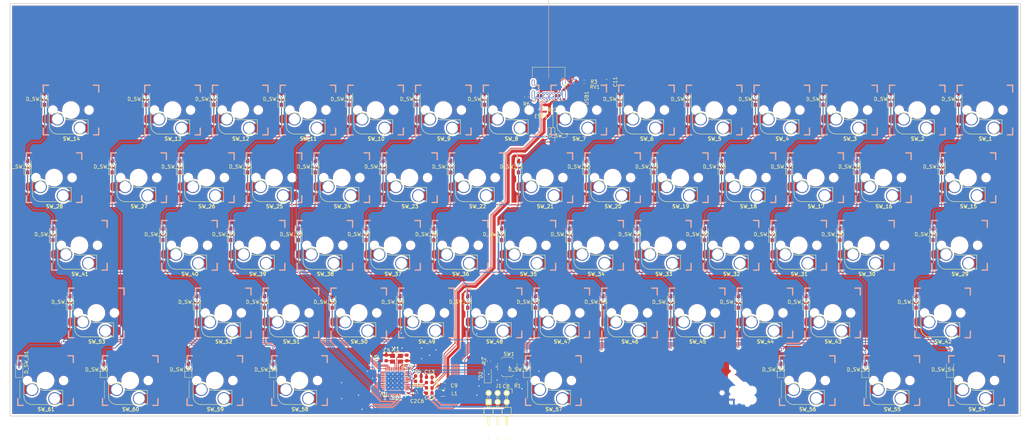
<source format=kicad_pcb>
(kicad_pcb (version 20171130) (host pcbnew 5.1.4-3.fc31)
  (layers (0 F.Cu signal) (31 B.Cu signal) (34 B.Paste user hide) (35 F.Paste user hide) (36 B.SilkS user) (37 F.SilkS user) (38 B.Mask user hide) (39 F.Mask user hide) (44 Edge.Cuts user))
  (net 0 "")
  (net 1 GND)
  (net 2 COL1)
  (net 3 COL2)
  (net 4 COL3)
  (net 5 COL4)
  (net 6 COL5)
  (net 7 COL6)
  (net 8 COL7)
  (net 9 COL8)
  (net 10 COL9)
  (net 11 COL10)
  (net 12 COL11)
  (net 13 COL12)
  (net 14 COL13)
  (net 15 COL14)
  (net 16 COL15)
  (net 17 ROW0)
  (net 18 ROW1)
  (net 19 ROW2)
  (net 20 ROW3)
  (net 21 ROW4)
  (net 22 +5V)
  (net 23 "Net-(C5-Pad1)")
  (net 24 "Net-(C6-Pad1)")
  (net 25 "Net-(C7-Pad1)")
  (net 26 LED_DRIVER_SDB)
  (net 27 "Net-(R2-Pad2)")
  (net 28 R_D+)
  (net 29 R_D-)
  (net 30 LED_DRIVER_INTB)
  (net 31 SDA)
  (net 32 SCL)
  (net 33 "Net-(USB1-PadA8)")
  (net 34 "Net-(USB1-PadB8)")
  (net 35 COL0)
  (net 36 "Net-(AREF1-Pad1)")
  (net 37 /MCU-ATmega32u4/RESET_MCU)
  (net 38 USBVBUS)
  (net 39 USBSHIELD)
  (net 40 USB_D-)
  (net 41 USB_D+)
  (net 42 "Net-(D_SW_1-Pad1)")
  (net 43 "Net-(D_SW_2-Pad1)")
  (net 44 "Net-(D_SW_3-Pad1)")
  (net 45 "Net-(D_SW_4-Pad1)")
  (net 46 "Net-(D_SW_5-Pad1)")
  (net 47 "Net-(D_SW_6-Pad1)")
  (net 48 "Net-(D_SW_7-Pad1)")
  (net 49 "Net-(D_SW_8-Pad1)")
  (net 50 "Net-(D_SW_9-Pad1)")
  (net 51 "Net-(D_SW_10-Pad1)")
  (net 52 "Net-(D_SW_11-Pad1)")
  (net 53 "Net-(D_SW_12-Pad1)")
  (net 54 "Net-(D_SW_13-Pad1)")
  (net 55 "Net-(D_SW_14-Pad1)")
  (net 56 "Net-(D_SW_15-Pad1)")
  (net 57 "Net-(D_SW_16-Pad1)")
  (net 58 "Net-(D_SW_17-Pad1)")
  (net 59 "Net-(D_SW_18-Pad1)")
  (net 60 "Net-(D_SW_19-Pad1)")
  (net 61 "Net-(D_SW_20-Pad1)")
  (net 62 "Net-(D_SW_21-Pad1)")
  (net 63 "Net-(D_SW_22-Pad1)")
  (net 64 "Net-(D_SW_23-Pad1)")
  (net 65 "Net-(D_SW_24-Pad1)")
  (net 66 "Net-(D_SW_25-Pad1)")
  (net 67 "Net-(D_SW_26-Pad1)")
  (net 68 "Net-(D_SW_27-Pad1)")
  (net 69 "Net-(D_SW_28-Pad1)")
  (net 70 "Net-(D_SW_29-Pad1)")
  (net 71 "Net-(D_SW_30-Pad1)")
  (net 72 "Net-(D_SW_31-Pad1)")
  (net 73 "Net-(D_SW_32-Pad1)")
  (net 74 "Net-(D_SW_33-Pad1)")
  (net 75 "Net-(D_SW_34-Pad1)")
  (net 76 "Net-(D_SW_35-Pad1)")
  (net 77 "Net-(D_SW_36-Pad1)")
  (net 78 "Net-(D_SW_37-Pad1)")
  (net 79 "Net-(D_SW_38-Pad1)")
  (net 80 "Net-(D_SW_39-Pad1)")
  (net 81 "Net-(D_SW_40-Pad1)")
  (net 82 "Net-(D_SW_41-Pad1)")
  (net 83 "Net-(D_SW_42-Pad1)")
  (net 84 "Net-(D_SW_43-Pad1)")
  (net 85 "Net-(D_SW_44-Pad1)")
  (net 86 "Net-(D_SW_45-Pad1)")
  (net 87 "Net-(D_SW_46-Pad1)")
  (net 88 "Net-(D_SW_47-Pad1)")
  (net 89 "Net-(D_SW_48-Pad1)")
  (net 90 "Net-(D_SW_49-Pad1)")
  (net 91 "Net-(D_SW_50-Pad1)")
  (net 92 "Net-(D_SW_51-Pad1)")
  (net 93 "Net-(D_SW_52-Pad1)")
  (net 94 "Net-(D_SW_53-Pad1)")
  (net 95 "Net-(D_SW_54-Pad1)")
  (net 96 "Net-(D_SW_55-Pad1)")
  (net 97 "Net-(D_SW_56-Pad1)")
  (net 98 "Net-(D_SW_57-Pad1)")
  (net 99 "Net-(D_SW_58-Pad1)")
  (net 100 "Net-(D_SW_59-Pad1)")
  (net 101 "Net-(D_SW_60-Pad1)")
  (net 102 "Net-(D_SW_61-Pad1)")
  (net 103 "/USB C Through-Hole/CC2")
  (net 104 "/USB C Through-Hole/CC1")
  (net 105 COL16)
  (module Capacitor_SMD:C_0805_2012Metric (layer F.Cu) (at 133.785 139.635 180)
    (fp_text reference C9 (at -2.6 0) (layer F.SilkS))
    (fp_text value "4.7uF 16V X7R")
    (pad 2 smd roundrect (at 0.9375 0 180) (size 0.975 1.4) (layers F.Cu F.Paste F.Mask) (net 1 GND))
    (pad 1 smd roundrect (at -0.9375 0 180) (size 0.975 1.4) (layers F.Cu F.Paste F.Mask) (net 38 USBVBUS))
  )
  (module Resistor_SMD:R_1206_3216Metric (layer F.Cu) (at 133.235 141.76)
    (fp_text reference L1 (at 3.24 0.09 180) (layer F.SilkS))
    (fp_text value BLM31PG391SN1L)
    (pad 2 smd roundrect (at 1.4 0) (size 1.25 1.75) (layers F.Cu F.Paste F.Mask) (roundrect_rratio 0.2) (net 38 USBVBUS))
    (pad 1 smd roundrect (at -1.4 0) (size 1.25 1.75) (layers F.Cu F.Paste F.Mask) (roundrect_rratio 0.2) (net 22 +5V))
  )
  (module Resistor_SMD:R_0603_1608Metric (layer F.Cu) (at 156.735 58.31 270)
    (fp_text reference R6 (at 2 0) (layer F.SilkS))
    (fp_text value 5.1K)
    (pad 2 smd roundrect (at 0.7875 0 270) (size 0.875 0.95) (layers F.Cu F.Paste F.Mask) (net 103 "/USB C Through-Hole/CC2"))
    (pad 1 smd roundrect (at -0.7875 0 270) (size 0.875 0.95) (layers F.Cu F.Paste F.Mask) (net 1 GND))
  )
  (module Keyboardio:PRTR5V0U2X (layer F.Cu) (at 160.885 61.51 270)
    (fp_text reference ESD1 (at 2.25 0) (layer F.SilkS))
    (fp_text value PRTR5V0U2X hide)
    (pad 4 smd rect (at -0.950001 -1.016 270) (size 0.5334 1.1684) (layers F.Cu F.Paste F.Mask) (net 38 USBVBUS))
    (pad 3 smd rect (at 0.950001 -1.016 270) (size 0.5334 1.1684) (layers F.Cu F.Paste F.Mask) (net 40 USB_D-))
    (pad 2 smd rect (at 0.95 1.016 270) (size 0.5334 1.1684) (layers F.Cu F.Paste F.Mask) (net 41 USB_D+))
    (pad 1 smd rect (at -0.7468 1.016 270) (size 0.9398 1.1684) (layers F.Cu F.Paste F.Mask) (net 1 GND))
  )
  (module Resistor_SMD:R_0603_1608Metric (layer F.Cu) (at 163.985 60.56 180)
    (fp_text reference RV2 (at 0 -1.43) (layer F.SilkS))
    (fp_text value V5.5MLA0603NH)
    (pad 2 smd roundrect (at 0.7875 0 180) (size 0.875 0.95) (layers F.Cu F.Paste F.Mask) (net 38 USBVBUS))
    (pad 1 smd roundrect (at -0.7875 0 180) (size 0.875 0.95) (layers F.Cu F.Paste F.Mask) (net 39 USBSHIELD))
  )
  (module Resistor_SMD:R_0603_1608Metric (layer F.Cu) (at 175.985 54.06 180)
    (fp_text reference RV1 (at 0 -1.43) (layer F.SilkS))
    (fp_text value V5.5MLA0603NH)
    (pad 2 smd roundrect (at 0.7875 0 180) (size 0.875 0.95) (layers F.Cu F.Paste F.Mask) (net 1 GND))
    (pad 1 smd roundrect (at -0.7875 0 180) (size 0.875 0.95) (layers F.Cu F.Paste F.Mask) (net 39 USBSHIELD))
  )
  (module Capacitor_SMD:C_0603_1608Metric (layer F.Cu) (at 129.385 137.26 180)
    (fp_text reference C13 (at -0.08 1.48 180) (layer F.SilkS))
    (fp_text value "27pF DNP")
    (pad 2 smd roundrect (at 0.7875 0 180) (size 0.875 0.95) (layers F.Cu F.Paste F.Mask) (net 1 GND))
    (pad 1 smd roundrect (at -0.7875 0 180) (size 0.875 0.95) (layers F.Cu F.Paste F.Mask) (net 41 USB_D+))
  )
  (module Capacitor_SMD:C_0603_1608Metric (layer F.Cu) (at 129.385 141.76 180)
    (fp_text reference C12 (at -0.1 -1.3 180) (layer F.SilkS))
    (fp_text value "27pF DNP")
    (pad 2 smd roundrect (at 0.7875 0 180) (size 0.875 0.95) (layers F.Cu F.Paste F.Mask) (net 1 GND))
    (pad 1 smd roundrect (at -0.7875 0 180) (size 0.875 0.95) (layers F.Cu F.Paste F.Mask) (net 40 USB_D-))
  )
  (module Capacitor_SMD:C_0603_1608Metric (layer F.Cu) (at 151.035 138.368204 180)
    (fp_text reference C8 (at 0 -1.441796) (layer F.SilkS))
    (fp_text value "1uF 10V X5R 10%")
    (pad 2 smd roundrect (at 0.7875 0 180) (size 0.875 0.95) (layers F.Cu F.Paste F.Mask) (net 1 GND))
    (pad 1 smd roundrect (at -0.7875 0 180) (size 0.875 0.95) (layers F.Cu F.Paste F.Mask) (net 37 /MCU-ATmega32u4/RESET_MCU))
  )
  (module Capacitor_SMD:C_0603_1608Metric (layer F.Cu) (at 123.085 131.84 270)
    (fp_text reference C7 (at 2.235994 0.15 180) (layer F.SilkS))
    (fp_text value 27pF)
    (pad 2 smd roundrect (at 0.7875 0 270) (size 0.875 0.95) (layers F.Cu F.Paste F.Mask) (net 1 GND))
    (pad 1 smd roundrect (at -0.7875 0 270) (size 0.875 0.95) (layers F.Cu F.Paste F.Mask) (net 25 "Net-(C7-Pad1)"))
  )
  (module Capacitor_SMD:C_0603_1608Metric (layer F.Cu) (at 126.324389 138.414798)
    (fp_text reference C6 (at 0.660611 5.595202) (layer F.SilkS))
    (fp_text value "1uF 10V X5R 10%")
    (pad 2 smd roundrect (at 0.7875 0) (size 0.875 0.95) (layers F.Cu F.Paste F.Mask) (net 1 GND))
    (pad 1 smd roundrect (at -0.7875 0) (size 0.875 0.95) (layers F.Cu F.Paste F.Mask) (net 24 "Net-(C6-Pad1)"))
  )
  (module Capacitor_SMD:C_0603_1608Metric (layer F.Cu) (at 117.265 131.84 90)
    (fp_text reference C5 (at 2.075994 0.18 180) (layer F.SilkS))
    (fp_text value 27pF)
    (pad 2 smd roundrect (at 0.7875 0 90) (size 0.875 0.95) (layers F.Cu F.Paste F.Mask) (net 1 GND))
    (pad 1 smd roundrect (at -0.7875 0 90) (size 0.875 0.95) (layers F.Cu F.Paste F.Mask) (net 23 "Net-(C5-Pad1)"))
  )
  (module Capacitor_SMD:C_0603_1608Metric (layer F.Cu) (at 126.324389 136.914798)
    (fp_text reference C4 (at -0.08 -1.290298) (layer F.SilkS))
    (fp_text value "1uF 10V X5R 10%")
    (pad 2 smd roundrect (at 0.7875 0) (size 0.875 0.95) (layers F.Cu F.Paste F.Mask) (net 1 GND))
    (pad 1 smd roundrect (at -0.7875 0) (size 0.875 0.95) (layers F.Cu F.Paste F.Mask) (net 22 +5V))
  )
  (module Capacitor_SMD:C_0603_1608Metric (layer F.Cu) (at 115.735 131.85 90)
    (fp_text reference C3 (at 0 -1.17 90) (layer F.SilkS))
    (fp_text value "1uF 10V X5R 10%")
    (pad 2 smd roundrect (at 0.7875 0 90) (size 0.875 0.95) (layers F.Cu F.Paste F.Mask) (net 1 GND))
    (pad 1 smd roundrect (at -0.7875 0 90) (size 0.875 0.95) (layers F.Cu F.Paste F.Mask) (net 22 +5V))
  )
  (module Capacitor_SMD:C_0603_1608Metric (layer F.Cu) (at 125.104389 141.81 90)
    (fp_text reference C2 (at -2.2 -0.119389 180) (layer F.SilkS))
    (fp_text value "1uF 10V X5R 10%")
    (pad 2 smd roundrect (at 0.7875 0 90) (size 0.875 0.95) (layers F.Cu F.Paste F.Mask) (net 1 GND))
    (pad 1 smd roundrect (at -0.7875 0 90) (size 0.875 0.95) (layers F.Cu F.Paste F.Mask) (net 22 +5V))
  )
  (module Capacitor_SMD:C_0603_1608Metric (layer F.Cu) (at 116.935 143.214798)
    (fp_text reference C1 (at 0 -1.17 180) (layer F.SilkS))
    (fp_text value "1uF 10V X5R 10%")
    (pad 2 smd roundrect (at 0.7875 0) (size 0.875 0.95) (layers F.Cu F.Paste F.Mask) (net 1 GND))
    (pad 1 smd roundrect (at -0.7875 0) (size 0.875 0.95) (layers F.Cu F.Paste F.Mask) (net 22 +5V))
  )
  (module Crystal:Crystal_SMD_SeikoEpson_TSX3225-4Pin_3.2x2.5mm (layer F.Cu) (at 120.165 132.06 180)
    (fp_text reference X1 (at 0.235 2.69 180) (layer F.SilkS) (effects (font (size 1.27 1.27) (thickness 0.2))))
    (fp_text value 16Mhz-18pF hide)
    (pad 4 smd rect (at -1.1 -0.8 180) (size 1.4 1.15) (layers F.Cu F.Paste F.Mask) (net 1 GND))
    (pad 3 smd rect (at 1.1 -0.8 180) (size 1.4 1.15) (layers F.Cu F.Paste F.Mask) (net 23 "Net-(C5-Pad1)"))
    (pad 2 smd rect (at 1.1 0.8 180) (size 1.4 1.15) (layers F.Cu F.Paste F.Mask) (net 1 GND))
    (pad 1 smd rect (at -1.1 0.8 180) (size 1.4 1.15) (layers F.Cu F.Paste F.Mask) (net 25 "Net-(C7-Pad1)"))
  )
  (module Package_DFN_QFN:QFN-44-1EP_7x7mm_P0.5mm_EP5.2x5.2mm_ThermalVias (layer F.Cu) (at 119.744389 138.305096 180)
    (fp_text reference U1 (at 0 -4.75 180) (layer F.SilkS))
    (fp_text value ATMEGA32U4-MU)
    (pad 44 smd roundrect (at -2.5 -3.3375 180) (size 0.25 1.075) (layers F.Cu F.Paste F.Mask) (net 22 +5V))
    (pad 43 smd roundrect (at -2 -3.3375 180) (size 0.25 1.075) (layers F.Cu F.Paste F.Mask) (net 1 GND))
    (pad 42 smd roundrect (at -1.5 -3.3375 180) (size 0.25 1.075) (layers F.Cu F.Paste F.Mask) (net 36 "Net-(AREF1-Pad1)"))
    (pad 41 smd roundrect (at -1 -3.3375 180) (size 0.25 1.075) (layers F.Cu F.Paste F.Mask) (net 21 ROW4))
    (pad 40 smd roundrect (at -0.5 -3.3375 180) (size 0.25 1.075) (layers F.Cu F.Paste F.Mask) (net 20 ROW3))
    (pad 39 smd roundrect (at 0 -3.3375 180) (size 0.25 1.075) (layers F.Cu F.Paste F.Mask) (net 19 ROW2))
    (pad 38 smd roundrect (at 0.5 -3.3375 180) (size 0.25 1.075) (layers F.Cu F.Paste F.Mask) (net 18 ROW1))
    (pad 37 smd roundrect (at 1 -3.3375 180) (size 0.25 1.075) (layers F.Cu F.Paste F.Mask) (net 17 ROW0))
    (pad 36 smd roundrect (at 1.5 -3.3375 180) (size 0.25 1.075) (layers F.Cu F.Paste F.Mask) (net 35 COL0))
    (pad 35 smd roundrect (at 2 -3.3375 180) (size 0.25 1.075) (layers F.Cu F.Paste F.Mask) (net 1 GND))
    (pad 34 smd roundrect (at 2.5 -3.3375 180) (size 0.25 1.075) (layers F.Cu F.Paste F.Mask) (net 22 +5V))
    (pad 33 smd roundrect (at 3.3375 -2.5 180) (size 1.075 0.25) (layers F.Cu F.Paste F.Mask) (net 2 COL1))
    (pad 32 smd roundrect (at 3.3375 -2 180) (size 1.075 0.25) (layers F.Cu F.Paste F.Mask) (net 3 COL2))
    (pad 31 smd roundrect (at 3.3375 -1.5 180) (size 1.075 0.25) (layers F.Cu F.Paste F.Mask) (net 4 COL3))
    (pad 30 smd roundrect (at 3.3375 -1 180) (size 1.075 0.25) (layers F.Cu F.Paste F.Mask) (net 5 COL4))
    (pad 29 smd roundrect (at 3.3375 -0.5 180) (size 1.075 0.25) (layers F.Cu F.Paste F.Mask) (net 6 COL5))
    (pad 28 smd roundrect (at 3.3375 0 180) (size 1.075 0.25) (layers F.Cu F.Paste F.Mask) (net 7 COL6))
    (pad 27 smd roundrect (at 3.3375 0.5 180) (size 1.075 0.25) (layers F.Cu F.Paste F.Mask) (net 8 COL7))
    (pad 26 smd roundrect (at 3.3375 1 180) (size 1.075 0.25) (layers F.Cu F.Paste F.Mask) (net 9 COL8))
    (pad 25 smd roundrect (at 3.3375 1.5 180) (size 1.075 0.25) (layers F.Cu F.Paste F.Mask) (net 10 COL9))
    (pad 24 smd roundrect (at 3.3375 2 180) (size 1.075 0.25) (layers F.Cu F.Paste F.Mask) (net 22 +5V))
    (pad 23 smd roundrect (at 3.3375 2.5 180) (size 1.075 0.25) (layers F.Cu F.Paste F.Mask) (net 1 GND))
    (pad 22 smd roundrect (at 2.5 3.3375 180) (size 0.25 1.075) (layers F.Cu F.Paste F.Mask) (net 11 COL10))
    (pad 21 smd roundrect (at 2 3.3375 180) (size 0.25 1.075) (layers F.Cu F.Paste F.Mask) (net 12 COL11))
    (pad 20 smd roundrect (at 1.5 3.3375 180) (size 0.25 1.075) (layers F.Cu F.Paste F.Mask) (net 13 COL12))
    (pad 19 smd roundrect (at 1 3.3375 180) (size 0.25 1.075) (layers F.Cu F.Paste F.Mask) (net 31 SDA))
    (pad 18 smd roundrect (at 0.5 3.3375 180) (size 0.25 1.075) (layers F.Cu F.Paste F.Mask) (net 32 SCL))
    (pad 17 smd roundrect (at 0 3.3375 180) (size 0.25 1.075) (layers F.Cu F.Paste F.Mask) (net 23 "Net-(C5-Pad1)"))
    (pad 16 smd roundrect (at -0.5 3.3375 180) (size 0.25 1.075) (layers F.Cu F.Paste F.Mask) (net 25 "Net-(C7-Pad1)"))
    (pad 15 smd roundrect (at -1 3.3375 180) (size 0.25 1.075) (layers F.Cu F.Paste F.Mask) (net 1 GND))
    (pad 14 smd roundrect (at -1.5 3.3375 180) (size 0.25 1.075) (layers F.Cu F.Paste F.Mask) (net 22 +5V))
    (pad 13 smd roundrect (at -2 3.3375 180) (size 0.25 1.075) (layers F.Cu F.Paste F.Mask) (net 37 /MCU-ATmega32u4/RESET_MCU))
    (pad 12 smd roundrect (at -2.5 3.3375 180) (size 0.25 1.075) (layers F.Cu F.Paste F.Mask) (net 14 COL13))
    (pad 11 smd roundrect (at -3.3375 2.5 180) (size 1.075 0.25) (layers F.Cu F.Paste F.Mask) (net 30 LED_DRIVER_INTB))
    (pad 10 smd roundrect (at -3.3375 2 180) (size 1.075 0.25) (layers F.Cu F.Paste F.Mask) (net 15 COL14))
    (pad 9 smd roundrect (at -3.3375 1.5 180) (size 1.075 0.25) (layers F.Cu F.Paste F.Mask) (net 16 COL15))
    (pad 8 smd roundrect (at -3.3375 1 180) (size 1.075 0.25) (layers F.Cu F.Paste F.Mask) (net 26 LED_DRIVER_SDB))
    (pad 7 smd roundrect (at -3.3375 0.5 180) (size 1.075 0.25) (layers F.Cu F.Paste F.Mask) (net 22 +5V))
    (pad 6 smd roundrect (at -3.3375 0 180) (size 1.075 0.25) (layers F.Cu F.Paste F.Mask) (net 24 "Net-(C6-Pad1)"))
    (pad 5 smd roundrect (at -3.3375 -0.5 180) (size 1.075 0.25) (layers F.Cu F.Paste F.Mask) (net 1 GND))
    (pad 4 smd roundrect (at -3.3375 -1 180) (size 1.075 0.25) (layers F.Cu F.Paste F.Mask) (net 28 R_D+))
    (pad 3 smd roundrect (at -3.3375 -1.5 180) (size 1.075 0.25) (layers F.Cu F.Paste F.Mask) (net 29 R_D-))
    (pad 2 smd roundrect (at -3.3375 -2 180) (size 1.075 0.25) (layers F.Cu F.Paste F.Mask) (net 22 +5V))
    (pad 1 smd roundrect (at -3.3375 -2.5 180) (size 1.075 0.25) (layers F.Cu F.Paste F.Mask) (net 105 COL16))
    (pad 45 smd roundrect (at 0 0 180) (size 5.2 5.2) (layers B.Cu) (roundrect_rratio 0.048077) (net 1 GND))
    (pad 45 thru_hole circle (at 2.35 2.35 180) (size 0.5 0.5) (drill 0.2) (layers *.Cu) (net 1 GND))
    (pad 45 thru_hole circle (at 1.175 2.35 180) (size 0.5 0.5) (drill 0.2) (layers *.Cu) (net 1 GND))
    (pad 45 thru_hole circle (at 0 2.35 180) (size 0.5 0.5) (drill 0.2) (layers *.Cu) (net 1 GND))
    (pad 45 thru_hole circle (at -1.175 2.35 180) (size 0.5 0.5) (drill 0.2) (layers *.Cu) (net 1 GND))
    (pad 45 thru_hole circle (at -2.35 2.35 180) (size 0.5 0.5) (drill 0.2) (layers *.Cu) (net 1 GND))
    (pad 45 thru_hole circle (at 2.35 1.175 180) (size 0.5 0.5) (drill 0.2) (layers *.Cu) (net 1 GND))
    (pad 45 thru_hole circle (at 1.175 1.175 180) (size 0.5 0.5) (drill 0.2) (layers *.Cu) (net 1 GND))
    (pad 45 thru_hole circle (at 0 1.175 180) (size 0.5 0.5) (drill 0.2) (layers *.Cu) (net 1 GND))
    (pad 45 thru_hole circle (at -1.175 1.175 180) (size 0.5 0.5) (drill 0.2) (layers *.Cu) (net 1 GND))
    (pad 45 thru_hole circle (at -2.35 1.175 180) (size 0.5 0.5) (drill 0.2) (layers *.Cu) (net 1 GND))
    (pad 45 thru_hole circle (at 2.35 0 180) (size 0.5 0.5) (drill 0.2) (layers *.Cu) (net 1 GND))
    (pad 45 thru_hole circle (at 1.175 0 180) (size 0.5 0.5) (drill 0.2) (layers *.Cu) (net 1 GND))
    (pad 45 thru_hole circle (at 0 0 180) (size 0.5 0.5) (drill 0.2) (layers *.Cu) (net 1 GND))
    (pad 45 thru_hole circle (at -1.175 0 180) (size 0.5 0.5) (drill 0.2) (layers *.Cu) (net 1 GND))
    (pad 45 thru_hole circle (at -2.35 0 180) (size 0.5 0.5) (drill 0.2) (layers *.Cu) (net 1 GND))
    (pad 45 thru_hole circle (at 2.35 -1.175 180) (size 0.5 0.5) (drill 0.2) (layers *.Cu) (net 1 GND))
    (pad 45 thru_hole circle (at 1.175 -1.175 180) (size 0.5 0.5) (drill 0.2) (layers *.Cu) (net 1 GND))
    (pad 45 thru_hole circle (at 0 -1.175 180) (size 0.5 0.5) (drill 0.2) (layers *.Cu) (net 1 GND))
    (pad 45 thru_hole circle (at -1.175 -1.175 180) (size 0.5 0.5) (drill 0.2) (layers *.Cu) (net 1 GND))
    (pad 45 thru_hole circle (at -2.35 -1.175 180) (size 0.5 0.5) (drill 0.2) (layers *.Cu) (net 1 GND))
    (pad 45 thru_hole circle (at 2.35 -2.35 180) (size 0.5 0.5) (drill 0.2) (layers *.Cu) (net 1 GND))
    (pad 45 thru_hole circle (at 1.175 -2.35 180) (size 0.5 0.5) (drill 0.2) (layers *.Cu) (net 1 GND))
    (pad 45 thru_hole circle (at 0 -2.35 180) (size 0.5 0.5) (drill 0.2) (layers *.Cu) (net 1 GND))
    (pad 45 thru_hole circle (at -1.175 -2.35 180) (size 0.5 0.5) (drill 0.2) (layers *.Cu) (net 1 GND))
    (pad 45 thru_hole circle (at -2.35 -2.35 180) (size 0.5 0.5) (drill 0.2) (layers *.Cu) (net 1 GND))
    (pad 45 smd roundrect (at 0 0 180) (size 5.2 5.2) (layers F.Cu F.Mask) (roundrect_rratio 0.048077) (net 1 GND))
  )
  (module Keyboardio:Model_01_ICSP_cutout_pins (layer F.Cu) (at 151.175 141.71 270)
    (fp_text reference J1 (at -2.019 2.252) (layer F.SilkS))
    (fp_text value ICSP)
    (pad 6 thru_hole oval (at 0 0 270) (size 1.7272 1.7272) (drill 1.016) (layers *.Cu *.Mask F.SilkS) (net 30 LED_DRIVER_INTB))
    (pad 5 thru_hole oval (at 2.54 0 270) (size 1.7272 1.7272) (drill 1.016) (layers *.Cu *.Mask F.SilkS) (net 22 +5V))
    (pad 4 thru_hole oval (at 0 2.54 270) (size 1.7272 1.7272) (drill 1.016) (layers *.Cu *.Mask F.SilkS) (net 16 COL15))
    (pad 3 thru_hole oval (at 2.54 2.54 270) (size 1.7272 1.7272) (drill 1.016) (layers *.Cu *.Mask F.SilkS) (net 15 COL14))
    (pad 2 thru_hole oval (at 0 5.08 270) (size 1.7272 1.7272) (drill 1.016) (layers *.Cu *.Mask F.SilkS) (net 37 /MCU-ATmega32u4/RESET_MCU))
    (pad 1 thru_hole rect (at 2.54 5.08 270) (size 1.7272 1.7272) (drill 1.016) (layers *.Cu *.Mask F.SilkS) (net 1 GND))
  )
  (module Resistor_SMD:R_0603_1608Metric (layer F.Cu) (at 129.385 138.76 180)
    (fp_text reference R5 (at -2.17 0.63 270) (layer F.SilkS))
    (fp_text value 22R)
    (pad 2 smd roundrect (at 0.7875 0 180) (size 0.875 0.95) (layers F.Cu F.Paste F.Mask) (net 28 R_D+))
    (pad 1 smd roundrect (at -0.7875 0 180) (size 0.875 0.95) (layers F.Cu F.Paste F.Mask) (net 41 USB_D+))
  )
  (module Resistor_SMD:R_0603_1608Metric (layer F.Cu) (at 129.385 140.26 180)
    (fp_text reference R4 (at -2.19 0.39 270) (layer F.SilkS))
    (fp_text value 22R)
    (pad 2 smd roundrect (at 0.7875 0 180) (size 0.875 0.95) (layers F.Cu F.Paste F.Mask) (net 29 R_D-))
    (pad 1 smd roundrect (at -0.7875 0 180) (size 0.875 0.95) (layers F.Cu F.Paste F.Mask) (net 40 USB_D-))
  )
  (module Resistor_SMD:R_0603_1608Metric (layer F.Cu) (at 154.107812 138.368204)
    (fp_text reference R1 (at 0.127188 1.341796 180) (layer F.SilkS))
    (fp_text value 10K)
    (pad 2 smd roundrect (at 0.7875 0) (size 0.875 0.95) (layers F.Cu F.Paste F.Mask) (net 22 +5V))
    (pad 1 smd roundrect (at -0.7875 0) (size 0.875 0.95) (layers F.Cu F.Paste F.Mask) (net 37 /MCU-ATmega32u4/RESET_MCU))
  )
  (module Button_Switch_SMD:SW_SPST_TL3342 (layer F.Cu) (at 151.357812 134.368204)
    (fp_text reference SW1 (at 0.477188 -3.658204) (layer F.SilkS))
    (fp_text value SW_PUSH)
    (pad 2 smd rect (at 3.15 1.9) (size 1.7 1) (layers F.Cu F.Paste F.Mask) (net 37 /MCU-ATmega32u4/RESET_MCU))
    (pad 2 smd rect (at -3.15 1.9) (size 1.7 1) (layers F.Cu F.Paste F.Mask) (net 37 /MCU-ATmega32u4/RESET_MCU))
    (pad 1 smd rect (at 3.15 -1.9) (size 1.7 1) (layers F.Cu F.Paste F.Mask) (net 27 "Net-(R2-Pad2)"))
    (pad 1 smd rect (at -3.15 -1.9) (size 1.7 1) (layers F.Cu F.Paste F.Mask) (net 27 "Net-(R2-Pad2)"))
  )
  (module Resistor_SMD:R_0603_1608Metric (layer F.Cu) (at 146.235 132.71 90)
    (fp_text reference R2 (at 0 -1.43 270) (layer F.SilkS))
    (fp_text value "330R 5%")
    (pad 2 smd roundrect (at 0.7875 0 90) (size 0.875 0.95) (layers F.Cu F.Paste F.Mask) (net 27 "Net-(R2-Pad2)"))
    (pad 1 smd roundrect (at -0.7875 0 90) (size 0.875 0.95) (layers F.Cu F.Paste F.Mask) (net 1 GND))
  )
  (module Diode_SMD:D_SOD-123 (layer F.Cu) (at 145.857812 136.618204 90)
    (fp_text reference D2 (at 0 -2 270) (layer F.SilkS))
    (fp_text value 1N4148)
    (pad 2 smd rect (at 1.65 0 90) (size 0.9 1.2) (layers F.Cu F.Paste F.Mask) (net 37 /MCU-ATmega32u4/RESET_MCU))
    (pad 1 smd rect (at -1.65 0 90) (size 0.9 1.2) (layers F.Cu F.Paste F.Mask) (net 22 +5V))
  )
  (module Connector_USB:USB_C_Receptacle_GCT_USB4085 (layer F.Cu) (at 165.966875 58.64 180)
    (fp_text reference USB1 (at -7.705 -0.01 270) (layer F.SilkS))
    (fp_text value USB_C_Receptacle)
    (pad S1 thru_hole oval (at 7.3 4.36 180) (size 0.9 1.7) (drill oval 0.6 1.4) (layers *.Cu *.Mask))
    (pad S1 thru_hole oval (at -1.35 4.36 180) (size 0.9 1.7) (drill oval 0.6 1.4) (layers *.Cu *.Mask))
    (pad S1 thru_hole oval (at 7.3 0.98 180) (size 0.9 2.4) (drill oval 0.6 2.1) (layers *.Cu *.Mask))
    (pad S1 thru_hole oval (at -1.35 0.98 180) (size 0.9 2.4) (drill oval 0.6 2.1) (layers *.Cu *.Mask) (net 39 USBSHIELD))
    (pad B6 thru_hole circle (at 3.4 1.35 180) (size 0.7 0.7) (drill 0.4) (layers *.Cu *.Mask) (net 41 USB_D+))
    (pad B1 thru_hole circle (at 5.95 1.35 180) (size 0.7 0.7) (drill 0.4) (layers *.Cu *.Mask) (net 1 GND))
    (pad B4 thru_hole circle (at 5.1 1.35 180) (size 0.7 0.7) (drill 0.4) (layers *.Cu *.Mask) (net 38 USBVBUS))
    (pad B5 thru_hole circle (at 4.25 1.35 180) (size 0.7 0.7) (drill 0.4) (layers *.Cu *.Mask) (net 103 "/USB C Through-Hole/CC2"))
    (pad B12 thru_hole circle (at 0 1.35 180) (size 0.7 0.7) (drill 0.4) (layers *.Cu *.Mask) (net 1 GND))
    (pad B8 thru_hole circle (at 1.7 1.35 180) (size 0.7 0.7) (drill 0.4) (layers *.Cu *.Mask) (net 34 "Net-(USB1-PadB8)"))
    (pad B7 thru_hole circle (at 2.55 1.35 180) (size 0.7 0.7) (drill 0.4) (layers *.Cu *.Mask) (net 40 USB_D-))
    (pad B9 thru_hole circle (at 0.85 1.35 180) (size 0.7 0.7) (drill 0.4) (layers *.Cu *.Mask) (net 38 USBVBUS))
    (pad A12 thru_hole circle (at 5.95 0 180) (size 0.7 0.7) (drill 0.4) (layers *.Cu *.Mask) (net 1 GND))
    (pad A9 thru_hole circle (at 5.1 0 180) (size 0.7 0.7) (drill 0.4) (layers *.Cu *.Mask) (net 38 USBVBUS))
    (pad A8 thru_hole circle (at 4.25 0 180) (size 0.7 0.7) (drill 0.4) (layers *.Cu *.Mask) (net 33 "Net-(USB1-PadA8)"))
    (pad A7 thru_hole circle (at 3.4 0 180) (size 0.7 0.7) (drill 0.4) (layers *.Cu *.Mask) (net 40 USB_D-))
    (pad A6 thru_hole circle (at 2.55 0 180) (size 0.7 0.7) (drill 0.4) (layers *.Cu *.Mask) (net 41 USB_D+))
    (pad A5 thru_hole circle (at 1.7 0 180) (size 0.7 0.7) (drill 0.4) (layers *.Cu *.Mask) (net 104 "/USB C Through-Hole/CC1"))
    (pad A4 thru_hole circle (at 0.85 0 180) (size 0.7 0.7) (drill 0.4) (layers *.Cu *.Mask) (net 38 USBVBUS))
    (pad A1 thru_hole circle (at 0 0 180) (size 0.7 0.7) (drill 0.4) (layers *.Cu *.Mask) (net 1 GND))
  )
  (module Resistor_SMD:R_0603_1608Metric (layer F.Cu) (at 169.985 54.06)
    (fp_text reference R7 (at -2.25 0.25 -90) (layer F.SilkS))
    (fp_text value 5.1K)
    (pad 2 smd roundrect (at 0.7875 0) (size 0.875 0.95) (layers F.Cu F.Paste F.Mask) (net 104 "/USB C Through-Hole/CC1"))
    (pad 1 smd roundrect (at -0.7875 0) (size 0.875 0.95) (layers F.Cu F.Paste F.Mask) (net 1 GND))
  )
  (module Resistor_SMD:R_0603_1608Metric (layer F.Cu) (at 172.985 54.06)
    (fp_text reference R3 (at 2.75 0) (layer F.SilkS))
    (fp_text value 500K)
    (pad 2 smd roundrect (at 0.7875 0) (size 0.875 0.95) (layers F.Cu F.Paste F.Mask) (net 1 GND))
    (pad 1 smd roundrect (at -0.7875 0) (size 0.875 0.95) (layers F.Cu F.Paste F.Mask) (net 39 USBSHIELD))
  )
  (module Capacitor_SMD:C_0805_2012Metric (layer F.Cu) (at 179.235 54.06)
    (fp_text reference C11 (at 2.5 0 -90) (layer F.SilkS))
    (fp_text value "10nF 100V")
    (pad 2 smd roundrect (at 0.9375 0) (size 0.975 1.4) (layers F.Cu F.Paste F.Mask) (net 1 GND))
    (pad 1 smd roundrect (at -0.9375 0) (size 0.975 1.4) (layers F.Cu F.Paste F.Mask) (net 39 USBSHIELD))
  )
  (module Capacitor_SMD:C_0805_2012Metric (layer F.Cu) (at 126.885 141.61 90)
    (fp_text reference C10 (at 1.9 -0.8 180) (layer F.SilkS))
    (fp_text value "4.7uF 16V X7R")
    (pad 2 smd roundrect (at 0.9375 0 90) (size 0.975 1.4) (layers F.Cu F.Paste F.Mask) (net 1 GND))
    (pad 1 smd roundrect (at -0.9375 0 90) (size 0.975 1.4) (layers F.Cu F.Paste F.Mask) (net 22 +5V))
  )
  (module MX-KailhClip-1.00u-large-pads (layer F.Cu) (at 285.75 62 180)
    (fp_text reference SW_1 (at -0.13 -8.1) (layer F.SilkS) (effects (font (thickness 0.2))))
    (fp_text value "~ / `" hide)
    (pad "" np_thru_hole circle (at -5.08 0) (size 1.7 1.7) (drill 1.7) (layers *.Cu *.Mask))
    (pad "" np_thru_hole circle (at 5.08 0) (size 1.7 1.7) (drill 1.7) (layers *.Cu *.Mask))
    (pad 2 smd roundrect (at 6.2 -2.54) (size 3.5 2.5) (layers F.Cu F.Paste F.Mask) (net 42 "Net-(D_SW_1-Pad1)"))
    (pad 1 smd roundrect (at -5 -5.08) (size 3.5 2.5) (layers F.Cu F.Paste F.Mask) (net 17 ROW0))
    (pad 1 thru_hole circle (at -2.54 -5.08) (size 3.6 3.6) (drill 3.05) (layers *.Cu *.Mask) (net 17 ROW0))
    (pad 2 thru_hole circle (at 3.81 -2.54) (size 3.6 3.6) (drill 3.05) (layers *.Cu *.Mask) (net 42 "Net-(D_SW_1-Pad1)"))
    (pad "" np_thru_hole circle (at 0 0) (size 3.9878 3.9878) (drill 3.9878) (layers *.Cu *.Mask))
  )
  (module D_SOD-123 (layer F.Cu) (at 278.31 58.9 90)
    (fp_text reference D_SW_1 (at 0 -2) (layer F.SilkS))
    (fp_text value 1N4148)
    (pad 1 smd rect (at -1.65 0) (size 0.9 1.2) (layers F.Cu F.Paste F.Mask) (net 42 "Net-(D_SW_1-Pad1)"))
    (pad 2 smd rect (at 1.65 0) (size 0.9 1.2) (layers F.Cu F.Paste F.Mask) (net 35 COL0))
  )
  (module MX-KailhClip-1.00u-large-pads (layer F.Cu) (at 266.7 62 180)
    (fp_text reference SW_2 (at -0.13 -8.1) (layer F.SilkS) (effects (font (thickness 0.2))))
    (fp_text value "! / 1" hide)
    (pad "" np_thru_hole circle (at -5.08 0) (size 1.7 1.7) (drill 1.7) (layers *.Cu *.Mask))
    (pad "" np_thru_hole circle (at 5.08 0) (size 1.7 1.7) (drill 1.7) (layers *.Cu *.Mask))
    (pad 2 smd roundrect (at 6.2 -2.54) (size 3.5 2.5) (layers F.Cu F.Paste F.Mask) (net 43 "Net-(D_SW_2-Pad1)"))
    (pad 1 smd roundrect (at -5 -5.08) (size 3.5 2.5) (layers F.Cu F.Paste F.Mask) (net 17 ROW0))
    (pad 1 thru_hole circle (at -2.54 -5.08) (size 3.6 3.6) (drill 3.05) (layers *.Cu *.Mask) (net 17 ROW0))
    (pad 2 thru_hole circle (at 3.81 -2.54) (size 3.6 3.6) (drill 3.05) (layers *.Cu *.Mask) (net 43 "Net-(D_SW_2-Pad1)"))
    (pad "" np_thru_hole circle (at 0 0) (size 3.9878 3.9878) (drill 3.9878) (layers *.Cu *.Mask))
  )
  (module D_SOD-123 (layer F.Cu) (at 259.26 58.9 90)
    (fp_text reference D_SW_2 (at 0 -2) (layer F.SilkS))
    (fp_text value 1N4148)
    (pad 1 smd rect (at -1.65 0) (size 0.9 1.2) (layers F.Cu F.Paste F.Mask) (net 43 "Net-(D_SW_2-Pad1)"))
    (pad 2 smd rect (at 1.65 0) (size 0.9 1.2) (layers F.Cu F.Paste F.Mask) (net 2 COL1))
  )
  (module MX-KailhClip-1.00u-large-pads (layer F.Cu) (at 247.65 62 180)
    (fp_text reference SW_3 (at -0.13 -8.1) (layer F.SilkS) (effects (font (thickness 0.2))))
    (fp_text value "@ / 2" hide)
    (pad "" np_thru_hole circle (at -5.08 0) (size 1.7 1.7) (drill 1.7) (layers *.Cu *.Mask))
    (pad "" np_thru_hole circle (at 5.08 0) (size 1.7 1.7) (drill 1.7) (layers *.Cu *.Mask))
    (pad 2 smd roundrect (at 6.2 -2.54) (size 3.5 2.5) (layers F.Cu F.Paste F.Mask) (net 44 "Net-(D_SW_3-Pad1)"))
    (pad 1 smd roundrect (at -5 -5.08) (size 3.5 2.5) (layers F.Cu F.Paste F.Mask) (net 17 ROW0))
    (pad 1 thru_hole circle (at -2.54 -5.08) (size 3.6 3.6) (drill 3.05) (layers *.Cu *.Mask) (net 17 ROW0))
    (pad 2 thru_hole circle (at 3.81 -2.54) (size 3.6 3.6) (drill 3.05) (layers *.Cu *.Mask) (net 44 "Net-(D_SW_3-Pad1)"))
    (pad "" np_thru_hole circle (at 0 0) (size 3.9878 3.9878) (drill 3.9878) (layers *.Cu *.Mask))
  )
  (module D_SOD-123 (layer F.Cu) (at 240.21 58.9 90)
    (fp_text reference D_SW_3 (at 0 -2) (layer F.SilkS))
    (fp_text value 1N4148)
    (pad 1 smd rect (at -1.65 0) (size 0.9 1.2) (layers F.Cu F.Paste F.Mask) (net 44 "Net-(D_SW_3-Pad1)"))
    (pad 2 smd rect (at 1.65 0) (size 0.9 1.2) (layers F.Cu F.Paste F.Mask) (net 3 COL2))
  )
  (module MX-KailhClip-1.00u-large-pads (layer F.Cu) (at 228.6 62 180)
    (fp_text reference SW_4 (at -0.13 -8.1) (layer F.SilkS) (effects (font (thickness 0.2))))
    (fp_text value "# / 3" hide)
    (pad "" np_thru_hole circle (at -5.08 0) (size 1.7 1.7) (drill 1.7) (layers *.Cu *.Mask))
    (pad "" np_thru_hole circle (at 5.08 0) (size 1.7 1.7) (drill 1.7) (layers *.Cu *.Mask))
    (pad 2 smd roundrect (at 6.2 -2.54) (size 3.5 2.5) (layers F.Cu F.Paste F.Mask) (net 45 "Net-(D_SW_4-Pad1)"))
    (pad 1 smd roundrect (at -5 -5.08) (size 3.5 2.5) (layers F.Cu F.Paste F.Mask) (net 17 ROW0))
    (pad 1 thru_hole circle (at -2.54 -5.08) (size 3.6 3.6) (drill 3.05) (layers *.Cu *.Mask) (net 17 ROW0))
    (pad 2 thru_hole circle (at 3.81 -2.54) (size 3.6 3.6) (drill 3.05) (layers *.Cu *.Mask) (net 45 "Net-(D_SW_4-Pad1)"))
    (pad "" np_thru_hole circle (at 0 0) (size 3.9878 3.9878) (drill 3.9878) (layers *.Cu *.Mask))
  )
  (module D_SOD-123 (layer F.Cu) (at 221.16 58.9 90)
    (fp_text reference D_SW_4 (at 0 -2) (layer F.SilkS))
    (fp_text value 1N4148)
    (pad 1 smd rect (at -1.65 0) (size 0.9 1.2) (layers F.Cu F.Paste F.Mask) (net 45 "Net-(D_SW_4-Pad1)"))
    (pad 2 smd rect (at 1.65 0) (size 0.9 1.2) (layers F.Cu F.Paste F.Mask) (net 4 COL3))
  )
  (module MX-KailhClip-1.00u-large-pads (layer F.Cu) (at 209.55 62 180)
    (fp_text reference SW_5 (at -0.13 -8.1) (layer F.SilkS) (effects (font (thickness 0.2))))
    (fp_text value "$ / 4" hide)
    (pad "" np_thru_hole circle (at -5.08 0) (size 1.7 1.7) (drill 1.7) (layers *.Cu *.Mask))
    (pad "" np_thru_hole circle (at 5.08 0) (size 1.7 1.7) (drill 1.7) (layers *.Cu *.Mask))
    (pad 2 smd roundrect (at 6.2 -2.54) (size 3.5 2.5) (layers F.Cu F.Paste F.Mask) (net 46 "Net-(D_SW_5-Pad1)"))
    (pad 1 smd roundrect (at -5 -5.08) (size 3.5 2.5) (layers F.Cu F.Paste F.Mask) (net 17 ROW0))
    (pad 1 thru_hole circle (at -2.54 -5.08) (size 3.6 3.6) (drill 3.05) (layers *.Cu *.Mask) (net 17 ROW0))
    (pad 2 thru_hole circle (at 3.81 -2.54) (size 3.6 3.6) (drill 3.05) (layers *.Cu *.Mask) (net 46 "Net-(D_SW_5-Pad1)"))
    (pad "" np_thru_hole circle (at 0 0) (size 3.9878 3.9878) (drill 3.9878) (layers *.Cu *.Mask))
  )
  (module D_SOD-123 (layer F.Cu) (at 202.11 58.9 90)
    (fp_text reference D_SW_5 (at 0 -2) (layer F.SilkS))
    (fp_text value 1N4148)
    (pad 1 smd rect (at -1.65 0) (size 0.9 1.2) (layers F.Cu F.Paste F.Mask) (net 46 "Net-(D_SW_5-Pad1)"))
    (pad 2 smd rect (at 1.65 0) (size 0.9 1.2) (layers F.Cu F.Paste F.Mask) (net 5 COL4))
  )
  (module MX-KailhClip-1.00u-large-pads (layer F.Cu) (at 190.5 62 180)
    (fp_text reference SW_6 (at -0.13 -8.1) (layer F.SilkS) (effects (font (thickness 0.2))))
    (fp_text value "% / 5" hide)
    (pad "" np_thru_hole circle (at -5.08 0) (size 1.7 1.7) (drill 1.7) (layers *.Cu *.Mask))
    (pad "" np_thru_hole circle (at 5.08 0) (size 1.7 1.7) (drill 1.7) (layers *.Cu *.Mask))
    (pad 2 smd roundrect (at 6.2 -2.54) (size 3.5 2.5) (layers F.Cu F.Paste F.Mask) (net 47 "Net-(D_SW_6-Pad1)"))
    (pad 1 smd roundrect (at -5 -5.08) (size 3.5 2.5) (layers F.Cu F.Paste F.Mask) (net 17 ROW0))
    (pad 1 thru_hole circle (at -2.54 -5.08) (size 3.6 3.6) (drill 3.05) (layers *.Cu *.Mask) (net 17 ROW0))
    (pad 2 thru_hole circle (at 3.81 -2.54) (size 3.6 3.6) (drill 3.05) (layers *.Cu *.Mask) (net 47 "Net-(D_SW_6-Pad1)"))
    (pad "" np_thru_hole circle (at 0 0) (size 3.9878 3.9878) (drill 3.9878) (layers *.Cu *.Mask))
  )
  (module D_SOD-123 (layer F.Cu) (at 183.06 58.9 90)
    (fp_text reference D_SW_6 (at 0 -2) (layer F.SilkS))
    (fp_text value 1N4148)
    (pad 1 smd rect (at -1.65 0) (size 0.9 1.2) (layers F.Cu F.Paste F.Mask) (net 47 "Net-(D_SW_6-Pad1)"))
    (pad 2 smd rect (at 1.65 0) (size 0.9 1.2) (layers F.Cu F.Paste F.Mask) (net 6 COL5))
  )
  (module MX-KailhClip-1.00u-large-pads (layer F.Cu) (at 171.45 62 180)
    (fp_text reference SW_7 (at -0.13 -8.1) (layer F.SilkS) (effects (font (thickness 0.2))))
    (fp_text value "^ / 6" hide)
    (pad "" np_thru_hole circle (at -5.08 0) (size 1.7 1.7) (drill 1.7) (layers *.Cu *.Mask))
    (pad "" np_thru_hole circle (at 5.08 0) (size 1.7 1.7) (drill 1.7) (layers *.Cu *.Mask))
    (pad 2 smd roundrect (at 6.2 -2.54) (size 3.5 2.5) (layers F.Cu F.Paste F.Mask) (net 48 "Net-(D_SW_7-Pad1)"))
    (pad 1 smd roundrect (at -5 -5.08) (size 3.5 2.5) (layers F.Cu F.Paste F.Mask) (net 17 ROW0))
    (pad 1 thru_hole circle (at -2.54 -5.08) (size 3.6 3.6) (drill 3.05) (layers *.Cu *.Mask) (net 17 ROW0))
    (pad 2 thru_hole circle (at 3.81 -2.54) (size 3.6 3.6) (drill 3.05) (layers *.Cu *.Mask) (net 48 "Net-(D_SW_7-Pad1)"))
    (pad "" np_thru_hole circle (at 0 0) (size 3.9878 3.9878) (drill 3.9878) (layers *.Cu *.Mask))
  )
  (module D_SOD-123 (layer F.Cu) (at 163.735 69.21 270)
    (fp_text reference D_SW_7 (at 0 -2) (layer F.SilkS))
    (fp_text value 1N4148)
    (pad 1 smd rect (at -1.65 0 180) (size 0.9 1.2) (layers F.Cu F.Paste F.Mask) (net 48 "Net-(D_SW_7-Pad1)"))
    (pad 2 smd rect (at 1.65 0 180) (size 0.9 1.2) (layers F.Cu F.Paste F.Mask) (net 7 COL6))
  )
  (module MX-KailhClip-1.00u-large-pads (layer F.Cu) (at 152.4 62 180)
    (fp_text reference SW_8 (at -0.13 -8.1) (layer F.SilkS) (effects (font (thickness 0.2))))
    (fp_text value "& / 7" hide)
    (pad "" np_thru_hole circle (at -5.08 0) (size 1.7 1.7) (drill 1.7) (layers *.Cu *.Mask))
    (pad "" np_thru_hole circle (at 5.08 0) (size 1.7 1.7) (drill 1.7) (layers *.Cu *.Mask))
    (pad 2 smd roundrect (at 6.2 -2.54) (size 3.5 2.5) (layers F.Cu F.Paste F.Mask) (net 49 "Net-(D_SW_8-Pad1)"))
    (pad 1 smd roundrect (at -5 -5.08) (size 3.5 2.5) (layers F.Cu F.Paste F.Mask) (net 17 ROW0))
    (pad 1 thru_hole circle (at -2.54 -5.08) (size 3.6 3.6) (drill 3.05) (layers *.Cu *.Mask) (net 17 ROW0))
    (pad 2 thru_hole circle (at 3.81 -2.54) (size 3.6 3.6) (drill 3.05) (layers *.Cu *.Mask) (net 49 "Net-(D_SW_8-Pad1)"))
    (pad "" np_thru_hole circle (at 0 0) (size 3.9878 3.9878) (drill 3.9878) (layers *.Cu *.Mask))
  )
  (module D_SOD-123 (layer F.Cu) (at 144.96 58.9 90)
    (fp_text reference D_SW_8 (at 0 -2) (layer F.SilkS))
    (fp_text value 1N4148)
    (pad 1 smd rect (at -1.65 0) (size 0.9 1.2) (layers F.Cu F.Paste F.Mask) (net 49 "Net-(D_SW_8-Pad1)"))
    (pad 2 smd rect (at 1.65 0) (size 0.9 1.2) (layers F.Cu F.Paste F.Mask) (net 8 COL7))
  )
  (module MX-KailhClip-1.00u-large-pads (layer F.Cu) (at 133.35 62 180)
    (fp_text reference SW_9 (at -0.13 -8.1) (layer F.SilkS) (effects (font (thickness 0.2))))
    (fp_text value "* / 8" hide)
    (pad "" np_thru_hole circle (at -5.08 0) (size 1.7 1.7) (drill 1.7) (layers *.Cu *.Mask))
    (pad "" np_thru_hole circle (at 5.08 0) (size 1.7 1.7) (drill 1.7) (layers *.Cu *.Mask))
    (pad 2 smd roundrect (at 6.2 -2.54) (size 3.5 2.5) (layers F.Cu F.Paste F.Mask) (net 50 "Net-(D_SW_9-Pad1)"))
    (pad 1 smd roundrect (at -5 -5.08) (size 3.5 2.5) (layers F.Cu F.Paste F.Mask) (net 17 ROW0))
    (pad 1 thru_hole circle (at -2.54 -5.08) (size 3.6 3.6) (drill 3.05) (layers *.Cu *.Mask) (net 17 ROW0))
    (pad 2 thru_hole circle (at 3.81 -2.54) (size 3.6 3.6) (drill 3.05) (layers *.Cu *.Mask) (net 50 "Net-(D_SW_9-Pad1)"))
    (pad "" np_thru_hole circle (at 0 0) (size 3.9878 3.9878) (drill 3.9878) (layers *.Cu *.Mask))
  )
  (module D_SOD-123 (layer F.Cu) (at 125.91 58.9 90)
    (fp_text reference D_SW_9 (at 0 -2) (layer F.SilkS))
    (fp_text value 1N4148)
    (pad 1 smd rect (at -1.65 0) (size 0.9 1.2) (layers F.Cu F.Paste F.Mask) (net 50 "Net-(D_SW_9-Pad1)"))
    (pad 2 smd rect (at 1.65 0) (size 0.9 1.2) (layers F.Cu F.Paste F.Mask) (net 9 COL8))
  )
  (module MX-KailhClip-1.00u-large-pads (layer F.Cu) (at 114.3 62 180)
    (fp_text reference SW_10 (at -0.13 -8.1) (layer F.SilkS) (effects (font (thickness 0.2))))
    (fp_text value "( / 9" hide)
    (pad "" np_thru_hole circle (at -5.08 0) (size 1.7 1.7) (drill 1.7) (layers *.Cu *.Mask))
    (pad "" np_thru_hole circle (at 5.08 0) (size 1.7 1.7) (drill 1.7) (layers *.Cu *.Mask))
    (pad 2 smd roundrect (at 6.2 -2.54) (size 3.5 2.5) (layers F.Cu F.Paste F.Mask) (net 51 "Net-(D_SW_10-Pad1)"))
    (pad 1 smd roundrect (at -5 -5.08) (size 3.5 2.5) (layers F.Cu F.Paste F.Mask) (net 17 ROW0))
    (pad 1 thru_hole circle (at -2.54 -5.08) (size 3.6 3.6) (drill 3.05) (layers *.Cu *.Mask) (net 17 ROW0))
    (pad 2 thru_hole circle (at 3.81 -2.54) (size 3.6 3.6) (drill 3.05) (layers *.Cu *.Mask) (net 51 "Net-(D_SW_10-Pad1)"))
    (pad "" np_thru_hole circle (at 0 0) (size 3.9878 3.9878) (drill 3.9878) (layers *.Cu *.Mask))
  )
  (module D_SOD-123 (layer F.Cu) (at 106.86 58.9 90)
    (fp_text reference D_SW_10 (at 0 -2) (layer F.SilkS))
    (fp_text value 1N4148)
    (pad 1 smd rect (at -1.65 0) (size 0.9 1.2) (layers F.Cu F.Paste F.Mask) (net 51 "Net-(D_SW_10-Pad1)"))
    (pad 2 smd rect (at 1.65 0) (size 0.9 1.2) (layers F.Cu F.Paste F.Mask) (net 10 COL9))
  )
  (module MX-KailhClip-1.00u-large-pads (layer F.Cu) (at 95.25 62 180)
    (fp_text reference SW_11 (at -0.13 -8.1) (layer F.SilkS) (effects (font (thickness 0.2))))
    (fp_text value ") / 0" hide)
    (pad "" np_thru_hole circle (at -5.08 0) (size 1.7 1.7) (drill 1.7) (layers *.Cu *.Mask))
    (pad "" np_thru_hole circle (at 5.08 0) (size 1.7 1.7) (drill 1.7) (layers *.Cu *.Mask))
    (pad 2 smd roundrect (at 6.2 -2.54) (size 3.5 2.5) (layers F.Cu F.Paste F.Mask) (net 52 "Net-(D_SW_11-Pad1)"))
    (pad 1 smd roundrect (at -5 -5.08) (size 3.5 2.5) (layers F.Cu F.Paste F.Mask) (net 17 ROW0))
    (pad 1 thru_hole circle (at -2.54 -5.08) (size 3.6 3.6) (drill 3.05) (layers *.Cu *.Mask) (net 17 ROW0))
    (pad 2 thru_hole circle (at 3.81 -2.54) (size 3.6 3.6) (drill 3.05) (layers *.Cu *.Mask) (net 52 "Net-(D_SW_11-Pad1)"))
    (pad "" np_thru_hole circle (at 0 0) (size 3.9878 3.9878) (drill 3.9878) (layers *.Cu *.Mask))
  )
  (module D_SOD-123 (layer F.Cu) (at 87.81 58.9 90)
    (fp_text reference D_SW_11 (at 0 -2) (layer F.SilkS))
    (fp_text value 1N4148)
    (pad 1 smd rect (at -1.65 0) (size 0.9 1.2) (layers F.Cu F.Paste F.Mask) (net 52 "Net-(D_SW_11-Pad1)"))
    (pad 2 smd rect (at 1.65 0) (size 0.9 1.2) (layers F.Cu F.Paste F.Mask) (net 11 COL10))
  )
  (module MX-KailhClip-1.00u-large-pads (layer F.Cu) (at 76.2 62 180)
    (fp_text reference SW_12 (at -0.13 -8.1) (layer F.SilkS) (effects (font (thickness 0.2))))
    (fp_text value "_ / -" hide)
    (pad "" np_thru_hole circle (at -5.08 0) (size 1.7 1.7) (drill 1.7) (layers *.Cu *.Mask))
    (pad "" np_thru_hole circle (at 5.08 0) (size 1.7 1.7) (drill 1.7) (layers *.Cu *.Mask))
    (pad 2 smd roundrect (at 6.2 -2.54) (size 3.5 2.5) (layers F.Cu F.Paste F.Mask) (net 53 "Net-(D_SW_12-Pad1)"))
    (pad 1 smd roundrect (at -5 -5.08) (size 3.5 2.5) (layers F.Cu F.Paste F.Mask) (net 17 ROW0))
    (pad 1 thru_hole circle (at -2.54 -5.08) (size 3.6 3.6) (drill 3.05) (layers *.Cu *.Mask) (net 17 ROW0))
    (pad 2 thru_hole circle (at 3.81 -2.54) (size 3.6 3.6) (drill 3.05) (layers *.Cu *.Mask) (net 53 "Net-(D_SW_12-Pad1)"))
    (pad "" np_thru_hole circle (at 0 0) (size 3.9878 3.9878) (drill 3.9878) (layers *.Cu *.Mask))
  )
  (module D_SOD-123 (layer F.Cu) (at 68.76 58.9 90)
    (fp_text reference D_SW_12 (at 0 -2) (layer F.SilkS))
    (fp_text value 1N4148)
    (pad 1 smd rect (at -1.65 0) (size 0.9 1.2) (layers F.Cu F.Paste F.Mask) (net 53 "Net-(D_SW_12-Pad1)"))
    (pad 2 smd rect (at 1.65 0) (size 0.9 1.2) (layers F.Cu F.Paste F.Mask) (net 12 COL11))
  )
  (module MX-KailhClip-1.00u-large-pads (layer F.Cu) (at 57.15 62 180)
    (fp_text reference SW_13 (at -0.13 -8.1) (layer F.SilkS) (effects (font (thickness 0.2))))
    (fp_text value "+ / =" hide)
    (pad "" np_thru_hole circle (at -5.08 0) (size 1.7 1.7) (drill 1.7) (layers *.Cu *.Mask))
    (pad "" np_thru_hole circle (at 5.08 0) (size 1.7 1.7) (drill 1.7) (layers *.Cu *.Mask))
    (pad 2 smd roundrect (at 6.2 -2.54) (size 3.5 2.5) (layers F.Cu F.Paste F.Mask) (net 54 "Net-(D_SW_13-Pad1)"))
    (pad 1 smd roundrect (at -5 -5.08) (size 3.5 2.5) (layers F.Cu F.Paste F.Mask) (net 17 ROW0))
    (pad 1 thru_hole circle (at -2.54 -5.08) (size 3.6 3.6) (drill 3.05) (layers *.Cu *.Mask) (net 17 ROW0))
    (pad 2 thru_hole circle (at 3.81 -2.54) (size 3.6 3.6) (drill 3.05) (layers *.Cu *.Mask) (net 54 "Net-(D_SW_13-Pad1)"))
    (pad "" np_thru_hole circle (at 0 0) (size 3.9878 3.9878) (drill 3.9878) (layers *.Cu *.Mask))
  )
  (module D_SOD-123 (layer F.Cu) (at 49.71 58.9 90)
    (fp_text reference D_SW_13 (at 0 -2) (layer F.SilkS))
    (fp_text value 1N4148)
    (pad 1 smd rect (at -1.65 0) (size 0.9 1.2) (layers F.Cu F.Paste F.Mask) (net 54 "Net-(D_SW_13-Pad1)"))
    (pad 2 smd rect (at 1.65 0) (size 0.9 1.2) (layers F.Cu F.Paste F.Mask) (net 13 COL12))
  )
  (module MX-KailhClip-1.00u-large-pads (layer F.Cu) (at 28.575 62 180)
    (fp_text reference SW_14 (at -0.13 -8.1) (layer F.SilkS) (effects (font (thickness 0.2))))
    (fp_text value Backspace hide)
    (pad "" np_thru_hole circle (at -5.08 0) (size 1.7 1.7) (drill 1.7) (layers *.Cu *.Mask))
    (pad "" np_thru_hole circle (at 5.08 0) (size 1.7 1.7) (drill 1.7) (layers *.Cu *.Mask))
    (pad 2 smd roundrect (at 6.2 -2.54) (size 3.5 2.5) (layers F.Cu F.Paste F.Mask) (net 55 "Net-(D_SW_14-Pad1)"))
    (pad 1 smd roundrect (at -5 -5.08) (size 3.5 2.5) (layers F.Cu F.Paste F.Mask) (net 17 ROW0))
    (pad 1 thru_hole circle (at -2.54 -5.08) (size 3.6 3.6) (drill 3.05) (layers *.Cu *.Mask) (net 17 ROW0))
    (pad 2 thru_hole circle (at 3.81 -2.54) (size 3.6 3.6) (drill 3.05) (layers *.Cu *.Mask) (net 55 "Net-(D_SW_14-Pad1)"))
    (pad "" np_thru_hole circle (at 0 0) (size 3.9878 3.9878) (drill 3.9878) (layers *.Cu *.Mask))
  )
  (module D_SOD-123 (layer F.Cu) (at 21.135 58.9 90)
    (fp_text reference D_SW_14 (at 0 -2) (layer F.SilkS))
    (fp_text value 1N4148)
    (pad 1 smd rect (at -1.65 0) (size 0.9 1.2) (layers F.Cu F.Paste F.Mask) (net 55 "Net-(D_SW_14-Pad1)"))
    (pad 2 smd rect (at 1.65 0) (size 0.9 1.2) (layers F.Cu F.Paste F.Mask) (net 14 COL13))
  )
  (module MX-KailhClip-1.00u-large-pads (layer F.Cu) (at 280.9875 81.05 180)
    (fp_text reference SW_15 (at -0.13 -8.1) (layer F.SilkS) (effects (font (thickness 0.2))))
    (fp_text value Tab hide)
    (pad "" np_thru_hole circle (at -5.08 0) (size 1.7 1.7) (drill 1.7) (layers *.Cu *.Mask))
    (pad "" np_thru_hole circle (at 5.08 0) (size 1.7 1.7) (drill 1.7) (layers *.Cu *.Mask))
    (pad 2 smd roundrect (at 6.2 -2.54) (size 3.5 2.5) (layers F.Cu F.Paste F.Mask) (net 56 "Net-(D_SW_15-Pad1)"))
    (pad 1 smd roundrect (at -5 -5.08) (size 3.5 2.5) (layers F.Cu F.Paste F.Mask) (net 18 ROW1))
    (pad 1 thru_hole circle (at -2.54 -5.08) (size 3.6 3.6) (drill 3.05) (layers *.Cu *.Mask) (net 18 ROW1))
    (pad 2 thru_hole circle (at 3.81 -2.54) (size 3.6 3.6) (drill 3.05) (layers *.Cu *.Mask) (net 56 "Net-(D_SW_15-Pad1)"))
    (pad "" np_thru_hole circle (at 0 0) (size 3.9878 3.9878) (drill 3.9878) (layers *.Cu *.Mask))
  )
  (module D_SOD-123 (layer F.Cu) (at 273.5475 77.95 90)
    (fp_text reference D_SW_15 (at 0 -2) (layer F.SilkS))
    (fp_text value 1N4148)
    (pad 1 smd rect (at -1.65 0) (size 0.9 1.2) (layers F.Cu F.Paste F.Mask) (net 56 "Net-(D_SW_15-Pad1)"))
    (pad 2 smd rect (at 1.65 0) (size 0.9 1.2) (layers F.Cu F.Paste F.Mask) (net 35 COL0))
  )
  (module MX-KailhClip-1.00u-large-pads (layer F.Cu) (at 257.175 81.05 180)
    (fp_text reference SW_16 (at -0.13 -8.1) (layer F.SilkS) (effects (font (thickness 0.2))))
    (fp_text value Q hide)
    (pad "" np_thru_hole circle (at -5.08 0) (size 1.7 1.7) (drill 1.7) (layers *.Cu *.Mask))
    (pad "" np_thru_hole circle (at 5.08 0) (size 1.7 1.7) (drill 1.7) (layers *.Cu *.Mask))
    (pad 2 smd roundrect (at 6.2 -2.54) (size 3.5 2.5) (layers F.Cu F.Paste F.Mask) (net 57 "Net-(D_SW_16-Pad1)"))
    (pad 1 smd roundrect (at -5 -5.08) (size 3.5 2.5) (layers F.Cu F.Paste F.Mask) (net 18 ROW1))
    (pad 1 thru_hole circle (at -2.54 -5.08) (size 3.6 3.6) (drill 3.05) (layers *.Cu *.Mask) (net 18 ROW1))
    (pad 2 thru_hole circle (at 3.81 -2.54) (size 3.6 3.6) (drill 3.05) (layers *.Cu *.Mask) (net 57 "Net-(D_SW_16-Pad1)"))
    (pad "" np_thru_hole circle (at 0 0) (size 3.9878 3.9878) (drill 3.9878) (layers *.Cu *.Mask))
  )
  (module D_SOD-123 (layer F.Cu) (at 249.735 77.95 90)
    (fp_text reference D_SW_16 (at 0 -2) (layer F.SilkS))
    (fp_text value 1N4148)
    (pad 1 smd rect (at -1.65 0) (size 0.9 1.2) (layers F.Cu F.Paste F.Mask) (net 57 "Net-(D_SW_16-Pad1)"))
    (pad 2 smd rect (at 1.65 0) (size 0.9 1.2) (layers F.Cu F.Paste F.Mask) (net 2 COL1))
  )
  (module MX-KailhClip-1.00u-large-pads (layer F.Cu) (at 238.125 81.05 180)
    (fp_text reference SW_17 (at -0.13 -8.1) (layer F.SilkS) (effects (font (thickness 0.2))))
    (fp_text value W hide)
    (pad "" np_thru_hole circle (at -5.08 0) (size 1.7 1.7) (drill 1.7) (layers *.Cu *.Mask))
    (pad "" np_thru_hole circle (at 5.08 0) (size 1.7 1.7) (drill 1.7) (layers *.Cu *.Mask))
    (pad 2 smd roundrect (at 6.2 -2.54) (size 3.5 2.5) (layers F.Cu F.Paste F.Mask) (net 58 "Net-(D_SW_17-Pad1)"))
    (pad 1 smd roundrect (at -5 -5.08) (size 3.5 2.5) (layers F.Cu F.Paste F.Mask) (net 18 ROW1))
    (pad 1 thru_hole circle (at -2.54 -5.08) (size 3.6 3.6) (drill 3.05) (layers *.Cu *.Mask) (net 18 ROW1))
    (pad 2 thru_hole circle (at 3.81 -2.54) (size 3.6 3.6) (drill 3.05) (layers *.Cu *.Mask) (net 58 "Net-(D_SW_17-Pad1)"))
    (pad "" np_thru_hole circle (at 0 0) (size 3.9878 3.9878) (drill 3.9878) (layers *.Cu *.Mask))
  )
  (module D_SOD-123 (layer F.Cu) (at 230.685 77.95 90)
    (fp_text reference D_SW_17 (at 0 -2) (layer F.SilkS))
    (fp_text value 1N4148)
    (pad 1 smd rect (at -1.65 0) (size 0.9 1.2) (layers F.Cu F.Paste F.Mask) (net 58 "Net-(D_SW_17-Pad1)"))
    (pad 2 smd rect (at 1.65 0) (size 0.9 1.2) (layers F.Cu F.Paste F.Mask) (net 3 COL2))
  )
  (module MX-KailhClip-1.00u-large-pads (layer F.Cu) (at 219.075 81.05 180)
    (fp_text reference SW_18 (at -0.13 -8.1) (layer F.SilkS) (effects (font (thickness 0.2))))
    (fp_text value E hide)
    (pad "" np_thru_hole circle (at -5.08 0) (size 1.7 1.7) (drill 1.7) (layers *.Cu *.Mask))
    (pad "" np_thru_hole circle (at 5.08 0) (size 1.7 1.7) (drill 1.7) (layers *.Cu *.Mask))
    (pad 2 smd roundrect (at 6.2 -2.54) (size 3.5 2.5) (layers F.Cu F.Paste F.Mask) (net 59 "Net-(D_SW_18-Pad1)"))
    (pad 1 smd roundrect (at -5 -5.08) (size 3.5 2.5) (layers F.Cu F.Paste F.Mask) (net 18 ROW1))
    (pad 1 thru_hole circle (at -2.54 -5.08) (size 3.6 3.6) (drill 3.05) (layers *.Cu *.Mask) (net 18 ROW1))
    (pad 2 thru_hole circle (at 3.81 -2.54) (size 3.6 3.6) (drill 3.05) (layers *.Cu *.Mask) (net 59 "Net-(D_SW_18-Pad1)"))
    (pad "" np_thru_hole circle (at 0 0) (size 3.9878 3.9878) (drill 3.9878) (layers *.Cu *.Mask))
  )
  (module D_SOD-123 (layer F.Cu) (at 211.635 77.95 90)
    (fp_text reference D_SW_18 (at 0 -2) (layer F.SilkS))
    (fp_text value 1N4148)
    (pad 1 smd rect (at -1.65 0) (size 0.9 1.2) (layers F.Cu F.Paste F.Mask) (net 59 "Net-(D_SW_18-Pad1)"))
    (pad 2 smd rect (at 1.65 0) (size 0.9 1.2) (layers F.Cu F.Paste F.Mask) (net 4 COL3))
  )
  (module MX-KailhClip-1.00u-large-pads (layer F.Cu) (at 200.025 81.05 180)
    (fp_text reference SW_19 (at -0.13 -8.1) (layer F.SilkS) (effects (font (thickness 0.2))))
    (fp_text value R hide)
    (pad "" np_thru_hole circle (at -5.08 0) (size 1.7 1.7) (drill 1.7) (layers *.Cu *.Mask))
    (pad "" np_thru_hole circle (at 5.08 0) (size 1.7 1.7) (drill 1.7) (layers *.Cu *.Mask))
    (pad 2 smd roundrect (at 6.2 -2.54) (size 3.5 2.5) (layers F.Cu F.Paste F.Mask) (net 60 "Net-(D_SW_19-Pad1)"))
    (pad 1 smd roundrect (at -5 -5.08) (size 3.5 2.5) (layers F.Cu F.Paste F.Mask) (net 18 ROW1))
    (pad 1 thru_hole circle (at -2.54 -5.08) (size 3.6 3.6) (drill 3.05) (layers *.Cu *.Mask) (net 18 ROW1))
    (pad 2 thru_hole circle (at 3.81 -2.54) (size 3.6 3.6) (drill 3.05) (layers *.Cu *.Mask) (net 60 "Net-(D_SW_19-Pad1)"))
    (pad "" np_thru_hole circle (at 0 0) (size 3.9878 3.9878) (drill 3.9878) (layers *.Cu *.Mask))
  )
  (module D_SOD-123 (layer F.Cu) (at 192.585 77.95 90)
    (fp_text reference D_SW_19 (at 0 -2) (layer F.SilkS))
    (fp_text value 1N4148)
    (pad 1 smd rect (at -1.65 0) (size 0.9 1.2) (layers F.Cu F.Paste F.Mask) (net 60 "Net-(D_SW_19-Pad1)"))
    (pad 2 smd rect (at 1.65 0) (size 0.9 1.2) (layers F.Cu F.Paste F.Mask) (net 5 COL4))
  )
  (module MX-KailhClip-1.00u-large-pads (layer F.Cu) (at 180.975 81.05 180)
    (fp_text reference SW_20 (at -0.13 -8.1) (layer F.SilkS) (effects (font (thickness 0.2))))
    (fp_text value T hide)
    (pad "" np_thru_hole circle (at -5.08 0) (size 1.7 1.7) (drill 1.7) (layers *.Cu *.Mask))
    (pad "" np_thru_hole circle (at 5.08 0) (size 1.7 1.7) (drill 1.7) (layers *.Cu *.Mask))
    (pad 2 smd roundrect (at 6.2 -2.54) (size 3.5 2.5) (layers F.Cu F.Paste F.Mask) (net 61 "Net-(D_SW_20-Pad1)"))
    (pad 1 smd roundrect (at -5 -5.08) (size 3.5 2.5) (layers F.Cu F.Paste F.Mask) (net 18 ROW1))
    (pad 1 thru_hole circle (at -2.54 -5.08) (size 3.6 3.6) (drill 3.05) (layers *.Cu *.Mask) (net 18 ROW1))
    (pad 2 thru_hole circle (at 3.81 -2.54) (size 3.6 3.6) (drill 3.05) (layers *.Cu *.Mask) (net 61 "Net-(D_SW_20-Pad1)"))
    (pad "" np_thru_hole circle (at 0 0) (size 3.9878 3.9878) (drill 3.9878) (layers *.Cu *.Mask))
  )
  (module D_SOD-123 (layer F.Cu) (at 173.535 77.95 90)
    (fp_text reference D_SW_20 (at 0 -2) (layer F.SilkS))
    (fp_text value 1N4148)
    (pad 1 smd rect (at -1.65 0) (size 0.9 1.2) (layers F.Cu F.Paste F.Mask) (net 61 "Net-(D_SW_20-Pad1)"))
    (pad 2 smd rect (at 1.65 0) (size 0.9 1.2) (layers F.Cu F.Paste F.Mask) (net 6 COL5))
  )
  (module MX-KailhClip-1.00u-large-pads (layer F.Cu) (at 161.925 81.05 180)
    (fp_text reference SW_21 (at -0.13 -8.1) (layer F.SilkS) (effects (font (thickness 0.2))))
    (fp_text value Y hide)
    (pad "" np_thru_hole circle (at -5.08 0) (size 1.7 1.7) (drill 1.7) (layers *.Cu *.Mask))
    (pad "" np_thru_hole circle (at 5.08 0) (size 1.7 1.7) (drill 1.7) (layers *.Cu *.Mask))
    (pad 2 smd roundrect (at 6.2 -2.54) (size 3.5 2.5) (layers F.Cu F.Paste F.Mask) (net 62 "Net-(D_SW_21-Pad1)"))
    (pad 1 smd roundrect (at -5 -5.08) (size 3.5 2.5) (layers F.Cu F.Paste F.Mask) (net 18 ROW1))
    (pad 1 thru_hole circle (at -2.54 -5.08) (size 3.6 3.6) (drill 3.05) (layers *.Cu *.Mask) (net 18 ROW1))
    (pad 2 thru_hole circle (at 3.81 -2.54) (size 3.6 3.6) (drill 3.05) (layers *.Cu *.Mask) (net 62 "Net-(D_SW_21-Pad1)"))
    (pad "" np_thru_hole circle (at 0 0) (size 3.9878 3.9878) (drill 3.9878) (layers *.Cu *.Mask))
  )
  (module D_SOD-123 (layer F.Cu) (at 154.485 77.95 90)
    (fp_text reference D_SW_21 (at 0 -2) (layer F.SilkS))
    (fp_text value 1N4148)
    (pad 1 smd rect (at -1.65 0) (size 0.9 1.2) (layers F.Cu F.Paste F.Mask) (net 62 "Net-(D_SW_21-Pad1)"))
    (pad 2 smd rect (at 1.65 0) (size 0.9 1.2) (layers F.Cu F.Paste F.Mask) (net 7 COL6))
  )
  (module MX-KailhClip-1.00u-large-pads (layer F.Cu) (at 142.875 81.05 180)
    (fp_text reference SW_22 (at -0.13 -8.1) (layer F.SilkS) (effects (font (thickness 0.2))))
    (fp_text value U hide)
    (pad "" np_thru_hole circle (at -5.08 0) (size 1.7 1.7) (drill 1.7) (layers *.Cu *.Mask))
    (pad "" np_thru_hole circle (at 5.08 0) (size 1.7 1.7) (drill 1.7) (layers *.Cu *.Mask))
    (pad 2 smd roundrect (at 6.2 -2.54) (size 3.5 2.5) (layers F.Cu F.Paste F.Mask) (net 63 "Net-(D_SW_22-Pad1)"))
    (pad 1 smd roundrect (at -5 -5.08) (size 3.5 2.5) (layers F.Cu F.Paste F.Mask) (net 18 ROW1))
    (pad 1 thru_hole circle (at -2.54 -5.08) (size 3.6 3.6) (drill 3.05) (layers *.Cu *.Mask) (net 18 ROW1))
    (pad 2 thru_hole circle (at 3.81 -2.54) (size 3.6 3.6) (drill 3.05) (layers *.Cu *.Mask) (net 63 "Net-(D_SW_22-Pad1)"))
    (pad "" np_thru_hole circle (at 0 0) (size 3.9878 3.9878) (drill 3.9878) (layers *.Cu *.Mask))
  )
  (module D_SOD-123 (layer F.Cu) (at 135.435 77.95 90)
    (fp_text reference D_SW_22 (at 0 -2) (layer F.SilkS))
    (fp_text value 1N4148)
    (pad 1 smd rect (at -1.65 0) (size 0.9 1.2) (layers F.Cu F.Paste F.Mask) (net 63 "Net-(D_SW_22-Pad1)"))
    (pad 2 smd rect (at 1.65 0) (size 0.9 1.2) (layers F.Cu F.Paste F.Mask) (net 8 COL7))
  )
  (module MX-KailhClip-1.00u-large-pads (layer F.Cu) (at 123.825 81.05 180)
    (fp_text reference SW_23 (at -0.13 -8.1) (layer F.SilkS) (effects (font (thickness 0.2))))
    (fp_text value I hide)
    (pad "" np_thru_hole circle (at -5.08 0) (size 1.7 1.7) (drill 1.7) (layers *.Cu *.Mask))
    (pad "" np_thru_hole circle (at 5.08 0) (size 1.7 1.7) (drill 1.7) (layers *.Cu *.Mask))
    (pad 2 smd roundrect (at 6.2 -2.54) (size 3.5 2.5) (layers F.Cu F.Paste F.Mask) (net 64 "Net-(D_SW_23-Pad1)"))
    (pad 1 smd roundrect (at -5 -5.08) (size 3.5 2.5) (layers F.Cu F.Paste F.Mask) (net 18 ROW1))
    (pad 1 thru_hole circle (at -2.54 -5.08) (size 3.6 3.6) (drill 3.05) (layers *.Cu *.Mask) (net 18 ROW1))
    (pad 2 thru_hole circle (at 3.81 -2.54) (size 3.6 3.6) (drill 3.05) (layers *.Cu *.Mask) (net 64 "Net-(D_SW_23-Pad1)"))
    (pad "" np_thru_hole circle (at 0 0) (size 3.9878 3.9878) (drill 3.9878) (layers *.Cu *.Mask))
  )
  (module D_SOD-123 (layer F.Cu) (at 116.385 77.95 90)
    (fp_text reference D_SW_23 (at 0 -2) (layer F.SilkS))
    (fp_text value 1N4148)
    (pad 1 smd rect (at -1.65 0) (size 0.9 1.2) (layers F.Cu F.Paste F.Mask) (net 64 "Net-(D_SW_23-Pad1)"))
    (pad 2 smd rect (at 1.65 0) (size 0.9 1.2) (layers F.Cu F.Paste F.Mask) (net 9 COL8))
  )
  (module MX-KailhClip-1.00u-large-pads (layer F.Cu) (at 104.775 81.05 180)
    (fp_text reference SW_24 (at -0.13 -8.1) (layer F.SilkS) (effects (font (thickness 0.2))))
    (fp_text value O hide)
    (pad "" np_thru_hole circle (at -5.08 0) (size 1.7 1.7) (drill 1.7) (layers *.Cu *.Mask))
    (pad "" np_thru_hole circle (at 5.08 0) (size 1.7 1.7) (drill 1.7) (layers *.Cu *.Mask))
    (pad 2 smd roundrect (at 6.2 -2.54) (size 3.5 2.5) (layers F.Cu F.Paste F.Mask) (net 65 "Net-(D_SW_24-Pad1)"))
    (pad 1 smd roundrect (at -5 -5.08) (size 3.5 2.5) (layers F.Cu F.Paste F.Mask) (net 18 ROW1))
    (pad 1 thru_hole circle (at -2.54 -5.08) (size 3.6 3.6) (drill 3.05) (layers *.Cu *.Mask) (net 18 ROW1))
    (pad 2 thru_hole circle (at 3.81 -2.54) (size 3.6 3.6) (drill 3.05) (layers *.Cu *.Mask) (net 65 "Net-(D_SW_24-Pad1)"))
    (pad "" np_thru_hole circle (at 0 0) (size 3.9878 3.9878) (drill 3.9878) (layers *.Cu *.Mask))
  )
  (module D_SOD-123 (layer F.Cu) (at 97.335 77.95 90)
    (fp_text reference D_SW_24 (at 0 -2) (layer F.SilkS))
    (fp_text value 1N4148)
    (pad 1 smd rect (at -1.65 0) (size 0.9 1.2) (layers F.Cu F.Paste F.Mask) (net 65 "Net-(D_SW_24-Pad1)"))
    (pad 2 smd rect (at 1.65 0) (size 0.9 1.2) (layers F.Cu F.Paste F.Mask) (net 10 COL9))
  )
  (module MX-KailhClip-1.00u-large-pads (layer F.Cu) (at 85.725 81.05 180)
    (fp_text reference SW_25 (at -0.13 -8.1) (layer F.SilkS) (effects (font (thickness 0.2))))
    (fp_text value P hide)
    (pad "" np_thru_hole circle (at -5.08 0) (size 1.7 1.7) (drill 1.7) (layers *.Cu *.Mask))
    (pad "" np_thru_hole circle (at 5.08 0) (size 1.7 1.7) (drill 1.7) (layers *.Cu *.Mask))
    (pad 2 smd roundrect (at 6.2 -2.54) (size 3.5 2.5) (layers F.Cu F.Paste F.Mask) (net 66 "Net-(D_SW_25-Pad1)"))
    (pad 1 smd roundrect (at -5 -5.08) (size 3.5 2.5) (layers F.Cu F.Paste F.Mask) (net 18 ROW1))
    (pad 1 thru_hole circle (at -2.54 -5.08) (size 3.6 3.6) (drill 3.05) (layers *.Cu *.Mask) (net 18 ROW1))
    (pad 2 thru_hole circle (at 3.81 -2.54) (size 3.6 3.6) (drill 3.05) (layers *.Cu *.Mask) (net 66 "Net-(D_SW_25-Pad1)"))
    (pad "" np_thru_hole circle (at 0 0) (size 3.9878 3.9878) (drill 3.9878) (layers *.Cu *.Mask))
  )
  (module D_SOD-123 (layer F.Cu) (at 78.285 77.95 90)
    (fp_text reference D_SW_25 (at 0 -2) (layer F.SilkS))
    (fp_text value 1N4148)
    (pad 1 smd rect (at -1.65 0) (size 0.9 1.2) (layers F.Cu F.Paste F.Mask) (net 66 "Net-(D_SW_25-Pad1)"))
    (pad 2 smd rect (at 1.65 0) (size 0.9 1.2) (layers F.Cu F.Paste F.Mask) (net 11 COL10))
  )
  (module MX-KailhClip-1.00u-large-pads (layer F.Cu) (at 66.675 81.05 180)
    (fp_text reference SW_26 (at -0.13 -8.1) (layer F.SilkS) (effects (font (thickness 0.2))))
    (fp_text value "{ / [" hide)
    (pad "" np_thru_hole circle (at -5.08 0) (size 1.7 1.7) (drill 1.7) (layers *.Cu *.Mask))
    (pad "" np_thru_hole circle (at 5.08 0) (size 1.7 1.7) (drill 1.7) (layers *.Cu *.Mask))
    (pad 2 smd roundrect (at 6.2 -2.54) (size 3.5 2.5) (layers F.Cu F.Paste F.Mask) (net 67 "Net-(D_SW_26-Pad1)"))
    (pad 1 smd roundrect (at -5 -5.08) (size 3.5 2.5) (layers F.Cu F.Paste F.Mask) (net 18 ROW1))
    (pad 1 thru_hole circle (at -2.54 -5.08) (size 3.6 3.6) (drill 3.05) (layers *.Cu *.Mask) (net 18 ROW1))
    (pad 2 thru_hole circle (at 3.81 -2.54) (size 3.6 3.6) (drill 3.05) (layers *.Cu *.Mask) (net 67 "Net-(D_SW_26-Pad1)"))
    (pad "" np_thru_hole circle (at 0 0) (size 3.9878 3.9878) (drill 3.9878) (layers *.Cu *.Mask))
  )
  (module D_SOD-123 (layer F.Cu) (at 59.235 77.95 90)
    (fp_text reference D_SW_26 (at 0 -2) (layer F.SilkS))
    (fp_text value 1N4148)
    (pad 1 smd rect (at -1.65 0) (size 0.9 1.2) (layers F.Cu F.Paste F.Mask) (net 67 "Net-(D_SW_26-Pad1)"))
    (pad 2 smd rect (at 1.65 0) (size 0.9 1.2) (layers F.Cu F.Paste F.Mask) (net 12 COL11))
  )
  (module MX-KailhClip-1.00u-large-pads (layer F.Cu) (at 47.625 81.05 180)
    (fp_text reference SW_27 (at -0.13 -8.1) (layer F.SilkS) (effects (font (thickness 0.2))))
    (fp_text value "} / ]" hide)
    (pad "" np_thru_hole circle (at -5.08 0) (size 1.7 1.7) (drill 1.7) (layers *.Cu *.Mask))
    (pad "" np_thru_hole circle (at 5.08 0) (size 1.7 1.7) (drill 1.7) (layers *.Cu *.Mask))
    (pad 2 smd roundrect (at 6.2 -2.54) (size 3.5 2.5) (layers F.Cu F.Paste F.Mask) (net 68 "Net-(D_SW_27-Pad1)"))
    (pad 1 smd roundrect (at -5 -5.08) (size 3.5 2.5) (layers F.Cu F.Paste F.Mask) (net 18 ROW1))
    (pad 1 thru_hole circle (at -2.54 -5.08) (size 3.6 3.6) (drill 3.05) (layers *.Cu *.Mask) (net 18 ROW1))
    (pad 2 thru_hole circle (at 3.81 -2.54) (size 3.6 3.6) (drill 3.05) (layers *.Cu *.Mask) (net 68 "Net-(D_SW_27-Pad1)"))
    (pad "" np_thru_hole circle (at 0 0) (size 3.9878 3.9878) (drill 3.9878) (layers *.Cu *.Mask))
  )
  (module D_SOD-123 (layer F.Cu) (at 40.185 77.95 90)
    (fp_text reference D_SW_27 (at 0 -2) (layer F.SilkS))
    (fp_text value 1N4148)
    (pad 1 smd rect (at -1.65 0) (size 0.9 1.2) (layers F.Cu F.Paste F.Mask) (net 68 "Net-(D_SW_27-Pad1)"))
    (pad 2 smd rect (at 1.65 0) (size 0.9 1.2) (layers F.Cu F.Paste F.Mask) (net 13 COL12))
  )
  (module MX-KailhClip-1.00u-large-pads (layer F.Cu) (at 23.8125 81.05 180)
    (fp_text reference SW_28 (at -0.13 -8.1) (layer F.SilkS) (effects (font (thickness 0.2))))
    (fp_text value "| / \\" hide)
    (pad "" np_thru_hole circle (at -5.08 0) (size 1.7 1.7) (drill 1.7) (layers *.Cu *.Mask))
    (pad "" np_thru_hole circle (at 5.08 0) (size 1.7 1.7) (drill 1.7) (layers *.Cu *.Mask))
    (pad 2 smd roundrect (at 6.2 -2.54) (size 3.5 2.5) (layers F.Cu F.Paste F.Mask) (net 69 "Net-(D_SW_28-Pad1)"))
    (pad 1 smd roundrect (at -5 -5.08) (size 3.5 2.5) (layers F.Cu F.Paste F.Mask) (net 18 ROW1))
    (pad 1 thru_hole circle (at -2.54 -5.08) (size 3.6 3.6) (drill 3.05) (layers *.Cu *.Mask) (net 18 ROW1))
    (pad 2 thru_hole circle (at 3.81 -2.54) (size 3.6 3.6) (drill 3.05) (layers *.Cu *.Mask) (net 69 "Net-(D_SW_28-Pad1)"))
    (pad "" np_thru_hole circle (at 0 0) (size 3.9878 3.9878) (drill 3.9878) (layers *.Cu *.Mask))
  )
  (module D_SOD-123 (layer F.Cu) (at 16.3725 77.95 90)
    (fp_text reference D_SW_28 (at 0 -2) (layer F.SilkS))
    (fp_text value 1N4148)
    (pad 1 smd rect (at -1.65 0) (size 0.9 1.2) (layers F.Cu F.Paste F.Mask) (net 69 "Net-(D_SW_28-Pad1)"))
    (pad 2 smd rect (at 1.65 0) (size 0.9 1.2) (layers F.Cu F.Paste F.Mask) (net 14 COL13))
  )
  (module MX-KailhClip-1.00u-large-pads (layer F.Cu) (at 278.60625 100.1 180)
    (fp_text reference SW_29 (at -0.13 -8.1) (layer F.SilkS) (effects (font (thickness 0.2))))
    (fp_text value "Caps Lock" hide)
    (pad "" np_thru_hole circle (at -5.08 0) (size 1.7 1.7) (drill 1.7) (layers *.Cu *.Mask))
    (pad "" np_thru_hole circle (at 5.08 0) (size 1.7 1.7) (drill 1.7) (layers *.Cu *.Mask))
    (pad 2 smd roundrect (at 6.2 -2.54) (size 3.5 2.5) (layers F.Cu F.Paste F.Mask) (net 70 "Net-(D_SW_29-Pad1)"))
    (pad 1 smd roundrect (at -5 -5.08) (size 3.5 2.5) (layers F.Cu F.Paste F.Mask) (net 19 ROW2))
    (pad 1 thru_hole circle (at -2.54 -5.08) (size 3.6 3.6) (drill 3.05) (layers *.Cu *.Mask) (net 19 ROW2))
    (pad 2 thru_hole circle (at 3.81 -2.54) (size 3.6 3.6) (drill 3.05) (layers *.Cu *.Mask) (net 70 "Net-(D_SW_29-Pad1)"))
    (pad "" np_thru_hole circle (at 0 0) (size 3.9878 3.9878) (drill 3.9878) (layers *.Cu *.Mask))
  )
  (module D_SOD-123 (layer F.Cu) (at 271.16625 97 90)
    (fp_text reference D_SW_29 (at 0 -2) (layer F.SilkS))
    (fp_text value 1N4148)
    (pad 1 smd rect (at -1.65 0) (size 0.9 1.2) (layers F.Cu F.Paste F.Mask) (net 70 "Net-(D_SW_29-Pad1)"))
    (pad 2 smd rect (at 1.65 0) (size 0.9 1.2) (layers F.Cu F.Paste F.Mask) (net 35 COL0))
  )
  (module MX-KailhClip-1.00u-large-pads (layer F.Cu) (at 252.4125 100.1 180)
    (fp_text reference SW_30 (at -0.13 -8.1) (layer F.SilkS) (effects (font (thickness 0.2))))
    (fp_text value A hide)
    (pad "" np_thru_hole circle (at -5.08 0) (size 1.7 1.7) (drill 1.7) (layers *.Cu *.Mask))
    (pad "" np_thru_hole circle (at 5.08 0) (size 1.7 1.7) (drill 1.7) (layers *.Cu *.Mask))
    (pad 2 smd roundrect (at 6.2 -2.54) (size 3.5 2.5) (layers F.Cu F.Paste F.Mask) (net 71 "Net-(D_SW_30-Pad1)"))
    (pad 1 smd roundrect (at -5 -5.08) (size 3.5 2.5) (layers F.Cu F.Paste F.Mask) (net 19 ROW2))
    (pad 1 thru_hole circle (at -2.54 -5.08) (size 3.6 3.6) (drill 3.05) (layers *.Cu *.Mask) (net 19 ROW2))
    (pad 2 thru_hole circle (at 3.81 -2.54) (size 3.6 3.6) (drill 3.05) (layers *.Cu *.Mask) (net 71 "Net-(D_SW_30-Pad1)"))
    (pad "" np_thru_hole circle (at 0 0) (size 3.9878 3.9878) (drill 3.9878) (layers *.Cu *.Mask))
  )
  (module D_SOD-123 (layer F.Cu) (at 244.9725 97 90)
    (fp_text reference D_SW_30 (at 0 -2) (layer F.SilkS))
    (fp_text value 1N4148)
    (pad 1 smd rect (at -1.65 0) (size 0.9 1.2) (layers F.Cu F.Paste F.Mask) (net 71 "Net-(D_SW_30-Pad1)"))
    (pad 2 smd rect (at 1.65 0) (size 0.9 1.2) (layers F.Cu F.Paste F.Mask) (net 2 COL1))
  )
  (module MX-KailhClip-1.00u-large-pads (layer F.Cu) (at 233.3625 100.1 180)
    (fp_text reference SW_31 (at -0.13 -8.1) (layer F.SilkS) (effects (font (thickness 0.2))))
    (fp_text value S hide)
    (pad "" np_thru_hole circle (at -5.08 0) (size 1.7 1.7) (drill 1.7) (layers *.Cu *.Mask))
    (pad "" np_thru_hole circle (at 5.08 0) (size 1.7 1.7) (drill 1.7) (layers *.Cu *.Mask))
    (pad 2 smd roundrect (at 6.2 -2.54) (size 3.5 2.5) (layers F.Cu F.Paste F.Mask) (net 72 "Net-(D_SW_31-Pad1)"))
    (pad 1 smd roundrect (at -5 -5.08) (size 3.5 2.5) (layers F.Cu F.Paste F.Mask) (net 19 ROW2))
    (pad 1 thru_hole circle (at -2.54 -5.08) (size 3.6 3.6) (drill 3.05) (layers *.Cu *.Mask) (net 19 ROW2))
    (pad 2 thru_hole circle (at 3.81 -2.54) (size 3.6 3.6) (drill 3.05) (layers *.Cu *.Mask) (net 72 "Net-(D_SW_31-Pad1)"))
    (pad "" np_thru_hole circle (at 0 0) (size 3.9878 3.9878) (drill 3.9878) (layers *.Cu *.Mask))
  )
  (module D_SOD-123 (layer F.Cu) (at 225.9225 97 90)
    (fp_text reference D_SW_31 (at 0 -2) (layer F.SilkS))
    (fp_text value 1N4148)
    (pad 1 smd rect (at -1.65 0) (size 0.9 1.2) (layers F.Cu F.Paste F.Mask) (net 72 "Net-(D_SW_31-Pad1)"))
    (pad 2 smd rect (at 1.65 0) (size 0.9 1.2) (layers F.Cu F.Paste F.Mask) (net 3 COL2))
  )
  (module MX-KailhClip-1.00u-large-pads (layer F.Cu) (at 214.3125 100.1 180)
    (fp_text reference SW_32 (at -0.13 -8.1) (layer F.SilkS) (effects (font (thickness 0.2))))
    (fp_text value D hide)
    (pad "" np_thru_hole circle (at -5.08 0) (size 1.7 1.7) (drill 1.7) (layers *.Cu *.Mask))
    (pad "" np_thru_hole circle (at 5.08 0) (size 1.7 1.7) (drill 1.7) (layers *.Cu *.Mask))
    (pad 2 smd roundrect (at 6.2 -2.54) (size 3.5 2.5) (layers F.Cu F.Paste F.Mask) (net 73 "Net-(D_SW_32-Pad1)"))
    (pad 1 smd roundrect (at -5 -5.08) (size 3.5 2.5) (layers F.Cu F.Paste F.Mask) (net 19 ROW2))
    (pad 1 thru_hole circle (at -2.54 -5.08) (size 3.6 3.6) (drill 3.05) (layers *.Cu *.Mask) (net 19 ROW2))
    (pad 2 thru_hole circle (at 3.81 -2.54) (size 3.6 3.6) (drill 3.05) (layers *.Cu *.Mask) (net 73 "Net-(D_SW_32-Pad1)"))
    (pad "" np_thru_hole circle (at 0 0) (size 3.9878 3.9878) (drill 3.9878) (layers *.Cu *.Mask))
  )
  (module D_SOD-123 (layer F.Cu) (at 206.8725 97 90)
    (fp_text reference D_SW_32 (at 0 -2) (layer F.SilkS))
    (fp_text value 1N4148)
    (pad 1 smd rect (at -1.65 0) (size 0.9 1.2) (layers F.Cu F.Paste F.Mask) (net 73 "Net-(D_SW_32-Pad1)"))
    (pad 2 smd rect (at 1.65 0) (size 0.9 1.2) (layers F.Cu F.Paste F.Mask) (net 4 COL3))
  )
  (module MX-KailhClip-1.00u-large-pads (layer F.Cu) (at 195.2625 100.1 180)
    (fp_text reference SW_33 (at -0.13 -8.1) (layer F.SilkS) (effects (font (thickness 0.2))))
    (fp_text value F hide)
    (pad "" np_thru_hole circle (at -5.08 0) (size 1.7 1.7) (drill 1.7) (layers *.Cu *.Mask))
    (pad "" np_thru_hole circle (at 5.08 0) (size 1.7 1.7) (drill 1.7) (layers *.Cu *.Mask))
    (pad 2 smd roundrect (at 6.2 -2.54) (size 3.5 2.5) (layers F.Cu F.Paste F.Mask) (net 74 "Net-(D_SW_33-Pad1)"))
    (pad 1 smd roundrect (at -5 -5.08) (size 3.5 2.5) (layers F.Cu F.Paste F.Mask) (net 19 ROW2))
    (pad 1 thru_hole circle (at -2.54 -5.08) (size 3.6 3.6) (drill 3.05) (layers *.Cu *.Mask) (net 19 ROW2))
    (pad 2 thru_hole circle (at 3.81 -2.54) (size 3.6 3.6) (drill 3.05) (layers *.Cu *.Mask) (net 74 "Net-(D_SW_33-Pad1)"))
    (pad "" np_thru_hole circle (at 0 0) (size 3.9878 3.9878) (drill 3.9878) (layers *.Cu *.Mask))
  )
  (module D_SOD-123 (layer F.Cu) (at 187.8225 97 90)
    (fp_text reference D_SW_33 (at 0 -2) (layer F.SilkS))
    (fp_text value 1N4148)
    (pad 1 smd rect (at -1.65 0) (size 0.9 1.2) (layers F.Cu F.Paste F.Mask) (net 74 "Net-(D_SW_33-Pad1)"))
    (pad 2 smd rect (at 1.65 0) (size 0.9 1.2) (layers F.Cu F.Paste F.Mask) (net 5 COL4))
  )
  (module MX-KailhClip-1.00u-large-pads (layer F.Cu) (at 176.2125 100.1 180)
    (fp_text reference SW_34 (at -0.13 -8.1) (layer F.SilkS) (effects (font (thickness 0.2))))
    (fp_text value G hide)
    (pad "" np_thru_hole circle (at -5.08 0) (size 1.7 1.7) (drill 1.7) (layers *.Cu *.Mask))
    (pad "" np_thru_hole circle (at 5.08 0) (size 1.7 1.7) (drill 1.7) (layers *.Cu *.Mask))
    (pad 2 smd roundrect (at 6.2 -2.54) (size 3.5 2.5) (layers F.Cu F.Paste F.Mask) (net 75 "Net-(D_SW_34-Pad1)"))
    (pad 1 smd roundrect (at -5 -5.08) (size 3.5 2.5) (layers F.Cu F.Paste F.Mask) (net 19 ROW2))
    (pad 1 thru_hole circle (at -2.54 -5.08) (size 3.6 3.6) (drill 3.05) (layers *.Cu *.Mask) (net 19 ROW2))
    (pad 2 thru_hole circle (at 3.81 -2.54) (size 3.6 3.6) (drill 3.05) (layers *.Cu *.Mask) (net 75 "Net-(D_SW_34-Pad1)"))
    (pad "" np_thru_hole circle (at 0 0) (size 3.9878 3.9878) (drill 3.9878) (layers *.Cu *.Mask))
  )
  (module D_SOD-123 (layer F.Cu) (at 168.7725 97 90)
    (fp_text reference D_SW_34 (at 0 -2) (layer F.SilkS))
    (fp_text value 1N4148)
    (pad 1 smd rect (at -1.65 0) (size 0.9 1.2) (layers F.Cu F.Paste F.Mask) (net 75 "Net-(D_SW_34-Pad1)"))
    (pad 2 smd rect (at 1.65 0) (size 0.9 1.2) (layers F.Cu F.Paste F.Mask) (net 6 COL5))
  )
  (module MX-KailhClip-1.00u-large-pads (layer F.Cu) (at 157.1625 100.1 180)
    (fp_text reference SW_35 (at -0.13 -8.1) (layer F.SilkS) (effects (font (thickness 0.2))))
    (fp_text value H hide)
    (pad "" np_thru_hole circle (at -5.08 0) (size 1.7 1.7) (drill 1.7) (layers *.Cu *.Mask))
    (pad "" np_thru_hole circle (at 5.08 0) (size 1.7 1.7) (drill 1.7) (layers *.Cu *.Mask))
    (pad 2 smd roundrect (at 6.2 -2.54) (size 3.5 2.5) (layers F.Cu F.Paste F.Mask) (net 76 "Net-(D_SW_35-Pad1)"))
    (pad 1 smd roundrect (at -5 -5.08) (size 3.5 2.5) (layers F.Cu F.Paste F.Mask) (net 19 ROW2))
    (pad 1 thru_hole circle (at -2.54 -5.08) (size 3.6 3.6) (drill 3.05) (layers *.Cu *.Mask) (net 19 ROW2))
    (pad 2 thru_hole circle (at 3.81 -2.54) (size 3.6 3.6) (drill 3.05) (layers *.Cu *.Mask) (net 76 "Net-(D_SW_35-Pad1)"))
    (pad "" np_thru_hole circle (at 0 0) (size 3.9878 3.9878) (drill 3.9878) (layers *.Cu *.Mask))
  )
  (module D_SOD-123 (layer F.Cu) (at 149.7225 97 90)
    (fp_text reference D_SW_35 (at 0 -2) (layer F.SilkS))
    (fp_text value 1N4148)
    (pad 1 smd rect (at -1.65 0) (size 0.9 1.2) (layers F.Cu F.Paste F.Mask) (net 76 "Net-(D_SW_35-Pad1)"))
    (pad 2 smd rect (at 1.65 0) (size 0.9 1.2) (layers F.Cu F.Paste F.Mask) (net 7 COL6))
  )
  (module MX-KailhClip-1.00u-large-pads (layer F.Cu) (at 138.1125 100.1 180)
    (fp_text reference SW_36 (at -0.13 -8.1) (layer F.SilkS) (effects (font (thickness 0.2))))
    (fp_text value J hide)
    (pad "" np_thru_hole circle (at -5.08 0) (size 1.7 1.7) (drill 1.7) (layers *.Cu *.Mask))
    (pad "" np_thru_hole circle (at 5.08 0) (size 1.7 1.7) (drill 1.7) (layers *.Cu *.Mask))
    (pad 2 smd roundrect (at 6.2 -2.54) (size 3.5 2.5) (layers F.Cu F.Paste F.Mask) (net 77 "Net-(D_SW_36-Pad1)"))
    (pad 1 smd roundrect (at -5 -5.08) (size 3.5 2.5) (layers F.Cu F.Paste F.Mask) (net 19 ROW2))
    (pad 1 thru_hole circle (at -2.54 -5.08) (size 3.6 3.6) (drill 3.05) (layers *.Cu *.Mask) (net 19 ROW2))
    (pad 2 thru_hole circle (at 3.81 -2.54) (size 3.6 3.6) (drill 3.05) (layers *.Cu *.Mask) (net 77 "Net-(D_SW_36-Pad1)"))
    (pad "" np_thru_hole circle (at 0 0) (size 3.9878 3.9878) (drill 3.9878) (layers *.Cu *.Mask))
  )
  (module D_SOD-123 (layer F.Cu) (at 130.6725 97 90)
    (fp_text reference D_SW_36 (at 0 -2) (layer F.SilkS))
    (fp_text value 1N4148)
    (pad 1 smd rect (at -1.65 0) (size 0.9 1.2) (layers F.Cu F.Paste F.Mask) (net 77 "Net-(D_SW_36-Pad1)"))
    (pad 2 smd rect (at 1.65 0) (size 0.9 1.2) (layers F.Cu F.Paste F.Mask) (net 8 COL7))
  )
  (module MX-KailhClip-1.00u-large-pads (layer F.Cu) (at 119.0625 100.1 180)
    (fp_text reference SW_37 (at -0.13 -8.1) (layer F.SilkS) (effects (font (thickness 0.2))))
    (fp_text value K hide)
    (pad "" np_thru_hole circle (at -5.08 0) (size 1.7 1.7) (drill 1.7) (layers *.Cu *.Mask))
    (pad "" np_thru_hole circle (at 5.08 0) (size 1.7 1.7) (drill 1.7) (layers *.Cu *.Mask))
    (pad 2 smd roundrect (at 6.2 -2.54) (size 3.5 2.5) (layers F.Cu F.Paste F.Mask) (net 78 "Net-(D_SW_37-Pad1)"))
    (pad 1 smd roundrect (at -5 -5.08) (size 3.5 2.5) (layers F.Cu F.Paste F.Mask) (net 19 ROW2))
    (pad 1 thru_hole circle (at -2.54 -5.08) (size 3.6 3.6) (drill 3.05) (layers *.Cu *.Mask) (net 19 ROW2))
    (pad 2 thru_hole circle (at 3.81 -2.54) (size 3.6 3.6) (drill 3.05) (layers *.Cu *.Mask) (net 78 "Net-(D_SW_37-Pad1)"))
    (pad "" np_thru_hole circle (at 0 0) (size 3.9878 3.9878) (drill 3.9878) (layers *.Cu *.Mask))
  )
  (module D_SOD-123 (layer F.Cu) (at 111.6225 97 90)
    (fp_text reference D_SW_37 (at 0 -2) (layer F.SilkS))
    (fp_text value 1N4148)
    (pad 1 smd rect (at -1.65 0) (size 0.9 1.2) (layers F.Cu F.Paste F.Mask) (net 78 "Net-(D_SW_37-Pad1)"))
    (pad 2 smd rect (at 1.65 0) (size 0.9 1.2) (layers F.Cu F.Paste F.Mask) (net 9 COL8))
  )
  (module MX-KailhClip-1.00u-large-pads (layer F.Cu) (at 100.0125 100.1 180)
    (fp_text reference SW_38 (at -0.13 -8.1) (layer F.SilkS) (effects (font (thickness 0.2))))
    (fp_text value L hide)
    (pad "" np_thru_hole circle (at -5.08 0) (size 1.7 1.7) (drill 1.7) (layers *.Cu *.Mask))
    (pad "" np_thru_hole circle (at 5.08 0) (size 1.7 1.7) (drill 1.7) (layers *.Cu *.Mask))
    (pad 2 smd roundrect (at 6.2 -2.54) (size 3.5 2.5) (layers F.Cu F.Paste F.Mask) (net 79 "Net-(D_SW_38-Pad1)"))
    (pad 1 smd roundrect (at -5 -5.08) (size 3.5 2.5) (layers F.Cu F.Paste F.Mask) (net 19 ROW2))
    (pad 1 thru_hole circle (at -2.54 -5.08) (size 3.6 3.6) (drill 3.05) (layers *.Cu *.Mask) (net 19 ROW2))
    (pad 2 thru_hole circle (at 3.81 -2.54) (size 3.6 3.6) (drill 3.05) (layers *.Cu *.Mask) (net 79 "Net-(D_SW_38-Pad1)"))
    (pad "" np_thru_hole circle (at 0 0) (size 3.9878 3.9878) (drill 3.9878) (layers *.Cu *.Mask))
  )
  (module D_SOD-123 (layer F.Cu) (at 92.5725 97 90)
    (fp_text reference D_SW_38 (at 0 -2) (layer F.SilkS))
    (fp_text value 1N4148)
    (pad 1 smd rect (at -1.65 0) (size 0.9 1.2) (layers F.Cu F.Paste F.Mask) (net 79 "Net-(D_SW_38-Pad1)"))
    (pad 2 smd rect (at 1.65 0) (size 0.9 1.2) (layers F.Cu F.Paste F.Mask) (net 10 COL9))
  )
  (module MX-KailhClip-1.00u-large-pads (layer F.Cu) (at 80.9625 100.1 180)
    (fp_text reference SW_39 (at -0.13 -8.1) (layer F.SilkS) (effects (font (thickness 0.2))))
    (fp_text value ": / ;" hide)
    (pad "" np_thru_hole circle (at -5.08 0) (size 1.7 1.7) (drill 1.7) (layers *.Cu *.Mask))
    (pad "" np_thru_hole circle (at 5.08 0) (size 1.7 1.7) (drill 1.7) (layers *.Cu *.Mask))
    (pad 2 smd roundrect (at 6.2 -2.54) (size 3.5 2.5) (layers F.Cu F.Paste F.Mask) (net 80 "Net-(D_SW_39-Pad1)"))
    (pad 1 smd roundrect (at -5 -5.08) (size 3.5 2.5) (layers F.Cu F.Paste F.Mask) (net 19 ROW2))
    (pad 1 thru_hole circle (at -2.54 -5.08) (size 3.6 3.6) (drill 3.05) (layers *.Cu *.Mask) (net 19 ROW2))
    (pad 2 thru_hole circle (at 3.81 -2.54) (size 3.6 3.6) (drill 3.05) (layers *.Cu *.Mask) (net 80 "Net-(D_SW_39-Pad1)"))
    (pad "" np_thru_hole circle (at 0 0) (size 3.9878 3.9878) (drill 3.9878) (layers *.Cu *.Mask))
  )
  (module D_SOD-123 (layer F.Cu) (at 73.5225 97 90)
    (fp_text reference D_SW_39 (at 0 -2) (layer F.SilkS))
    (fp_text value 1N4148)
    (pad 1 smd rect (at -1.65 0) (size 0.9 1.2) (layers F.Cu F.Paste F.Mask) (net 80 "Net-(D_SW_39-Pad1)"))
    (pad 2 smd rect (at 1.65 0) (size 0.9 1.2) (layers F.Cu F.Paste F.Mask) (net 11 COL10))
  )
  (module MX-KailhClip-1.00u-large-pads (layer F.Cu) (at 61.9125 100.1 180)
    (fp_text reference SW_40 (at -0.13 -8.1) (layer F.SilkS) (effects (font (thickness 0.2))))
    (fp_text value "\" / '" hide)
    (pad "" np_thru_hole circle (at -5.08 0) (size 1.7 1.7) (drill 1.7) (layers *.Cu *.Mask))
    (pad "" np_thru_hole circle (at 5.08 0) (size 1.7 1.7) (drill 1.7) (layers *.Cu *.Mask))
    (pad 2 smd roundrect (at 6.2 -2.54) (size 3.5 2.5) (layers F.Cu F.Paste F.Mask) (net 81 "Net-(D_SW_40-Pad1)"))
    (pad 1 smd roundrect (at -5 -5.08) (size 3.5 2.5) (layers F.Cu F.Paste F.Mask) (net 19 ROW2))
    (pad 1 thru_hole circle (at -2.54 -5.08) (size 3.6 3.6) (drill 3.05) (layers *.Cu *.Mask) (net 19 ROW2))
    (pad 2 thru_hole circle (at 3.81 -2.54) (size 3.6 3.6) (drill 3.05) (layers *.Cu *.Mask) (net 81 "Net-(D_SW_40-Pad1)"))
    (pad "" np_thru_hole circle (at 0 0) (size 3.9878 3.9878) (drill 3.9878) (layers *.Cu *.Mask))
  )
  (module D_SOD-123 (layer F.Cu) (at 54.4725 97 90)
    (fp_text reference D_SW_40 (at 0 -2) (layer F.SilkS))
    (fp_text value 1N4148)
    (pad 1 smd rect (at -1.65 0) (size 0.9 1.2) (layers F.Cu F.Paste F.Mask) (net 81 "Net-(D_SW_40-Pad1)"))
    (pad 2 smd rect (at 1.65 0) (size 0.9 1.2) (layers F.Cu F.Paste F.Mask) (net 12 COL11))
  )
  (module MX-KailhClip-1.00u-large-pads (layer F.Cu) (at 30.95625 100.1 180)
    (fp_text reference SW_41 (at -0.13 -8.1) (layer F.SilkS) (effects (font (thickness 0.2))))
    (fp_text value Enter hide)
    (pad "" np_thru_hole circle (at -5.08 0) (size 1.7 1.7) (drill 1.7) (layers *.Cu *.Mask))
    (pad "" np_thru_hole circle (at 5.08 0) (size 1.7 1.7) (drill 1.7) (layers *.Cu *.Mask))
    (pad 2 smd roundrect (at 6.2 -2.54) (size 3.5 2.5) (layers F.Cu F.Paste F.Mask) (net 82 "Net-(D_SW_41-Pad1)"))
    (pad 1 smd roundrect (at -5 -5.08) (size 3.5 2.5) (layers F.Cu F.Paste F.Mask) (net 19 ROW2))
    (pad 1 thru_hole circle (at -2.54 -5.08) (size 3.6 3.6) (drill 3.05) (layers *.Cu *.Mask) (net 19 ROW2))
    (pad 2 thru_hole circle (at 3.81 -2.54) (size 3.6 3.6) (drill 3.05) (layers *.Cu *.Mask) (net 82 "Net-(D_SW_41-Pad1)"))
    (pad "" np_thru_hole circle (at 0 0) (size 3.9878 3.9878) (drill 3.9878) (layers *.Cu *.Mask))
  )
  (module D_SOD-123 (layer F.Cu) (at 23.51625 97 90)
    (fp_text reference D_SW_41 (at 0 -2) (layer F.SilkS))
    (fp_text value 1N4148)
    (pad 1 smd rect (at -1.65 0) (size 0.9 1.2) (layers F.Cu F.Paste F.Mask) (net 82 "Net-(D_SW_41-Pad1)"))
    (pad 2 smd rect (at 1.65 0) (size 0.9 1.2) (layers F.Cu F.Paste F.Mask) (net 14 COL13))
  )
  (module MX-KailhClip-1.00u-large-pads (layer F.Cu) (at 273.84375 119.15 180)
    (fp_text reference SW_42 (at -0.13 -8.1) (layer F.SilkS) (effects (font (thickness 0.2))))
    (fp_text value Shift hide)
    (pad "" np_thru_hole circle (at -5.08 0) (size 1.7 1.7) (drill 1.7) (layers *.Cu *.Mask))
    (pad "" np_thru_hole circle (at 5.08 0) (size 1.7 1.7) (drill 1.7) (layers *.Cu *.Mask))
    (pad 2 smd roundrect (at 6.2 -2.54) (size 3.5 2.5) (layers F.Cu F.Paste F.Mask) (net 83 "Net-(D_SW_42-Pad1)"))
    (pad 1 smd roundrect (at -5 -5.08) (size 3.5 2.5) (layers F.Cu F.Paste F.Mask) (net 20 ROW3))
    (pad 1 thru_hole circle (at -2.54 -5.08) (size 3.6 3.6) (drill 3.05) (layers *.Cu *.Mask) (net 20 ROW3))
    (pad 2 thru_hole circle (at 3.81 -2.54) (size 3.6 3.6) (drill 3.05) (layers *.Cu *.Mask) (net 83 "Net-(D_SW_42-Pad1)"))
    (pad "" np_thru_hole circle (at 0 0) (size 3.9878 3.9878) (drill 3.9878) (layers *.Cu *.Mask))
  )
  (module D_SOD-123 (layer F.Cu) (at 266.40375 116.05 90)
    (fp_text reference D_SW_42 (at 0 -2) (layer F.SilkS))
    (fp_text value 1N4148)
    (pad 1 smd rect (at -1.65 0) (size 0.9 1.2) (layers F.Cu F.Paste F.Mask) (net 83 "Net-(D_SW_42-Pad1)"))
    (pad 2 smd rect (at 1.65 0) (size 0.9 1.2) (layers F.Cu F.Paste F.Mask) (net 35 COL0))
  )
  (module MX-KailhClip-1.00u-large-pads (layer F.Cu) (at 242.8875 119.15 180)
    (fp_text reference SW_43 (at -0.13 -8.1) (layer F.SilkS) (effects (font (thickness 0.2))))
    (fp_text value Z hide)
    (pad "" np_thru_hole circle (at -5.08 0) (size 1.7 1.7) (drill 1.7) (layers *.Cu *.Mask))
    (pad "" np_thru_hole circle (at 5.08 0) (size 1.7 1.7) (drill 1.7) (layers *.Cu *.Mask))
    (pad 2 smd roundrect (at 6.2 -2.54) (size 3.5 2.5) (layers F.Cu F.Paste F.Mask) (net 84 "Net-(D_SW_43-Pad1)"))
    (pad 1 smd roundrect (at -5 -5.08) (size 3.5 2.5) (layers F.Cu F.Paste F.Mask) (net 20 ROW3))
    (pad 1 thru_hole circle (at -2.54 -5.08) (size 3.6 3.6) (drill 3.05) (layers *.Cu *.Mask) (net 20 ROW3))
    (pad 2 thru_hole circle (at 3.81 -2.54) (size 3.6 3.6) (drill 3.05) (layers *.Cu *.Mask) (net 84 "Net-(D_SW_43-Pad1)"))
    (pad "" np_thru_hole circle (at 0 0) (size 3.9878 3.9878) (drill 3.9878) (layers *.Cu *.Mask))
  )
  (module D_SOD-123 (layer F.Cu) (at 235.4475 116.05 90)
    (fp_text reference D_SW_43 (at 0 -2) (layer F.SilkS))
    (fp_text value 1N4148)
    (pad 1 smd rect (at -1.65 0) (size 0.9 1.2) (layers F.Cu F.Paste F.Mask) (net 84 "Net-(D_SW_43-Pad1)"))
    (pad 2 smd rect (at 1.65 0) (size 0.9 1.2) (layers F.Cu F.Paste F.Mask) (net 3 COL2))
  )
  (module MX-KailhClip-1.00u-large-pads (layer F.Cu) (at 223.8375 119.15 180)
    (fp_text reference SW_44 (at -0.13 -8.1) (layer F.SilkS) (effects (font (thickness 0.2))))
    (fp_text value X hide)
    (pad "" np_thru_hole circle (at -5.08 0) (size 1.7 1.7) (drill 1.7) (layers *.Cu *.Mask))
    (pad "" np_thru_hole circle (at 5.08 0) (size 1.7 1.7) (drill 1.7) (layers *.Cu *.Mask))
    (pad 2 smd roundrect (at 6.2 -2.54) (size 3.5 2.5) (layers F.Cu F.Paste F.Mask) (net 85 "Net-(D_SW_44-Pad1)"))
    (pad 1 smd roundrect (at -5 -5.08) (size 3.5 2.5) (layers F.Cu F.Paste F.Mask) (net 20 ROW3))
    (pad 1 thru_hole circle (at -2.54 -5.08) (size 3.6 3.6) (drill 3.05) (layers *.Cu *.Mask) (net 20 ROW3))
    (pad 2 thru_hole circle (at 3.81 -2.54) (size 3.6 3.6) (drill 3.05) (layers *.Cu *.Mask) (net 85 "Net-(D_SW_44-Pad1)"))
    (pad "" np_thru_hole circle (at 0 0) (size 3.9878 3.9878) (drill 3.9878) (layers *.Cu *.Mask))
  )
  (module D_SOD-123 (layer F.Cu) (at 216.3975 116.05 90)
    (fp_text reference D_SW_44 (at 0 -2) (layer F.SilkS))
    (fp_text value 1N4148)
    (pad 1 smd rect (at -1.65 0) (size 0.9 1.2) (layers F.Cu F.Paste F.Mask) (net 85 "Net-(D_SW_44-Pad1)"))
    (pad 2 smd rect (at 1.65 0) (size 0.9 1.2) (layers F.Cu F.Paste F.Mask) (net 4 COL3))
  )
  (module MX-KailhClip-1.00u-large-pads (layer F.Cu) (at 204.7875 119.15 180)
    (fp_text reference SW_45 (at -0.13 -8.1) (layer F.SilkS) (effects (font (thickness 0.2))))
    (fp_text value C hide)
    (pad "" np_thru_hole circle (at -5.08 0) (size 1.7 1.7) (drill 1.7) (layers *.Cu *.Mask))
    (pad "" np_thru_hole circle (at 5.08 0) (size 1.7 1.7) (drill 1.7) (layers *.Cu *.Mask))
    (pad 2 smd roundrect (at 6.2 -2.54) (size 3.5 2.5) (layers F.Cu F.Paste F.Mask) (net 86 "Net-(D_SW_45-Pad1)"))
    (pad 1 smd roundrect (at -5 -5.08) (size 3.5 2.5) (layers F.Cu F.Paste F.Mask) (net 20 ROW3))
    (pad 1 thru_hole circle (at -2.54 -5.08) (size 3.6 3.6) (drill 3.05) (layers *.Cu *.Mask) (net 20 ROW3))
    (pad 2 thru_hole circle (at 3.81 -2.54) (size 3.6 3.6) (drill 3.05) (layers *.Cu *.Mask) (net 86 "Net-(D_SW_45-Pad1)"))
    (pad "" np_thru_hole circle (at 0 0) (size 3.9878 3.9878) (drill 3.9878) (layers *.Cu *.Mask))
  )
  (module D_SOD-123 (layer F.Cu) (at 197.3475 116.05 90)
    (fp_text reference D_SW_45 (at 0 -2) (layer F.SilkS))
    (fp_text value 1N4148)
    (pad 1 smd rect (at -1.65 0) (size 0.9 1.2) (layers F.Cu F.Paste F.Mask) (net 86 "Net-(D_SW_45-Pad1)"))
    (pad 2 smd rect (at 1.65 0) (size 0.9 1.2) (layers F.Cu F.Paste F.Mask) (net 5 COL4))
  )
  (module MX-KailhClip-1.00u-large-pads (layer F.Cu) (at 185.7375 119.15 180)
    (fp_text reference SW_46 (at -0.13 -8.1) (layer F.SilkS) (effects (font (thickness 0.2))))
    (fp_text value V hide)
    (pad "" np_thru_hole circle (at -5.08 0) (size 1.7 1.7) (drill 1.7) (layers *.Cu *.Mask))
    (pad "" np_thru_hole circle (at 5.08 0) (size 1.7 1.7) (drill 1.7) (layers *.Cu *.Mask))
    (pad 2 smd roundrect (at 6.2 -2.54) (size 3.5 2.5) (layers F.Cu F.Paste F.Mask) (net 87 "Net-(D_SW_46-Pad1)"))
    (pad 1 smd roundrect (at -5 -5.08) (size 3.5 2.5) (layers F.Cu F.Paste F.Mask) (net 20 ROW3))
    (pad 1 thru_hole circle (at -2.54 -5.08) (size 3.6 3.6) (drill 3.05) (layers *.Cu *.Mask) (net 20 ROW3))
    (pad 2 thru_hole circle (at 3.81 -2.54) (size 3.6 3.6) (drill 3.05) (layers *.Cu *.Mask) (net 87 "Net-(D_SW_46-Pad1)"))
    (pad "" np_thru_hole circle (at 0 0) (size 3.9878 3.9878) (drill 3.9878) (layers *.Cu *.Mask))
  )
  (module D_SOD-123 (layer F.Cu) (at 178.2975 116.05 90)
    (fp_text reference D_SW_46 (at 0 -2) (layer F.SilkS))
    (fp_text value 1N4148)
    (pad 1 smd rect (at -1.65 0) (size 0.9 1.2) (layers F.Cu F.Paste F.Mask) (net 87 "Net-(D_SW_46-Pad1)"))
    (pad 2 smd rect (at 1.65 0) (size 0.9 1.2) (layers F.Cu F.Paste F.Mask) (net 6 COL5))
  )
  (module MX-KailhClip-1.00u-large-pads (layer F.Cu) (at 166.6875 119.15 180)
    (fp_text reference SW_47 (at -0.13 -8.1) (layer F.SilkS) (effects (font (thickness 0.2))))
    (fp_text value B hide)
    (pad "" np_thru_hole circle (at -5.08 0) (size 1.7 1.7) (drill 1.7) (layers *.Cu *.Mask))
    (pad "" np_thru_hole circle (at 5.08 0) (size 1.7 1.7) (drill 1.7) (layers *.Cu *.Mask))
    (pad 2 smd roundrect (at 6.2 -2.54) (size 3.5 2.5) (layers F.Cu F.Paste F.Mask) (net 88 "Net-(D_SW_47-Pad1)"))
    (pad 1 smd roundrect (at -5 -5.08) (size 3.5 2.5) (layers F.Cu F.Paste F.Mask) (net 20 ROW3))
    (pad 1 thru_hole circle (at -2.54 -5.08) (size 3.6 3.6) (drill 3.05) (layers *.Cu *.Mask) (net 20 ROW3))
    (pad 2 thru_hole circle (at 3.81 -2.54) (size 3.6 3.6) (drill 3.05) (layers *.Cu *.Mask) (net 88 "Net-(D_SW_47-Pad1)"))
    (pad "" np_thru_hole circle (at 0 0) (size 3.9878 3.9878) (drill 3.9878) (layers *.Cu *.Mask))
  )
  (module D_SOD-123 (layer F.Cu) (at 159.2475 116.05 90)
    (fp_text reference D_SW_47 (at 0 -2) (layer F.SilkS))
    (fp_text value 1N4148)
    (pad 1 smd rect (at -1.65 0) (size 0.9 1.2) (layers F.Cu F.Paste F.Mask) (net 88 "Net-(D_SW_47-Pad1)"))
    (pad 2 smd rect (at 1.65 0) (size 0.9 1.2) (layers F.Cu F.Paste F.Mask) (net 7 COL6))
  )
  (module MX-KailhClip-1.00u-large-pads (layer F.Cu) (at 147.6375 119.15 180)
    (fp_text reference SW_48 (at -0.13 -8.1) (layer F.SilkS) (effects (font (thickness 0.2))))
    (fp_text value N hide)
    (pad "" np_thru_hole circle (at -5.08 0) (size 1.7 1.7) (drill 1.7) (layers *.Cu *.Mask))
    (pad "" np_thru_hole circle (at 5.08 0) (size 1.7 1.7) (drill 1.7) (layers *.Cu *.Mask))
    (pad 2 smd roundrect (at 6.2 -2.54) (size 3.5 2.5) (layers F.Cu F.Paste F.Mask) (net 89 "Net-(D_SW_48-Pad1)"))
    (pad 1 smd roundrect (at -5 -5.08) (size 3.5 2.5) (layers F.Cu F.Paste F.Mask) (net 20 ROW3))
    (pad 1 thru_hole circle (at -2.54 -5.08) (size 3.6 3.6) (drill 3.05) (layers *.Cu *.Mask) (net 20 ROW3))
    (pad 2 thru_hole circle (at 3.81 -2.54) (size 3.6 3.6) (drill 3.05) (layers *.Cu *.Mask) (net 89 "Net-(D_SW_48-Pad1)"))
    (pad "" np_thru_hole circle (at 0 0) (size 3.9878 3.9878) (drill 3.9878) (layers *.Cu *.Mask))
  )
  (module D_SOD-123 (layer F.Cu) (at 140.1975 116.05 90)
    (fp_text reference D_SW_48 (at 0 -2) (layer F.SilkS))
    (fp_text value 1N4148)
    (pad 1 smd rect (at -1.65 0) (size 0.9 1.2) (layers F.Cu F.Paste F.Mask) (net 89 "Net-(D_SW_48-Pad1)"))
    (pad 2 smd rect (at 1.65 0) (size 0.9 1.2) (layers F.Cu F.Paste F.Mask) (net 8 COL7))
  )
  (module MX-KailhClip-1.00u-large-pads (layer F.Cu) (at 128.5875 119.15 180)
    (fp_text reference SW_49 (at -0.13 -8.1) (layer F.SilkS) (effects (font (thickness 0.2))))
    (fp_text value M hide)
    (pad "" np_thru_hole circle (at -5.08 0) (size 1.7 1.7) (drill 1.7) (layers *.Cu *.Mask))
    (pad "" np_thru_hole circle (at 5.08 0) (size 1.7 1.7) (drill 1.7) (layers *.Cu *.Mask))
    (pad 2 smd roundrect (at 6.2 -2.54) (size 3.5 2.5) (layers F.Cu F.Paste F.Mask) (net 90 "Net-(D_SW_49-Pad1)"))
    (pad 1 smd roundrect (at -5 -5.08) (size 3.5 2.5) (layers F.Cu F.Paste F.Mask) (net 20 ROW3))
    (pad 1 thru_hole circle (at -2.54 -5.08) (size 3.6 3.6) (drill 3.05) (layers *.Cu *.Mask) (net 20 ROW3))
    (pad 2 thru_hole circle (at 3.81 -2.54) (size 3.6 3.6) (drill 3.05) (layers *.Cu *.Mask) (net 90 "Net-(D_SW_49-Pad1)"))
    (pad "" np_thru_hole circle (at 0 0) (size 3.9878 3.9878) (drill 3.9878) (layers *.Cu *.Mask))
  )
  (module D_SOD-123 (layer F.Cu) (at 121.1475 116.05 90)
    (fp_text reference D_SW_49 (at 0 -2) (layer F.SilkS))
    (fp_text value 1N4148)
    (pad 1 smd rect (at -1.65 0) (size 0.9 1.2) (layers F.Cu F.Paste F.Mask) (net 90 "Net-(D_SW_49-Pad1)"))
    (pad 2 smd rect (at 1.65 0) (size 0.9 1.2) (layers F.Cu F.Paste F.Mask) (net 9 COL8))
  )
  (module MX-KailhClip-1.00u-large-pads (layer F.Cu) (at 109.5375 119.15 180)
    (fp_text reference SW_50 (at -0.13 -8.1) (layer F.SilkS) (effects (font (thickness 0.2))))
    (fp_text value "< / ," hide)
    (pad "" np_thru_hole circle (at -5.08 0) (size 1.7 1.7) (drill 1.7) (layers *.Cu *.Mask))
    (pad "" np_thru_hole circle (at 5.08 0) (size 1.7 1.7) (drill 1.7) (layers *.Cu *.Mask))
    (pad 2 smd roundrect (at 6.2 -2.54) (size 3.5 2.5) (layers F.Cu F.Paste F.Mask) (net 91 "Net-(D_SW_50-Pad1)"))
    (pad 1 smd roundrect (at -5 -5.08) (size 3.5 2.5) (layers F.Cu F.Paste F.Mask) (net 20 ROW3))
    (pad 1 thru_hole circle (at -2.54 -5.08) (size 3.6 3.6) (drill 3.05) (layers *.Cu *.Mask) (net 20 ROW3))
    (pad 2 thru_hole circle (at 3.81 -2.54) (size 3.6 3.6) (drill 3.05) (layers *.Cu *.Mask) (net 91 "Net-(D_SW_50-Pad1)"))
    (pad "" np_thru_hole circle (at 0 0) (size 3.9878 3.9878) (drill 3.9878) (layers *.Cu *.Mask))
  )
  (module D_SOD-123 (layer F.Cu) (at 102.0975 116.05 90)
    (fp_text reference D_SW_50 (at 0 -2) (layer F.SilkS))
    (fp_text value 1N4148)
    (pad 1 smd rect (at -1.65 0) (size 0.9 1.2) (layers F.Cu F.Paste F.Mask) (net 91 "Net-(D_SW_50-Pad1)"))
    (pad 2 smd rect (at 1.65 0) (size 0.9 1.2) (layers F.Cu F.Paste F.Mask) (net 10 COL9))
  )
  (module MX-KailhClip-1.00u-large-pads (layer F.Cu) (at 90.4875 119.15 180)
    (fp_text reference SW_51 (at -0.13 -8.1) (layer F.SilkS) (effects (font (thickness 0.2))))
    (fp_text value "> / ." hide)
    (pad "" np_thru_hole circle (at -5.08 0) (size 1.7 1.7) (drill 1.7) (layers *.Cu *.Mask))
    (pad "" np_thru_hole circle (at 5.08 0) (size 1.7 1.7) (drill 1.7) (layers *.Cu *.Mask))
    (pad 2 smd roundrect (at 6.2 -2.54) (size 3.5 2.5) (layers F.Cu F.Paste F.Mask) (net 92 "Net-(D_SW_51-Pad1)"))
    (pad 1 smd roundrect (at -5 -5.08) (size 3.5 2.5) (layers F.Cu F.Paste F.Mask) (net 20 ROW3))
    (pad 1 thru_hole circle (at -2.54 -5.08) (size 3.6 3.6) (drill 3.05) (layers *.Cu *.Mask) (net 20 ROW3))
    (pad 2 thru_hole circle (at 3.81 -2.54) (size 3.6 3.6) (drill 3.05) (layers *.Cu *.Mask) (net 92 "Net-(D_SW_51-Pad1)"))
    (pad "" np_thru_hole circle (at 0 0) (size 3.9878 3.9878) (drill 3.9878) (layers *.Cu *.Mask))
  )
  (module D_SOD-123 (layer F.Cu) (at 83.0475 116.05 90)
    (fp_text reference D_SW_51 (at 0 -2) (layer F.SilkS))
    (fp_text value 1N4148)
    (pad 1 smd rect (at -1.65 0) (size 0.9 1.2) (layers F.Cu F.Paste F.Mask) (net 92 "Net-(D_SW_51-Pad1)"))
    (pad 2 smd rect (at 1.65 0) (size 0.9 1.2) (layers F.Cu F.Paste F.Mask) (net 11 COL10))
  )
  (module MX-KailhClip-1.00u-large-pads (layer F.Cu) (at 71.4375 119.15 180)
    (fp_text reference SW_52 (at -0.13 -8.1) (layer F.SilkS) (effects (font (thickness 0.2))))
    (fp_text value "? / /" hide)
    (pad "" np_thru_hole circle (at -5.08 0) (size 1.7 1.7) (drill 1.7) (layers *.Cu *.Mask))
    (pad "" np_thru_hole circle (at 5.08 0) (size 1.7 1.7) (drill 1.7) (layers *.Cu *.Mask))
    (pad 2 smd roundrect (at 6.2 -2.54) (size 3.5 2.5) (layers F.Cu F.Paste F.Mask) (net 93 "Net-(D_SW_52-Pad1)"))
    (pad 1 smd roundrect (at -5 -5.08) (size 3.5 2.5) (layers F.Cu F.Paste F.Mask) (net 20 ROW3))
    (pad 1 thru_hole circle (at -2.54 -5.08) (size 3.6 3.6) (drill 3.05) (layers *.Cu *.Mask) (net 20 ROW3))
    (pad 2 thru_hole circle (at 3.81 -2.54) (size 3.6 3.6) (drill 3.05) (layers *.Cu *.Mask) (net 93 "Net-(D_SW_52-Pad1)"))
    (pad "" np_thru_hole circle (at 0 0) (size 3.9878 3.9878) (drill 3.9878) (layers *.Cu *.Mask))
  )
  (module D_SOD-123 (layer F.Cu) (at 63.9975 116.05 90)
    (fp_text reference D_SW_52 (at 0 -2) (layer F.SilkS))
    (fp_text value 1N4148)
    (pad 1 smd rect (at -1.65 0) (size 0.9 1.2) (layers F.Cu F.Paste F.Mask) (net 93 "Net-(D_SW_52-Pad1)"))
    (pad 2 smd rect (at 1.65 0) (size 0.9 1.2) (layers F.Cu F.Paste F.Mask) (net 12 COL11))
  )
  (module MX-KailhClip-1.00u-large-pads (layer F.Cu) (at 35.71875 119.15 180)
    (fp_text reference SW_53 (at -0.13 -8.1) (layer F.SilkS) (effects (font (thickness 0.2))))
    (fp_text value Shift hide)
    (pad "" np_thru_hole circle (at -5.08 0) (size 1.7 1.7) (drill 1.7) (layers *.Cu *.Mask))
    (pad "" np_thru_hole circle (at 5.08 0) (size 1.7 1.7) (drill 1.7) (layers *.Cu *.Mask))
    (pad 2 smd roundrect (at 6.2 -2.54) (size 3.5 2.5) (layers F.Cu F.Paste F.Mask) (net 94 "Net-(D_SW_53-Pad1)"))
    (pad 1 smd roundrect (at -5 -5.08) (size 3.5 2.5) (layers F.Cu F.Paste F.Mask) (net 20 ROW3))
    (pad 1 thru_hole circle (at -2.54 -5.08) (size 3.6 3.6) (drill 3.05) (layers *.Cu *.Mask) (net 20 ROW3))
    (pad 2 thru_hole circle (at 3.81 -2.54) (size 3.6 3.6) (drill 3.05) (layers *.Cu *.Mask) (net 94 "Net-(D_SW_53-Pad1)"))
    (pad "" np_thru_hole circle (at 0 0) (size 3.9878 3.9878) (drill 3.9878) (layers *.Cu *.Mask))
  )
  (module D_SOD-123 (layer F.Cu) (at 28.27875 116.05 90)
    (fp_text reference D_SW_53 (at 0 -2) (layer F.SilkS))
    (fp_text value 1N4148)
    (pad 1 smd rect (at -1.65 0) (size 0.9 1.2) (layers F.Cu F.Paste F.Mask) (net 94 "Net-(D_SW_53-Pad1)"))
    (pad 2 smd rect (at 1.65 0) (size 0.9 1.2) (layers F.Cu F.Paste F.Mask) (net 14 COL13))
  )
  (module MX-KailhClip-1.00u-large-pads (layer F.Cu) (at 283.36875 138.2 180)
    (fp_text reference SW_54 (at -0.13 -8.1) (layer F.SilkS) (effects (font (thickness 0.2))))
    (fp_text value Ctrl hide)
    (pad "" np_thru_hole circle (at -5.08 0) (size 1.7 1.7) (drill 1.7) (layers *.Cu *.Mask))
    (pad "" np_thru_hole circle (at 5.08 0) (size 1.7 1.7) (drill 1.7) (layers *.Cu *.Mask))
    (pad 2 smd roundrect (at 6.2 -2.54) (size 3.5 2.5) (layers F.Cu F.Paste F.Mask) (net 95 "Net-(D_SW_54-Pad1)"))
    (pad 1 smd roundrect (at -5 -5.08) (size 3.5 2.5) (layers F.Cu F.Paste F.Mask) (net 21 ROW4))
    (pad 1 thru_hole circle (at -2.54 -5.08) (size 3.6 3.6) (drill 3.05) (layers *.Cu *.Mask) (net 21 ROW4))
    (pad 2 thru_hole circle (at 3.81 -2.54) (size 3.6 3.6) (drill 3.05) (layers *.Cu *.Mask) (net 95 "Net-(D_SW_54-Pad1)"))
    (pad "" np_thru_hole circle (at 0 0) (size 3.9878 3.9878) (drill 3.9878) (layers *.Cu *.Mask))
  )
  (module D_SOD-123 (layer F.Cu) (at 275.92875 135.1 90)
    (fp_text reference D_SW_54 (at 0 -2) (layer F.SilkS))
    (fp_text value 1N4148)
    (pad 1 smd rect (at -1.65 0) (size 0.9 1.2) (layers F.Cu F.Paste F.Mask) (net 95 "Net-(D_SW_54-Pad1)"))
    (pad 2 smd rect (at 1.65 0) (size 0.9 1.2) (layers F.Cu F.Paste F.Mask) (net 35 COL0))
  )
  (module MX-KailhClip-1.00u-large-pads (layer F.Cu) (at 259.55625 138.2 180)
    (fp_text reference SW_55 (at -0.13 -8.1) (layer F.SilkS) (effects (font (thickness 0.2))))
    (fp_text value Win hide)
    (pad "" np_thru_hole circle (at -5.08 0) (size 1.7 1.7) (drill 1.7) (layers *.Cu *.Mask))
    (pad "" np_thru_hole circle (at 5.08 0) (size 1.7 1.7) (drill 1.7) (layers *.Cu *.Mask))
    (pad 2 smd roundrect (at 6.2 -2.54) (size 3.5 2.5) (layers F.Cu F.Paste F.Mask) (net 96 "Net-(D_SW_55-Pad1)"))
    (pad 1 smd roundrect (at -5 -5.08) (size 3.5 2.5) (layers F.Cu F.Paste F.Mask) (net 21 ROW4))
    (pad 1 thru_hole circle (at -2.54 -5.08) (size 3.6 3.6) (drill 3.05) (layers *.Cu *.Mask) (net 21 ROW4))
    (pad 2 thru_hole circle (at 3.81 -2.54) (size 3.6 3.6) (drill 3.05) (layers *.Cu *.Mask) (net 96 "Net-(D_SW_55-Pad1)"))
    (pad "" np_thru_hole circle (at 0 0) (size 3.9878 3.9878) (drill 3.9878) (layers *.Cu *.Mask))
  )
  (module D_SOD-123 (layer F.Cu) (at 252.11625 135.1 90)
    (fp_text reference D_SW_55 (at 0 -2) (layer F.SilkS))
    (fp_text value 1N4148)
    (pad 1 smd rect (at -1.65 0) (size 0.9 1.2) (layers F.Cu F.Paste F.Mask) (net 96 "Net-(D_SW_55-Pad1)"))
    (pad 2 smd rect (at 1.65 0) (size 0.9 1.2) (layers F.Cu F.Paste F.Mask) (net 2 COL1))
  )
  (module MX-KailhClip-1.00u-large-pads (layer F.Cu) (at 235.74375 138.2 180)
    (fp_text reference SW_56 (at -0.13 -8.1) (layer F.SilkS) (effects (font (thickness 0.2))))
    (fp_text value Alt hide)
    (pad "" np_thru_hole circle (at -5.08 0) (size 1.7 1.7) (drill 1.7) (layers *.Cu *.Mask))
    (pad "" np_thru_hole circle (at 5.08 0) (size 1.7 1.7) (drill 1.7) (layers *.Cu *.Mask))
    (pad 2 smd roundrect (at 6.2 -2.54) (size 3.5 2.5) (layers F.Cu F.Paste F.Mask) (net 97 "Net-(D_SW_56-Pad1)"))
    (pad 1 smd roundrect (at -5 -5.08) (size 3.5 2.5) (layers F.Cu F.Paste F.Mask) (net 21 ROW4))
    (pad 1 thru_hole circle (at -2.54 -5.08) (size 3.6 3.6) (drill 3.05) (layers *.Cu *.Mask) (net 21 ROW4))
    (pad 2 thru_hole circle (at 3.81 -2.54) (size 3.6 3.6) (drill 3.05) (layers *.Cu *.Mask) (net 97 "Net-(D_SW_56-Pad1)"))
    (pad "" np_thru_hole circle (at 0 0) (size 3.9878 3.9878) (drill 3.9878) (layers *.Cu *.Mask))
  )
  (module D_SOD-123 (layer F.Cu) (at 228.30375 135.1 90)
    (fp_text reference D_SW_56 (at 0 -2) (layer F.SilkS))
    (fp_text value 1N4148)
    (pad 1 smd rect (at -1.65 0) (size 0.9 1.2) (layers F.Cu F.Paste F.Mask) (net 97 "Net-(D_SW_56-Pad1)"))
    (pad 2 smd rect (at 1.65 0) (size 0.9 1.2) (layers F.Cu F.Paste F.Mask) (net 3 COL2))
  )
  (module MX-KailhClip-1.00u-large-pads (layer F.Cu) (at 164.30625 138.2 180)
    (fp_text reference SW_57 (at -0.13 -8.1) (layer F.SilkS) (effects (font (thickness 0.2))))
    (fp_text value ~ hide)
    (pad "" np_thru_hole circle (at -5.08 0) (size 1.7 1.7) (drill 1.7) (layers *.Cu *.Mask))
    (pad "" np_thru_hole circle (at 5.08 0) (size 1.7 1.7) (drill 1.7) (layers *.Cu *.Mask))
    (pad 2 smd roundrect (at 6.2 -2.54) (size 3.5 2.5) (layers F.Cu F.Paste F.Mask) (net 98 "Net-(D_SW_57-Pad1)"))
    (pad 1 smd roundrect (at -5 -5.08) (size 3.5 2.5) (layers F.Cu F.Paste F.Mask) (net 21 ROW4))
    (pad 1 thru_hole circle (at -2.54 -5.08) (size 3.6 3.6) (drill 3.05) (layers *.Cu *.Mask) (net 21 ROW4))
    (pad 2 thru_hole circle (at 3.81 -2.54) (size 3.6 3.6) (drill 3.05) (layers *.Cu *.Mask) (net 98 "Net-(D_SW_57-Pad1)"))
    (pad "" np_thru_hole circle (at 0 0) (size 3.9878 3.9878) (drill 3.9878) (layers *.Cu *.Mask))
  )
  (module D_SOD-123 (layer F.Cu) (at 156.86625 135.1 90)
    (fp_text reference D_SW_57 (at 0 -2) (layer F.SilkS))
    (fp_text value 1N4148)
    (pad 1 smd rect (at -1.65 0) (size 0.9 1.2) (layers F.Cu F.Paste F.Mask) (net 98 "Net-(D_SW_57-Pad1)"))
    (pad 2 smd rect (at 1.65 0) (size 0.9 1.2) (layers F.Cu F.Paste F.Mask) (net 7 COL6))
  )
  (module MX-KailhClip-1.00u-large-pads (layer F.Cu) (at 92.86875 138.2 180)
    (fp_text reference SW_58 (at -0.13 -8.1) (layer F.SilkS) (effects (font (thickness 0.2))))
    (fp_text value Alt hide)
    (pad "" np_thru_hole circle (at -5.08 0) (size 1.7 1.7) (drill 1.7) (layers *.Cu *.Mask))
    (pad "" np_thru_hole circle (at 5.08 0) (size 1.7 1.7) (drill 1.7) (layers *.Cu *.Mask))
    (pad 2 smd roundrect (at 6.2 -2.54) (size 3.5 2.5) (layers F.Cu F.Paste F.Mask) (net 99 "Net-(D_SW_58-Pad1)"))
    (pad 1 smd roundrect (at -5 -5.08) (size 3.5 2.5) (layers F.Cu F.Paste F.Mask) (net 21 ROW4))
    (pad 1 thru_hole circle (at -2.54 -5.08) (size 3.6 3.6) (drill 3.05) (layers *.Cu *.Mask) (net 21 ROW4))
    (pad 2 thru_hole circle (at 3.81 -2.54) (size 3.6 3.6) (drill 3.05) (layers *.Cu *.Mask) (net 99 "Net-(D_SW_58-Pad1)"))
    (pad "" np_thru_hole circle (at 0 0) (size 3.9878 3.9878) (drill 3.9878) (layers *.Cu *.Mask))
  )
  (module D_SOD-123 (layer F.Cu) (at 85.42875 135.1 90)
    (fp_text reference D_SW_58 (at 0 -2) (layer F.SilkS))
    (fp_text value 1N4148)
    (pad 1 smd rect (at -1.65 0) (size 0.9 1.2) (layers F.Cu F.Paste F.Mask) (net 99 "Net-(D_SW_58-Pad1)"))
    (pad 2 smd rect (at 1.65 0) (size 0.9 1.2) (layers F.Cu F.Paste F.Mask) (net 11 COL10))
  )
  (module MX-KailhClip-1.00u-large-pads (layer F.Cu) (at 69.05625 138.2 180)
    (fp_text reference SW_59 (at -0.13 -8.1) (layer F.SilkS) (effects (font (thickness 0.2))))
    (fp_text value Win hide)
    (pad "" np_thru_hole circle (at -5.08 0) (size 1.7 1.7) (drill 1.7) (layers *.Cu *.Mask))
    (pad "" np_thru_hole circle (at 5.08 0) (size 1.7 1.7) (drill 1.7) (layers *.Cu *.Mask))
    (pad 2 smd roundrect (at 6.2 -2.54) (size 3.5 2.5) (layers F.Cu F.Paste F.Mask) (net 100 "Net-(D_SW_59-Pad1)"))
    (pad 1 smd roundrect (at -5 -5.08) (size 3.5 2.5) (layers F.Cu F.Paste F.Mask) (net 21 ROW4))
    (pad 1 thru_hole circle (at -2.54 -5.08) (size 3.6 3.6) (drill 3.05) (layers *.Cu *.Mask) (net 21 ROW4))
    (pad 2 thru_hole circle (at 3.81 -2.54) (size 3.6 3.6) (drill 3.05) (layers *.Cu *.Mask) (net 100 "Net-(D_SW_59-Pad1)"))
    (pad "" np_thru_hole circle (at 0 0) (size 3.9878 3.9878) (drill 3.9878) (layers *.Cu *.Mask))
  )
  (module D_SOD-123 (layer F.Cu) (at 61.61625 135.1 90)
    (fp_text reference D_SW_59 (at 0 -2) (layer F.SilkS))
    (fp_text value 1N4148)
    (pad 1 smd rect (at -1.65 0) (size 0.9 1.2) (layers F.Cu F.Paste F.Mask) (net 100 "Net-(D_SW_59-Pad1)"))
    (pad 2 smd rect (at 1.65 0) (size 0.9 1.2) (layers F.Cu F.Paste F.Mask) (net 12 COL11))
  )
  (module MX-KailhClip-1.00u-large-pads (layer F.Cu) (at 45.24375 138.2 180)
    (fp_text reference SW_60 (at -0.13 -8.1) (layer F.SilkS) (effects (font (thickness 0.2))))
    (fp_text value Menu hide)
    (pad "" np_thru_hole circle (at -5.08 0) (size 1.7 1.7) (drill 1.7) (layers *.Cu *.Mask))
    (pad "" np_thru_hole circle (at 5.08 0) (size 1.7 1.7) (drill 1.7) (layers *.Cu *.Mask))
    (pad 2 smd roundrect (at 6.2 -2.54) (size 3.5 2.5) (layers F.Cu F.Paste F.Mask) (net 101 "Net-(D_SW_60-Pad1)"))
    (pad 1 smd roundrect (at -5 -5.08) (size 3.5 2.5) (layers F.Cu F.Paste F.Mask) (net 21 ROW4))
    (pad 1 thru_hole circle (at -2.54 -5.08) (size 3.6 3.6) (drill 3.05) (layers *.Cu *.Mask) (net 21 ROW4))
    (pad 2 thru_hole circle (at 3.81 -2.54) (size 3.6 3.6) (drill 3.05) (layers *.Cu *.Mask) (net 101 "Net-(D_SW_60-Pad1)"))
    (pad "" np_thru_hole circle (at 0 0) (size 3.9878 3.9878) (drill 3.9878) (layers *.Cu *.Mask))
  )
  (module D_SOD-123 (layer F.Cu) (at 37.80375 135.1 90)
    (fp_text reference D_SW_60 (at 0 -2) (layer F.SilkS))
    (fp_text value 1N4148)
    (pad 1 smd rect (at -1.65 0) (size 0.9 1.2) (layers F.Cu F.Paste F.Mask) (net 101 "Net-(D_SW_60-Pad1)"))
    (pad 2 smd rect (at 1.65 0) (size 0.9 1.2) (layers F.Cu F.Paste F.Mask) (net 13 COL12))
  )
  (module MX-KailhClip-1.00u-large-pads (layer F.Cu) (at 21.43125 138.2 180)
    (fp_text reference SW_61 (at -0.13 -8.1) (layer F.SilkS) (effects (font (thickness 0.2))))
    (fp_text value Ctrl hide)
    (pad "" np_thru_hole circle (at -5.08 0) (size 1.7 1.7) (drill 1.7) (layers *.Cu *.Mask))
    (pad "" np_thru_hole circle (at 5.08 0) (size 1.7 1.7) (drill 1.7) (layers *.Cu *.Mask))
    (pad 2 smd roundrect (at 6.2 -2.54) (size 3.5 2.5) (layers F.Cu F.Paste F.Mask) (net 102 "Net-(D_SW_61-Pad1)"))
    (pad 1 smd roundrect (at -5 -5.08) (size 3.5 2.5) (layers F.Cu F.Paste F.Mask) (net 21 ROW4))
    (pad 1 thru_hole circle (at -2.54 -5.08) (size 3.6 3.6) (drill 3.05) (layers *.Cu *.Mask) (net 21 ROW4))
    (pad 2 thru_hole circle (at 3.81 -2.54) (size 3.6 3.6) (drill 3.05) (layers *.Cu *.Mask) (net 102 "Net-(D_SW_61-Pad1)"))
    (pad "" np_thru_hole circle (at 0 0) (size 3.9878 3.9878) (drill 3.9878) (layers *.Cu *.Mask))
  )
  (module D_SOD-123 (layer F.Cu) (at 13.99125 135.1 90)
    (fp_text reference D_SW_61 (at 2.04 1.99375 90) (layer F.SilkS))
    (fp_text value 1N4148)
    (pad 1 smd rect (at -1.65 0) (size 0.9 1.2) (layers F.Cu F.Paste F.Mask) (net 102 "Net-(D_SW_61-Pad1)"))
    (pad 2 smd rect (at 1.65 0) (size 0.9 1.2) (layers F.Cu F.Paste F.Mask) (net 14 COL13))
  )
  (gr_line (start 162.985 31.16) (end 162.985 52.96) (layer B.SilkS) (width 0.15))
  (gr_line (start 11.43125 32) (end 11.43125 148.2) (layer Edge.Cuts) (width 0.2))
  (gr_line (start 295.75 32) (end 295.75 148.2) (layer Edge.Cuts) (width 0.2))
  (gr_line (start 11.43125 32) (end 295.75 32) (layer Edge.Cuts) (width 0.2))
  (gr_line (start 11.43125 148.2) (end 295.75 148.2) (layer Edge.Cuts) (width 0.2))
  (via (at 142.785 142.31) (size 0.508) (drill 0.33) (layers F.Cu B.Cu) (net 0))
  (segment (start 120.388139 136.373846) (end 120.744389 136.017596) (width 0.2032) (layer F.Cu) (net 1))
  (segment (start 120.744389 136.017596) (end 120.744389 134.967596) (width 0.2032) (layer F.Cu) (net 1))
  (segment (start 121.819389 138.805096) (end 121.675639 138.948846) (width 0.2032) (layer F.Cu) (net 1))
  (segment (start 121.744389 141.705096) (end 121.744389 140.305096) (width 0.2032) (layer F.Cu) (net 1))
  (segment (start 121.744389 140.305096) (end 121.675639 140.236346) (width 0.2032) (layer F.Cu) (net 1))
  (segment (start 117.813139 140.236346) (end 121.573139 140.236346) (width 0.2032) (layer F.Cu) (net 1))
  (segment (start 121.573139 140.236346) (end 121.654389 140.155096) (width 0.2032) (layer F.Cu) (net 1))
  (segment (start 117.813139 136.373846) (end 117.813139 140.236346) (width 0.2032) (layer F.Cu) (net 1))
  (segment (start 119.154389 140.155096) (end 119.154389 136.427596) (width 0.2032) (layer F.Cu) (net 1))
  (segment (start 119.154389 136.427596) (end 119.100639 136.373846) (width 0.2032) (layer F.Cu) (net 1))
  (segment (start 120.404389 136.405096) (end 120.404389 140.155096) (width 0.2032) (layer F.Cu) (net 1))
  (segment (start 121.675639 140.236346) (end 121.675639 136.426346) (width 0.2032) (layer F.Cu) (net 1))
  (segment (start 121.675639 136.426346) (end 121.654389 136.405096) (width 0.2032) (layer F.Cu) (net 1))
  (via (at 121.654389 136.405096) (size 0.508) (drill 0.33) (layers F.Cu B.Cu) (net 1))
  (via (at 121.654389 140.155096) (size 0.508) (drill 0.33) (layers F.Cu B.Cu) (net 1))
  (via (at 120.404389 140.155096) (size 0.508) (drill 0.33) (layers F.Cu B.Cu) (net 1))
  (via (at 119.154389 140.155096) (size 0.508) (drill 0.33) (layers F.Cu B.Cu) (net 1))
  (via (at 117.904389 140.155096) (size 0.508) (drill 0.33) (layers F.Cu B.Cu) (net 1))
  (via (at 117.904389 138.905096) (size 0.508) (drill 0.33) (layers F.Cu B.Cu) (net 1))
  (via (at 117.904389 137.655096) (size 0.508) (drill 0.33) (layers F.Cu B.Cu) (net 1))
  (via (at 117.904389 136.405096) (size 0.508) (drill 0.33) (layers F.Cu B.Cu) (net 1))
  (via (at 119.154389 136.405096) (size 0.508) (drill 0.33) (layers F.Cu B.Cu) (net 1))
  (via (at 120.404389 136.405096) (size 0.508) (drill 0.33) (layers F.Cu B.Cu) (net 1))
  (via (at 121.654389 137.655096) (size 0.508) (drill 0.33) (layers F.Cu B.Cu) (net 1))
  (via (at 120.404389 137.655096) (size 0.508) (drill 0.33) (layers F.Cu B.Cu) (net 1))
  (via (at 119.154389 137.655096) (size 0.508) (drill 0.33) (layers F.Cu B.Cu) (net 1))
  (via (at 119.154389 138.905096) (size 0.508) (drill 0.33) (layers F.Cu B.Cu) (net 1))
  (via (at 120.404389 138.905096) (size 0.508) (drill 0.33) (layers F.Cu B.Cu) (net 1))
  (via (at 121.654389 138.905096) (size 0.508) (drill 0.33) (layers F.Cu B.Cu) (net 1))
  (segment (start 121.754389 138.805096) (end 121.654389 138.905096) (width 0.2032) (layer F.Cu) (net 1))
  (segment (start 123.081889 138.805096) (end 121.754389 138.805096) (width 0.2032) (layer F.Cu) (net 1))
  (segment (start 127.501889 137.304798) (end 127.111889 136.914798) (width 0.2032) (layer F.Cu) (net 1))
  (segment (start 127.111889 136.914798) (end 127.111889 138.414798) (width 0.2032) (layer F.Cu) (net 1))
  (segment (start 117.904389 136.405096) (end 117.304389 135.805096) (width 0.2032) (layer F.Cu) (net 1))
  (segment (start 117.304389 135.805096) (end 116.011851 135.805096) (width 0.2032) (layer F.Cu) (net 1))
  (segment (start 121.280772 132.624211) (end 121.271387 132.633596) (width 0.2032) (layer F.Cu) (net 1))
  (segment (start 123.126387 132.624211) (end 121.280772 132.624211) (width 0.2032) (layer F.Cu) (net 1))
  (segment (start 120.744389 134.526443) (end 120.744389 134.967596) (width 0.2032) (layer F.Cu) (net 1))
  (segment (start 115.705687 131.033596) (end 115.599389 130.927298) (width 0.508) (layer F.Cu) (net 1))
  (segment (start 119.071387 131.033596) (end 115.705687 131.033596) (width 0.508) (layer F.Cu) (net 1))
  (segment (start 117.744389 142.192954) (end 117.686889 142.250454) (width 0.2032) (layer F.Cu) (net 1))
  (segment (start 117.686889 142.250454) (end 117.686889 143.214798) (width 0.2032) (layer F.Cu) (net 1))
  (segment (start 117.813139 140.236346) (end 117.744389 140.305096) (width 0.2032) (layer F.Cu) (net 1))
  (segment (start 117.744389 140.305096) (end 117.744389 142.192954) (width 0.2032) (layer F.Cu) (net 1))
  (segment (start 160.016875 57.29) (end 160.016875 58.64) (width 0.508) (layer F.Cu) (net 1))
  (segment (start 160.016875 60.615325) (end 159.869 60.7632) (width 0.508) (layer F.Cu) (net 1))
  (segment (start 160.016875 58.64) (end 160.016875 60.615325) (width 0.508) (layer F.Cu) (net 1))
  (segment (start 165.966875 58.64) (end 165.966875 57.29) (width 0.508) (layer F.Cu) (net 1))
  (segment (start 165.966875 56.795026) (end 165.966875 57.29) (width 0.2032) (layer F.Cu) (net 1))
  (segment (start 165.966875 54.23438) (end 165.966875 56.795026) (width 0.2032) (layer F.Cu) (net 1))
  (segment (start 167.025265 53.17599) (end 165.966875 54.23438) (width 0.2032) (layer F.Cu) (net 1))
  (segment (start 167.81349 53.17599) (end 167.025265 53.17599) (width 0.2032) (layer F.Cu) (net 1))
  (via (at 122.685 142.76) (size 0.508) (drill 0.33) (layers F.Cu B.Cu) (net 1))
  (via (at 142.735 125.06) (size 0.508) (drill 0.33) (layers F.Cu B.Cu) (net 1))
  (via (at 144.985 133.81) (size 0.508) (drill 0.33) (layers F.Cu B.Cu) (net 1))
  (via (at 148.235 134.31) (size 0.508) (drill 0.33) (layers F.Cu B.Cu) (net 1))
  (via (at 148.485 138.06) (size 0.508) (drill 0.33) (layers F.Cu B.Cu) (net 1))
  (via (at 155.485 140.56) (size 0.508) (drill 0.33) (layers F.Cu B.Cu) (net 1))
  (via (at 160.235 135.56) (size 0.508) (drill 0.33) (layers F.Cu B.Cu) (net 1))
  (via (at 131.235 129.56) (size 0.508) (drill 0.33) (layers F.Cu B.Cu) (net 1))
  (via (at 129.485 131.06) (size 0.508) (drill 0.33) (layers F.Cu B.Cu) (net 1))
  (via (at 127.235 129.06) (size 0.508) (drill 0.33) (layers F.Cu B.Cu) (net 1))
  (via (at 127.235 132.06) (size 0.508) (drill 0.33) (layers F.Cu B.Cu) (net 1))
  (via (at 121.735 129.06) (size 0.508) (drill 0.33) (layers F.Cu B.Cu) (net 1))
  (via (at 119.735 129.06) (size 0.508) (drill 0.33) (layers F.Cu B.Cu) (net 1))
  (via (at 116.985 129.06) (size 0.508) (drill 0.33) (layers F.Cu B.Cu) (net 1))
  (via (at 121.485 124.81) (size 0.508) (drill 0.33) (layers F.Cu B.Cu) (net 1))
  (via (at 110.485 146.31) (size 0.508) (drill 0.33) (layers F.Cu B.Cu) (net 1))
  (via (at 109.485 142.31) (size 0.508) (drill 0.33) (layers F.Cu B.Cu) (net 1))
  (via (at 104.735 138.81) (size 0.508) (drill 0.33) (layers F.Cu B.Cu) (net 1))
  (via (at 104.735 143.31) (size 0.508) (drill 0.33) (layers F.Cu B.Cu) (net 1))
  (segment (start 168.59125 53.99125) (end 168.59125 53.95375) (width 0.2032) (layer F.Cu) (net 1))
  (segment (start 168.66 54.06) (end 168.59125 53.99125) (width 0.2032) (layer F.Cu) (net 1))
  (segment (start 169.1975 54.06) (end 168.66 54.06) (width 0.2032) (layer F.Cu) (net 1))
  (segment (start 168.6975 54.06) (end 168.59125 53.95375) (width 0.2032) (layer F.Cu) (net 1))
  (segment (start 168.59125 53.95375) (end 167.81349 53.17599) (width 0.2032) (layer F.Cu) (net 1))
  (via (at 112.485 133.81) (size 0.508) (drill 0.33) (layers F.Cu B.Cu) (net 1))
  (via (at 113.485 137.56) (size 0.508) (drill 0.33) (layers F.Cu B.Cu) (net 1))
  (via (at 111.985 135.56) (size 0.508) (drill 0.33) (layers F.Cu B.Cu) (net 1))
  (segment (start 126.835 141.0225) (end 127.185 140.6725) (width 0.508) (layer F.Cu) (net 1))
  (segment (start 125.404389 141.0225) (end 125.8225 141.0225) (width 0.508) (layer F.Cu) (net 1))
  (segment (start 128.2725 141.76) (end 127.79125 141.27875) (width 0.508) (layer F.Cu) (net 1))
  (via (at 143.385 139.71) (size 0.508) (drill 0.33) (layers F.Cu B.Cu) (net 1))
  (via (at 143.385 137.91) (size 0.508) (drill 0.33) (layers F.Cu B.Cu) (net 1))
  (via (at 144.185 131.71) (size 0.508) (drill 0.33) (layers F.Cu B.Cu) (net 1))
  (via (at 151.585 131.11) (size 0.508) (drill 0.33) (layers F.Cu B.Cu) (net 1))
  (via (at 151.985 134.31) (size 0.508) (drill 0.33) (layers F.Cu B.Cu) (net 1))
  (via (at 133.385003 141.035003) (size 0.762) (drill 0.508) (layers F.Cu B.Cu) (net 1))
  (segment (start 132.8475 139.635) (end 132.8475 140.4975) (width 0.508) (layer F.Cu) (net 1))
  (segment (start 133.004004 140.654004) (end 133.385003 141.035003) (width 0.508) (layer F.Cu) (net 1))
  (segment (start 132.8475 140.4975) (end 133.004004 140.654004) (width 0.508) (layer F.Cu) (net 1))
  (segment (start 125.8225 141.0225) (end 126.835 141.0225) (width 0.508) (layer F.Cu) (net 1))
  (via (at 125.8225 141.0225) (size 0.508) (drill 0.33) (layers F.Cu B.Cu) (net 1))
  (segment (start 127.79125 141.27875) (end 127.185 140.6725) (width 0.508) (layer F.Cu) (net 1))
  (via (at 127.79125 141.27875) (size 0.508) (drill 0.33) (layers F.Cu B.Cu) (net 1))
  (segment (start 120.744389 134.330096) (end 120.744389 134.967596) (width 0.2032) (layer F.Cu) (net 1))
  (segment (start 121.271387 132.633596) (end 120.744389 133.160594) (width 0.2032) (layer F.Cu) (net 1))
  (segment (start 120.744389 133.160594) (end 120.744389 134.330096) (width 0.2032) (layer F.Cu) (net 1))
  (via (at 259.26 58.25) (size 0.6096) (drill 0.3048) (layers F.Cu B.Cu) (net 2))
  (segment (start 259.26 58.25) (end 259.26 57.25) (width 0.254) (layer F.Cu) (net 2))
  (segment (start 259.26 58.25) (end 259.26 68.61875) (width 0.254) (layer B.Cu) (net 2))
  (segment (start 259.26 68.61875) (end 256.87875 71) (width 0.254) (layer B.Cu) (net 2))
  (segment (start 256.87875 71) (end 252.11625 71) (width 0.254) (layer B.Cu) (net 2))
  (segment (start 252.11625 71) (end 249.735 73.38125) (width 0.254) (layer B.Cu) (net 2))
  (segment (start 249.735 73.38125) (end 249.735 77.3) (width 0.254) (layer B.Cu) (net 2))
  (via (at 249.735 77.3) (size 0.6096) (drill 0.3048) (layers F.Cu B.Cu) (net 2))
  (segment (start 249.735 77.3) (end 249.735 76.3) (width 0.254) (layer F.Cu) (net 2))
  (via (at 244.9725 96.35) (size 0.6096) (drill 0.3048) (layers F.Cu B.Cu) (net 2))
  (segment (start 244.9725 96.35) (end 244.9725 95.35) (width 0.254) (layer F.Cu) (net 2))
  (segment (start 249.735 77.3) (end 249.735 88.859375) (width 0.254) (layer B.Cu) (net 2))
  (segment (start 244.9725 91.240625) (end 244.9725 96.35) (width 0.254) (layer B.Cu) (net 2))
  (segment (start 246.163125 90.05) (end 244.9725 91.240625) (width 0.254) (layer B.Cu) (net 2))
  (segment (start 248.544375 90.05) (end 246.163125 90.05) (width 0.254) (layer B.Cu) (net 2))
  (segment (start 249.735 88.859375) (end 248.544375 90.05) (width 0.254) (layer B.Cu) (net 2))
  (via (at 252.11625 134.45) (size 0.6096) (drill 0.3048) (layers F.Cu B.Cu) (net 2))
  (segment (start 252.11625 134.45) (end 252.11625 133.45) (width 0.254) (layer F.Cu) (net 2))
  (segment (start 252.11625 130.07875) (end 252.11625 134.45) (width 0.254) (layer B.Cu) (net 2))
  (segment (start 244.9725 96.35) (end 244.9725 107.314063) (width 0.254) (layer B.Cu) (net 2))
  (segment (start 244.9725 107.314063) (end 246.758438 109.1) (width 0.254) (layer B.Cu) (net 2))
  (segment (start 246.758438 109.1) (end 250.330313 109.1) (width 0.254) (layer B.Cu) (net 2))
  (segment (start 250.330313 109.1) (end 252.11625 110.885938) (width 0.254) (layer B.Cu) (net 2))
  (segment (start 252.11625 110.885938) (end 252.11625 130.07875) (width 0.254) (layer B.Cu) (net 2))
  (via (at 252.11625 130.07875) (size 0.508) (drill 0.33) (layers F.Cu B.Cu) (net 2))
  (segment (start 249.903111 127.865611) (end 251.862251 129.824751) (width 0.2032) (layer F.Cu) (net 2))
  (segment (start 115.45599 141.755995) (end 115.45599 143.666874) (width 0.2032) (layer F.Cu) (net 2))
  (segment (start 251.862251 129.824751) (end 252.11625 130.07875) (width 0.2032) (layer F.Cu) (net 2))
  (segment (start 140.563002 127.865611) (end 249.903111 127.865611) (width 0.2032) (layer F.Cu) (net 2))
  (segment (start 136.026334 132.402279) (end 140.563002 127.865611) (width 0.2032) (layer F.Cu) (net 2))
  (segment (start 116.406889 140.805096) (end 115.45599 141.755995) (width 0.2032) (layer F.Cu) (net 2))
  (segment (start 136.026334 143.176218) (end 136.026334 132.402279) (width 0.2032) (layer F.Cu) (net 2))
  (segment (start 135.258744 143.943808) (end 136.026334 143.176218) (width 0.2032) (layer F.Cu) (net 2))
  (segment (start 115.45599 143.666874) (end 115.732924 143.943808) (width 0.2032) (layer F.Cu) (net 2))
  (segment (start 115.732924 143.943808) (end 135.258744 143.943808) (width 0.2032) (layer F.Cu) (net 2))
  (via (at 240.21 58.25) (size 0.6096) (drill 0.3048) (layers F.Cu B.Cu) (net 3))
  (segment (start 240.21 58.25) (end 240.21 57.25) (width 0.254) (layer F.Cu) (net 3))
  (via (at 230.685 77.3) (size 0.6096) (drill 0.3048) (layers F.Cu B.Cu) (net 3))
  (segment (start 230.685 77.3) (end 230.685 76.3) (width 0.254) (layer F.Cu) (net 3))
  (segment (start 240.21 58.25) (end 240.21 68.61875) (width 0.254) (layer B.Cu) (net 3))
  (segment (start 240.21 68.61875) (end 237.82875 71) (width 0.254) (layer B.Cu) (net 3))
  (segment (start 237.82875 71) (end 233.06625 71) (width 0.254) (layer B.Cu) (net 3))
  (segment (start 233.06625 71) (end 230.685 73.38125) (width 0.254) (layer B.Cu) (net 3))
  (segment (start 230.685 73.38125) (end 230.685 77.3) (width 0.254) (layer B.Cu) (net 3))
  (via (at 225.9225 96.35) (size 0.6096) (drill 0.3048) (layers F.Cu B.Cu) (net 3))
  (segment (start 225.9225 96.35) (end 225.9225 95.35) (width 0.254) (layer F.Cu) (net 3))
  (segment (start 230.685 77.3) (end 230.685 88.859375) (width 0.254) (layer B.Cu) (net 3))
  (segment (start 230.685 88.859375) (end 229.494375 90.05) (width 0.254) (layer B.Cu) (net 3))
  (segment (start 229.494375 90.05) (end 227.113125 90.05) (width 0.254) (layer B.Cu) (net 3))
  (segment (start 227.113125 90.05) (end 225.9225 91.240625) (width 0.254) (layer B.Cu) (net 3))
  (segment (start 225.9225 91.240625) (end 225.9225 96.35) (width 0.254) (layer B.Cu) (net 3))
  (via (at 235.4475 115.4) (size 0.6096) (drill 0.3048) (layers F.Cu B.Cu) (net 3))
  (segment (start 235.4475 115.4) (end 235.4475 114.4) (width 0.254) (layer F.Cu) (net 3))
  (segment (start 225.9225 96.35) (end 225.9225 106.71875) (width 0.254) (layer B.Cu) (net 3))
  (segment (start 225.9225 106.71875) (end 228.30375 109.1) (width 0.254) (layer B.Cu) (net 3))
  (segment (start 228.30375 109.1) (end 233.06625 109.1) (width 0.254) (layer B.Cu) (net 3))
  (segment (start 233.06625 109.1) (end 235.4475 111.48125) (width 0.254) (layer B.Cu) (net 3))
  (segment (start 235.4475 111.48125) (end 235.4475 115.4) (width 0.254) (layer B.Cu) (net 3))
  (via (at 228.30375 134.45) (size 0.6096) (drill 0.3048) (layers F.Cu B.Cu) (net 3))
  (segment (start 228.30375 134.45) (end 228.30375 133.45) (width 0.254) (layer F.Cu) (net 3))
  (segment (start 235.4475 115.4) (end 235.4475 126.364063) (width 0.254) (layer B.Cu) (net 3))
  (segment (start 235.4475 126.364063) (end 233.661563 128.15) (width 0.254) (layer B.Cu) (net 3))
  (segment (start 233.661563 128.15) (end 230.089688 128.15) (width 0.254) (layer B.Cu) (net 3))
  (segment (start 228.30375 129.935938) (end 228.30375 134.45) (width 0.254) (layer B.Cu) (net 3))
  (segment (start 228.657344 129.582344) (end 228.30375 129.935938) (width 0.254) (layer B.Cu) (net 3))
  (segment (start 228.657344 129.582344) (end 228.757344 129.482344) (width 0.254) (layer B.Cu) (net 3))
  (segment (start 230.089688 128.15) (end 228.757344 129.482344) (width 0.254) (layer B.Cu) (net 3))
  (via (at 228.757344 129.482344) (size 0.508) (drill 0.33) (layers F.Cu B.Cu) (net 3))
  (segment (start 135.406042 144.299419) (end 136.381945 143.323516) (width 0.2032) (layer F.Cu) (net 3))
  (segment (start 136.381945 143.323516) (end 136.381945 132.549577) (width 0.2032) (layer F.Cu) (net 3))
  (segment (start 115.100379 143.814172) (end 115.585626 144.299419) (width 0.2032) (layer F.Cu) (net 3))
  (segment (start 115.585626 144.299419) (end 135.406042 144.299419) (width 0.2032) (layer F.Cu) (net 3))
  (segment (start 227.496222 128.221222) (end 228.503345 129.228345) (width 0.2032) (layer F.Cu) (net 3))
  (segment (start 136.381945 132.549577) (end 140.7103 128.221222) (width 0.2032) (layer F.Cu) (net 3))
  (segment (start 228.503345 129.228345) (end 228.757344 129.482344) (width 0.2032) (layer F.Cu) (net 3))
  (segment (start 115.769389 140.305096) (end 115.100379 140.974106) (width 0.2032) (layer F.Cu) (net 3))
  (segment (start 116.406889 140.305096) (end 115.769389 140.305096) (width 0.2032) (layer F.Cu) (net 3))
  (segment (start 140.7103 128.221222) (end 227.496222 128.221222) (width 0.2032) (layer F.Cu) (net 3))
  (segment (start 115.100379 140.974106) (end 115.100379 143.814172) (width 0.2032) (layer F.Cu) (net 3))
  (via (at 221.16 58.25) (size 0.6096) (drill 0.3048) (layers F.Cu B.Cu) (net 4))
  (segment (start 221.16 58.25) (end 221.16 57.25) (width 0.254) (layer F.Cu) (net 4))
  (via (at 211.635 77.3) (size 0.6096) (drill 0.3048) (layers F.Cu B.Cu) (net 4))
  (segment (start 211.635 77.3) (end 211.635 76.3) (width 0.254) (layer F.Cu) (net 4))
  (segment (start 221.16 58.25) (end 221.16 68.61875) (width 0.254) (layer B.Cu) (net 4))
  (segment (start 221.16 68.61875) (end 218.77875 71) (width 0.254) (layer B.Cu) (net 4))
  (segment (start 218.77875 71) (end 214.01625 71) (width 0.254) (layer B.Cu) (net 4))
  (segment (start 214.01625 71) (end 211.635 73.38125) (width 0.254) (layer B.Cu) (net 4))
  (segment (start 211.635 73.38125) (end 211.635 77.3) (width 0.254) (layer B.Cu) (net 4))
  (via (at 206.8725 96.35) (size 0.6096) (drill 0.3048) (layers F.Cu B.Cu) (net 4))
  (segment (start 206.8725 96.35) (end 206.8725 95.35) (width 0.254) (layer F.Cu) (net 4))
  (segment (start 211.635 77.3) (end 211.635 88.859375) (width 0.254) (layer B.Cu) (net 4))
  (segment (start 211.635 88.859375) (end 210.444375 90.05) (width 0.254) (layer B.Cu) (net 4))
  (segment (start 210.444375 90.05) (end 208.063125 90.05) (width 0.254) (layer B.Cu) (net 4))
  (segment (start 208.063125 90.05) (end 206.8725 91.240625) (width 0.254) (layer B.Cu) (net 4))
  (segment (start 206.8725 91.240625) (end 206.8725 96.35) (width 0.254) (layer B.Cu) (net 4))
  (via (at 216.3975 115.4) (size 0.6096) (drill 0.3048) (layers F.Cu B.Cu) (net 4))
  (segment (start 216.3975 115.4) (end 216.3975 114.4) (width 0.254) (layer F.Cu) (net 4))
  (segment (start 206.8725 96.35) (end 206.8725 106.71875) (width 0.254) (layer B.Cu) (net 4))
  (segment (start 206.8725 106.71875) (end 209.25375 109.1) (width 0.254) (layer B.Cu) (net 4))
  (segment (start 209.25375 109.1) (end 214.01625 109.1) (width 0.254) (layer B.Cu) (net 4))
  (segment (start 214.01625 109.1) (end 216.3975 111.48125) (width 0.254) (layer B.Cu) (net 4))
  (segment (start 216.3975 111.48125) (end 216.3975 115.4) (width 0.254) (layer B.Cu) (net 4))
  (via (at 216.485 128.76) (size 0.508) (drill 0.33) (layers F.Cu B.Cu) (net 4))
  (segment (start 216.3975 115.4) (end 216.3975 128.6725) (width 0.254) (layer B.Cu) (net 4))
  (segment (start 216.3975 128.6725) (end 216.485 128.76) (width 0.254) (layer B.Cu) (net 4))
  (segment (start 215.942623 128.576833) (end 216.12579 128.76) (width 0.2032) (layer F.Cu) (net 4))
  (segment (start 135.55334 144.65503) (end 136.737556 143.470814) (width 0.2032) (layer F.Cu) (net 4))
  (segment (start 115.438328 144.65503) (end 135.55334 144.65503) (width 0.2032) (layer F.Cu) (net 4))
  (segment (start 136.737556 143.470814) (end 136.737556 132.696875) (width 0.2032) (layer F.Cu) (net 4))
  (segment (start 140.857598 128.576833) (end 215.942623 128.576833) (width 0.2032) (layer F.Cu) (net 4))
  (segment (start 116.406889 139.805096) (end 115.751539 139.805096) (width 0.2032) (layer F.Cu) (net 4))
  (segment (start 114.744768 143.96147) (end 115.438328 144.65503) (width 0.2032) (layer F.Cu) (net 4))
  (segment (start 114.744768 140.811866) (end 114.744768 143.96147) (width 0.2032) (layer F.Cu) (net 4))
  (segment (start 115.751539 139.805096) (end 114.744768 140.811866) (width 0.2032) (layer F.Cu) (net 4))
  (segment (start 136.737556 132.696875) (end 140.857598 128.576833) (width 0.2032) (layer F.Cu) (net 4))
  (segment (start 216.12579 128.76) (end 216.485 128.76) (width 0.2032) (layer F.Cu) (net 4))
  (via (at 202.11 58.25) (size 0.6096) (drill 0.3048) (layers F.Cu B.Cu) (net 5))
  (segment (start 202.11 58.25) (end 202.11 57.25) (width 0.254) (layer F.Cu) (net 5))
  (via (at 192.585 77.3) (size 0.6096) (drill 0.3048) (layers F.Cu B.Cu) (net 5))
  (segment (start 192.585 77.3) (end 192.585 76.3) (width 0.254) (layer F.Cu) (net 5))
  (segment (start 202.11 58.25) (end 202.11 68.61875) (width 0.254) (layer B.Cu) (net 5))
  (segment (start 202.11 68.61875) (end 199.72875 71) (width 0.254) (layer B.Cu) (net 5))
  (segment (start 199.72875 71) (end 194.96625 71) (width 0.254) (layer B.Cu) (net 5))
  (segment (start 194.96625 71) (end 192.585 73.38125) (width 0.254) (layer B.Cu) (net 5))
  (segment (start 192.585 73.38125) (end 192.585 77.3) (width 0.254) (layer B.Cu) (net 5))
  (via (at 187.8225 96.35) (size 0.6096) (drill 0.3048) (layers F.Cu B.Cu) (net 5))
  (segment (start 187.8225 96.35) (end 187.8225 95.35) (width 0.254) (layer F.Cu) (net 5))
  (segment (start 192.585 77.3) (end 192.585 88.859375) (width 0.254) (layer B.Cu) (net 5))
  (segment (start 192.585 88.859375) (end 191.394375 90.05) (width 0.254) (layer B.Cu) (net 5))
  (segment (start 191.394375 90.05) (end 189.013125 90.05) (width 0.254) (layer B.Cu) (net 5))
  (segment (start 189.013125 90.05) (end 187.8225 91.240625) (width 0.254) (layer B.Cu) (net 5))
  (segment (start 187.8225 91.240625) (end 187.8225 96.35) (width 0.254) (layer B.Cu) (net 5))
  (via (at 197.3475 115.4) (size 0.6096) (drill 0.3048) (layers F.Cu B.Cu) (net 5))
  (segment (start 197.3475 115.4) (end 197.3475 114.4) (width 0.254) (layer F.Cu) (net 5))
  (segment (start 187.8225 96.35) (end 187.8225 106.71875) (width 0.254) (layer B.Cu) (net 5))
  (segment (start 187.8225 106.71875) (end 190.20375 109.1) (width 0.254) (layer B.Cu) (net 5))
  (segment (start 190.20375 109.1) (end 194.96625 109.1) (width 0.254) (layer B.Cu) (net 5))
  (segment (start 194.96625 109.1) (end 197.3475 111.48125) (width 0.254) (layer B.Cu) (net 5))
  (segment (start 197.3475 111.48125) (end 197.3475 115.4) (width 0.254) (layer B.Cu) (net 5))
  (segment (start 197.3475 129.066879) (end 197.246369 129.16801) (width 0.254) (layer B.Cu) (net 5))
  (segment (start 197.3475 115.4) (end 197.3475 129.066879) (width 0.254) (layer B.Cu) (net 5))
  (via (at 197.435 129.11) (size 0.508) (drill 0.33) (layers F.Cu B.Cu) (net 5))
  (segment (start 197.390621 129.11) (end 197.435 129.11) (width 0.2032) (layer B.Cu) (net 5))
  (segment (start 197.3475 129.066879) (end 197.390621 129.11) (width 0.2032) (layer B.Cu) (net 5))
  (segment (start 196.898234 128.932444) (end 197.07579 129.11) (width 0.2032) (layer F.Cu) (net 5))
  (segment (start 137.093167 132.844173) (end 141.004896 128.932444) (width 0.2032) (layer F.Cu) (net 5))
  (segment (start 114.389157 140.664568) (end 114.389157 144.108768) (width 0.2032) (layer F.Cu) (net 5))
  (segment (start 137.093167 143.618112) (end 137.093167 132.844173) (width 0.2032) (layer F.Cu) (net 5))
  (segment (start 197.07579 129.11) (end 197.435 129.11) (width 0.2032) (layer F.Cu) (net 5))
  (segment (start 116.406889 139.305096) (end 115.74863 139.305096) (width 0.2032) (layer F.Cu) (net 5))
  (segment (start 115.74863 139.305096) (end 114.389157 140.664568) (width 0.2032) (layer F.Cu) (net 5))
  (segment (start 115.29103 145.010641) (end 135.700638 145.010641) (width 0.2032) (layer F.Cu) (net 5))
  (segment (start 135.700638 145.010641) (end 137.093167 143.618112) (width 0.2032) (layer F.Cu) (net 5))
  (segment (start 141.004896 128.932444) (end 196.898234 128.932444) (width 0.2032) (layer F.Cu) (net 5))
  (segment (start 114.389157 144.108768) (end 115.29103 145.010641) (width 0.2032) (layer F.Cu) (net 5))
  (via (at 183.06 58.25) (size 0.6096) (drill 0.3048) (layers F.Cu B.Cu) (net 6))
  (segment (start 183.06 58.25) (end 183.06 57.25) (width 0.254) (layer F.Cu) (net 6))
  (via (at 173.535 77.3) (size 0.6096) (drill 0.3048) (layers F.Cu B.Cu) (net 6))
  (segment (start 173.535 77.3) (end 173.535 76.3) (width 0.254) (layer F.Cu) (net 6))
  (segment (start 183.06 58.25) (end 183.06 68.61875) (width 0.254) (layer B.Cu) (net 6))
  (segment (start 183.06 68.61875) (end 180.67875 71) (width 0.254) (layer B.Cu) (net 6))
  (segment (start 180.67875 71) (end 175.91625 71) (width 0.254) (layer B.Cu) (net 6))
  (segment (start 175.91625 71) (end 173.535 73.38125) (width 0.254) (layer B.Cu) (net 6))
  (segment (start 173.535 73.38125) (end 173.535 77.3) (width 0.254) (layer B.Cu) (net 6))
  (via (at 168.7725 96.35) (size 0.6096) (drill 0.3048) (layers F.Cu B.Cu) (net 6))
  (segment (start 168.7725 96.35) (end 168.7725 95.35) (width 0.254) (layer F.Cu) (net 6))
  (segment (start 173.535 77.3) (end 173.535 88.859375) (width 0.254) (layer B.Cu) (net 6))
  (segment (start 173.535 88.859375) (end 172.344375 90.05) (width 0.254) (layer B.Cu) (net 6))
  (segment (start 172.344375 90.05) (end 169.963125 90.05) (width 0.254) (layer B.Cu) (net 6))
  (segment (start 169.963125 90.05) (end 168.7725 91.240625) (width 0.254) (layer B.Cu) (net 6))
  (segment (start 168.7725 91.240625) (end 168.7725 96.35) (width 0.254) (layer B.Cu) (net 6))
  (via (at 178.2975 115.4) (size 0.6096) (drill 0.3048) (layers F.Cu B.Cu) (net 6))
  (segment (start 178.2975 115.4) (end 178.2975 114.4) (width 0.254) (layer F.Cu) (net 6))
  (segment (start 168.7725 96.35) (end 168.7725 106.71875) (width 0.254) (layer B.Cu) (net 6))
  (segment (start 168.7725 106.71875) (end 171.15375 109.1) (width 0.254) (layer B.Cu) (net 6))
  (segment (start 171.15375 109.1) (end 175.91625 109.1) (width 0.254) (layer B.Cu) (net 6))
  (segment (start 175.91625 109.1) (end 178.2975 111.48125) (width 0.254) (layer B.Cu) (net 6))
  (segment (start 178.2975 111.48125) (end 178.2975 115.4) (width 0.254) (layer B.Cu) (net 6))
  (segment (start 178.2975 115.4) (end 177.985 115.7125) (width 0.254) (layer B.Cu) (net 6))
  (segment (start 177.985 115.7125) (end 177.985 128.8088) (width 0.254) (layer B.Cu) (net 6))
  (segment (start 177.985 128.8088) (end 177.985 129.01) (width 0.254) (layer B.Cu) (net 6))
  (segment (start 177.985 129.01) (end 177.985 129.16801) (width 0.254) (layer B.Cu) (net 6))
  (segment (start 177.985 129.01) (end 177.985 129.440454) (width 0.254) (layer B.Cu) (net 6))
  (via (at 177.985 129.440454) (size 0.508) (drill 0.33) (layers F.Cu B.Cu) (net 6))
  (segment (start 177.62579 129.440454) (end 177.985 129.440454) (width 0.2032) (layer F.Cu) (net 6))
  (segment (start 177.473391 129.288055) (end 177.62579 129.440454) (width 0.2032) (layer F.Cu) (net 6))
  (segment (start 137.448778 132.991471) (end 141.152194 129.288055) (width 0.2032) (layer F.Cu) (net 6))
  (segment (start 116.344389 138.805096) (end 115.74572 138.805096) (width 0.2032) (layer F.Cu) (net 6))
  (segment (start 141.152194 129.288055) (end 177.473391 129.288055) (width 0.2032) (layer F.Cu) (net 6))
  (segment (start 137.448778 143.76541) (end 137.448778 132.991471) (width 0.2032) (layer F.Cu) (net 6))
  (segment (start 135.847936 145.366252) (end 137.448778 143.76541) (width 0.2032) (layer F.Cu) (net 6))
  (segment (start 115.143732 145.366252) (end 135.847936 145.366252) (width 0.2032) (layer F.Cu) (net 6))
  (segment (start 114.033546 144.256066) (end 115.143732 145.366252) (width 0.2032) (layer F.Cu) (net 6))
  (segment (start 115.74572 138.805096) (end 114.033546 140.51727) (width 0.2032) (layer F.Cu) (net 6))
  (segment (start 114.033546 140.51727) (end 114.033546 144.256066) (width 0.2032) (layer F.Cu) (net 6))
  (via (at 154.485 77.3) (size 0.6096) (drill 0.3048) (layers F.Cu B.Cu) (net 7))
  (segment (start 154.485 77.3) (end 154.485 76.3) (width 0.254) (layer F.Cu) (net 7))
  (via (at 149.7225 96.35) (size 0.6096) (drill 0.3048) (layers F.Cu B.Cu) (net 7))
  (segment (start 149.7225 96.35) (end 149.7225 95.35) (width 0.254) (layer F.Cu) (net 7))
  (segment (start 154.485 77.3) (end 154.485 88.859375) (width 0.254) (layer B.Cu) (net 7))
  (segment (start 154.485 88.859375) (end 153.294375 90.05) (width 0.254) (layer B.Cu) (net 7))
  (segment (start 153.294375 90.05) (end 150.913125 90.05) (width 0.254) (layer B.Cu) (net 7))
  (segment (start 150.913125 90.05) (end 149.7225 91.240625) (width 0.254) (layer B.Cu) (net 7))
  (segment (start 149.7225 91.240625) (end 149.7225 96.35) (width 0.254) (layer B.Cu) (net 7))
  (via (at 159.2475 115.4) (size 0.6096) (drill 0.3048) (layers F.Cu B.Cu) (net 7))
  (segment (start 159.2475 115.4) (end 159.2475 114.4) (width 0.254) (layer F.Cu) (net 7))
  (segment (start 149.7225 96.35) (end 149.7225 106.71875) (width 0.254) (layer B.Cu) (net 7))
  (segment (start 149.7225 106.71875) (end 152.10375 109.1) (width 0.254) (layer B.Cu) (net 7))
  (segment (start 152.10375 109.1) (end 156.86625 109.1) (width 0.254) (layer B.Cu) (net 7))
  (segment (start 156.86625 109.1) (end 159.2475 111.48125) (width 0.254) (layer B.Cu) (net 7))
  (segment (start 159.2475 111.48125) (end 159.2475 115.4) (width 0.254) (layer B.Cu) (net 7))
  (via (at 156.86625 134.45) (size 0.6096) (drill 0.3048) (layers F.Cu B.Cu) (net 7))
  (segment (start 156.86625 134.45) (end 156.86625 133.45) (width 0.254) (layer F.Cu) (net 7))
  (via (at 162.835 71.01) (size 0.508) (drill 0.33) (layers F.Cu B.Cu) (net 7))
  (segment (start 163.86 71.01) (end 164.01 70.86) (width 0.2032) (layer F.Cu) (net 7))
  (segment (start 162.835 71.01) (end 163.86 71.01) (width 0.2032) (layer F.Cu) (net 7))
  (segment (start 159.2475 125.493144) (end 159.2475 115.4) (width 0.254) (layer B.Cu) (net 7))
  (segment (start 156.86625 134.45) (end 156.86625 127.874394) (width 0.254) (layer B.Cu) (net 7))
  (segment (start 156.86625 127.874394) (end 159.2475 125.493144) (width 0.254) (layer B.Cu) (net 7))
  (segment (start 154.545 77.3) (end 154.485 77.3) (width 0.254) (layer B.Cu) (net 7))
  (segment (start 162.685 71.01) (end 160.835 71.01) (width 0.254) (layer B.Cu) (net 7))
  (segment (start 160.835 71.01) (end 154.545 77.3) (width 0.254) (layer B.Cu) (net 7))
  (segment (start 162.835 71.01) (end 162.835 71.16) (width 0.254) (layer B.Cu) (net 7))
  (segment (start 162.835 71.16) (end 162.685 71.01) (width 0.254) (layer B.Cu) (net 7))
  (via (at 156.86625 129.796065) (size 0.508) (drill 0.33) (layers F.Cu B.Cu) (net 7))
  (segment (start 113.677935 144.403364) (end 114.996434 145.721863) (width 0.2032) (layer F.Cu) (net 7))
  (segment (start 135.995234 145.721863) (end 137.804389 143.912708) (width 0.2032) (layer F.Cu) (net 7))
  (segment (start 115.742812 138.305096) (end 113.677935 140.369972) (width 0.2032) (layer F.Cu) (net 7))
  (segment (start 137.804389 133.138769) (end 141.147093 129.796065) (width 0.2032) (layer F.Cu) (net 7))
  (segment (start 113.677935 140.369972) (end 113.677935 144.403364) (width 0.2032) (layer F.Cu) (net 7))
  (segment (start 137.804389 143.912708) (end 137.804389 133.138769) (width 0.2032) (layer F.Cu) (net 7))
  (segment (start 114.996434 145.721863) (end 135.995234 145.721863) (width 0.2032) (layer F.Cu) (net 7))
  (segment (start 116.406889 138.305096) (end 115.742812 138.305096) (width 0.2032) (layer F.Cu) (net 7))
  (segment (start 141.147093 129.796065) (end 156.50704 129.796065) (width 0.2032) (layer F.Cu) (net 7))
  (segment (start 156.50704 129.796065) (end 156.86625 129.796065) (width 0.2032) (layer F.Cu) (net 7))
  (via (at 144.96 58.25) (size 0.6096) (drill 0.3048) (layers F.Cu B.Cu) (net 8))
  (segment (start 144.96 58.25) (end 144.96 57.25) (width 0.254) (layer F.Cu) (net 8))
  (via (at 135.435 77.3) (size 0.6096) (drill 0.3048) (layers F.Cu B.Cu) (net 8))
  (segment (start 135.435 77.3) (end 135.435 76.3) (width 0.254) (layer F.Cu) (net 8))
  (segment (start 144.96 58.25) (end 144.96 68.61875) (width 0.254) (layer B.Cu) (net 8))
  (segment (start 144.96 68.61875) (end 142.57875 71) (width 0.254) (layer B.Cu) (net 8))
  (segment (start 142.57875 71) (end 137.81625 71) (width 0.254) (layer B.Cu) (net 8))
  (segment (start 137.81625 71) (end 135.435 73.38125) (width 0.254) (layer B.Cu) (net 8))
  (segment (start 135.435 73.38125) (end 135.435 77.3) (width 0.254) (layer B.Cu) (net 8))
  (via (at 130.6725 96.35) (size 0.6096) (drill 0.3048) (layers F.Cu B.Cu) (net 8))
  (segment (start 130.6725 96.35) (end 130.6725 95.35) (width 0.254) (layer F.Cu) (net 8))
  (segment (start 135.435 77.3) (end 135.435 88.859375) (width 0.254) (layer B.Cu) (net 8))
  (segment (start 135.435 88.859375) (end 134.244375 90.05) (width 0.254) (layer B.Cu) (net 8))
  (segment (start 134.244375 90.05) (end 131.863125 90.05) (width 0.254) (layer B.Cu) (net 8))
  (segment (start 131.863125 90.05) (end 130.6725 91.240625) (width 0.254) (layer B.Cu) (net 8))
  (segment (start 130.6725 91.240625) (end 130.6725 96.35) (width 0.254) (layer B.Cu) (net 8))
  (via (at 140.1975 115.4) (size 0.6096) (drill 0.3048) (layers F.Cu B.Cu) (net 8))
  (segment (start 140.1975 115.4) (end 140.1975 114.4) (width 0.254) (layer F.Cu) (net 8))
  (segment (start 130.6725 96.35) (end 130.6725 106.71875) (width 0.254) (layer B.Cu) (net 8))
  (segment (start 130.6725 106.71875) (end 133.05375 109.1) (width 0.254) (layer B.Cu) (net 8))
  (segment (start 133.05375 109.1) (end 137.81625 109.1) (width 0.254) (layer B.Cu) (net 8))
  (segment (start 137.81625 109.1) (end 140.1975 111.48125) (width 0.254) (layer B.Cu) (net 8))
  (segment (start 140.1975 111.48125) (end 140.1975 115.4) (width 0.254) (layer B.Cu) (net 8))
  (segment (start 140.1975 115.4) (end 140.1975 127.8475) (width 0.254) (layer B.Cu) (net 8))
  (segment (start 139.638999 132.056001) (end 139.385 132.31) (width 0.2032) (layer B.Cu) (net 8))
  (segment (start 140.1975 127.8475) (end 140.1975 131.4975) (width 0.2032) (layer B.Cu) (net 8))
  (segment (start 140.1975 131.4975) (end 139.638999 132.056001) (width 0.2032) (layer B.Cu) (net 8))
  (via (at 139.385 132.31) (size 0.508) (drill 0.33) (layers F.Cu B.Cu) (net 8))
  (segment (start 115.595513 137.949486) (end 113.322324 140.222674) (width 0.2032) (layer F.Cu) (net 8))
  (segment (start 116.344389 137.805096) (end 115.739904 137.805096) (width 0.2032) (layer F.Cu) (net 8))
  (segment (start 139.385 132.66921) (end 139.385 132.31) (width 0.2032) (layer F.Cu) (net 8))
  (segment (start 113.322324 144.550662) (end 114.849136 146.077474) (width 0.2032) (layer F.Cu) (net 8))
  (segment (start 138.16 144.06) (end 139.385 142.835) (width 0.2032) (layer F.Cu) (net 8))
  (segment (start 136.142532 146.077474) (end 138.16 144.060006) (width 0.2032) (layer F.Cu) (net 8))
  (segment (start 139.385 142.835) (end 139.385 132.66921) (width 0.2032) (layer F.Cu) (net 8))
  (segment (start 113.322324 140.222674) (end 113.322324 144.550662) (width 0.2032) (layer F.Cu) (net 8))
  (segment (start 115.739904 137.805096) (end 115.595513 137.949486) (width 0.2032) (layer F.Cu) (net 8))
  (segment (start 138.16 144.060006) (end 138.16 144.06) (width 0.2032) (layer F.Cu) (net 8))
  (segment (start 114.849136 146.077474) (end 136.142532 146.077474) (width 0.2032) (layer F.Cu) (net 8))
  (via (at 125.91 58.25) (size 0.6096) (drill 0.3048) (layers F.Cu B.Cu) (net 9))
  (segment (start 125.91 58.25) (end 125.91 57.25) (width 0.254) (layer F.Cu) (net 9))
  (via (at 116.385 77.3) (size 0.6096) (drill 0.3048) (layers F.Cu B.Cu) (net 9))
  (segment (start 116.385 77.3) (end 116.385 76.3) (width 0.254) (layer F.Cu) (net 9))
  (segment (start 125.91 58.25) (end 125.91 68.61875) (width 0.254) (layer B.Cu) (net 9))
  (segment (start 125.91 68.61875) (end 123.52875 71) (width 0.254) (layer B.Cu) (net 9))
  (segment (start 123.52875 71) (end 118.76625 71) (width 0.254) (layer B.Cu) (net 9))
  (segment (start 118.76625 71) (end 116.385 73.38125) (width 0.254) (layer B.Cu) (net 9))
  (segment (start 116.385 73.38125) (end 116.385 77.3) (width 0.254) (layer B.Cu) (net 9))
  (via (at 111.6225 96.35) (size 0.6096) (drill 0.3048) (layers F.Cu B.Cu) (net 9))
  (segment (start 111.6225 96.35) (end 111.6225 95.35) (width 0.254) (layer F.Cu) (net 9))
  (segment (start 116.385 77.3) (end 116.385 88.859375) (width 0.254) (layer B.Cu) (net 9))
  (segment (start 116.385 88.859375) (end 115.194375 90.05) (width 0.254) (layer B.Cu) (net 9))
  (segment (start 115.194375 90.05) (end 112.813125 90.05) (width 0.254) (layer B.Cu) (net 9))
  (segment (start 112.813125 90.05) (end 111.6225 91.240625) (width 0.254) (layer B.Cu) (net 9))
  (segment (start 111.6225 91.240625) (end 111.6225 96.35) (width 0.254) (layer B.Cu) (net 9))
  (via (at 121.1475 115.4) (size 0.6096) (drill 0.3048) (layers F.Cu B.Cu) (net 9))
  (segment (start 121.1475 115.4) (end 121.1475 114.4) (width 0.254) (layer F.Cu) (net 9))
  (segment (start 111.6225 96.35) (end 111.6225 106.71875) (width 0.254) (layer B.Cu) (net 9))
  (segment (start 111.6225 106.71875) (end 114.00375 109.1) (width 0.254) (layer B.Cu) (net 9))
  (segment (start 114.00375 109.1) (end 118.76625 109.1) (width 0.254) (layer B.Cu) (net 9))
  (segment (start 118.76625 109.1) (end 121.1475 111.48125) (width 0.254) (layer B.Cu) (net 9))
  (segment (start 121.1475 111.48125) (end 121.1475 115.4) (width 0.254) (layer B.Cu) (net 9))
  (segment (start 113.394772 135.656909) (end 113.394772 135.656909) (width 0.2032) (layer F.Cu) (net 9))
  (segment (start 116.344389 137.305096) (end 115.042959 137.305096) (width 0.2032) (layer F.Cu) (net 9))
  (segment (start 113.382646 135.644783) (end 113.382646 134.291108) (width 0.2032) (layer F.Cu) (net 9))
  (via (at 113.382646 133.931898) (size 0.508) (drill 0.33) (layers F.Cu B.Cu) (net 9))
  (segment (start 115.042959 137.305096) (end 113.382646 135.644783) (width 0.2032) (layer F.Cu) (net 9))
  (segment (start 113.382646 130.949849) (end 113.382646 133.572688) (width 0.2032) (layer B.Cu) (net 9))
  (segment (start 121.1475 123.184995) (end 113.382646 130.949849) (width 0.2032) (layer B.Cu) (net 9))
  (segment (start 113.382646 134.291108) (end 113.382646 133.931898) (width 0.2032) (layer F.Cu) (net 9))
  (segment (start 113.382646 133.572688) (end 113.382646 133.931898) (width 0.2032) (layer B.Cu) (net 9))
  (segment (start 121.1475 115.4) (end 121.1475 123.184995) (width 0.2032) (layer B.Cu) (net 9))
  (via (at 106.86 58.25) (size 0.6096) (drill 0.3048) (layers F.Cu B.Cu) (net 10))
  (segment (start 106.86 58.25) (end 106.86 57.25) (width 0.254) (layer F.Cu) (net 10))
  (via (at 97.335 77.3) (size 0.6096) (drill 0.3048) (layers F.Cu B.Cu) (net 10))
  (segment (start 97.335 77.3) (end 97.335 76.3) (width 0.254) (layer F.Cu) (net 10))
  (segment (start 106.86 58.25) (end 106.86 68.61875) (width 0.254) (layer B.Cu) (net 10))
  (segment (start 106.86 68.61875) (end 104.47875 71) (width 0.254) (layer B.Cu) (net 10))
  (segment (start 104.47875 71) (end 99.71625 71) (width 0.254) (layer B.Cu) (net 10))
  (segment (start 99.71625 71) (end 97.335 73.38125) (width 0.254) (layer B.Cu) (net 10))
  (segment (start 97.335 73.38125) (end 97.335 77.3) (width 0.254) (layer B.Cu) (net 10))
  (via (at 92.5725 96.35) (size 0.6096) (drill 0.3048) (layers F.Cu B.Cu) (net 10))
  (segment (start 92.5725 96.35) (end 92.5725 95.35) (width 0.254) (layer F.Cu) (net 10))
  (segment (start 97.335 77.3) (end 97.335 88.859375) (width 0.254) (layer B.Cu) (net 10))
  (segment (start 97.335 88.859375) (end 96.144375 90.05) (width 0.254) (layer B.Cu) (net 10))
  (segment (start 96.144375 90.05) (end 93.763125 90.05) (width 0.254) (layer B.Cu) (net 10))
  (segment (start 93.763125 90.05) (end 92.5725 91.240625) (width 0.254) (layer B.Cu) (net 10))
  (segment (start 92.5725 91.240625) (end 92.5725 96.35) (width 0.254) (layer B.Cu) (net 10))
  (via (at 102.0975 115.4) (size 0.6096) (drill 0.3048) (layers F.Cu B.Cu) (net 10))
  (segment (start 102.0975 115.4) (end 102.0975 114.4) (width 0.254) (layer F.Cu) (net 10))
  (via (at 113.902773 134.452026) (size 0.508) (drill 0.33) (layers F.Cu B.Cu) (net 10))
  (segment (start 113.902773 135.662001) (end 113.902773 134.811236) (width 0.2032) (layer F.Cu) (net 10))
  (segment (start 115.045868 136.805096) (end 113.902773 135.662001) (width 0.2032) (layer F.Cu) (net 10))
  (segment (start 113.902773 134.811236) (end 113.902773 134.452026) (width 0.2032) (layer F.Cu) (net 10))
  (segment (start 116.406889 136.805096) (end 115.045868 136.805096) (width 0.2032) (layer F.Cu) (net 10))
  (segment (start 113.543563 134.452026) (end 113.902773 134.452026) (width 0.2032) (layer B.Cu) (net 10))
  (segment (start 112.327026 134.452026) (end 113.543563 134.452026) (width 0.2032) (layer B.Cu) (net 10))
  (segment (start 102.0975 115.4) (end 102.0975 124.2225) (width 0.2032) (layer B.Cu) (net 10))
  (segment (start 102.0975 124.2225) (end 112.327026 134.452026) (width 0.2032) (layer B.Cu) (net 10))
  (segment (start 92.5725 105.545089) (end 101.792701 114.76529) (width 0.254) (layer B.Cu) (net 10))
  (segment (start 101.792701 115.095201) (end 102.0975 115.4) (width 0.254) (layer B.Cu) (net 10))
  (segment (start 92.5725 96.35) (end 92.5725 105.545089) (width 0.254) (layer B.Cu) (net 10))
  (segment (start 101.792701 114.76529) (end 101.792701 115.095201) (width 0.254) (layer B.Cu) (net 10))
  (via (at 87.81 58.25) (size 0.6096) (drill 0.3048) (layers F.Cu B.Cu) (net 11))
  (segment (start 87.81 58.25) (end 87.81 57.25) (width 0.254) (layer F.Cu) (net 11))
  (via (at 78.285 77.3) (size 0.6096) (drill 0.3048) (layers F.Cu B.Cu) (net 11))
  (segment (start 78.285 77.3) (end 78.285 76.3) (width 0.254) (layer F.Cu) (net 11))
  (segment (start 87.81 58.25) (end 87.81 68.61875) (width 0.254) (layer B.Cu) (net 11))
  (segment (start 87.81 68.61875) (end 85.42875 71) (width 0.254) (layer B.Cu) (net 11))
  (segment (start 85.42875 71) (end 80.66625 71) (width 0.254) (layer B.Cu) (net 11))
  (segment (start 80.66625 71) (end 78.285 73.38125) (width 0.254) (layer B.Cu) (net 11))
  (segment (start 78.285 73.38125) (end 78.285 77.3) (width 0.254) (layer B.Cu) (net 11))
  (via (at 73.5225 96.35) (size 0.6096) (drill 0.3048) (layers F.Cu B.Cu) (net 11))
  (segment (start 73.5225 96.35) (end 73.5225 95.35) (width 0.254) (layer F.Cu) (net 11))
  (segment (start 78.285 77.3) (end 78.285 88.859375) (width 0.254) (layer B.Cu) (net 11))
  (segment (start 78.285 88.859375) (end 77.094375 90.05) (width 0.254) (layer B.Cu) (net 11))
  (segment (start 77.094375 90.05) (end 74.713125 90.05) (width 0.254) (layer B.Cu) (net 11))
  (segment (start 74.713125 90.05) (end 73.5225 91.240625) (width 0.254) (layer B.Cu) (net 11))
  (segment (start 73.5225 91.240625) (end 73.5225 96.35) (width 0.254) (layer B.Cu) (net 11))
  (via (at 83.0475 115.4) (size 0.6096) (drill 0.3048) (layers F.Cu B.Cu) (net 11))
  (segment (start 83.0475 115.4) (end 83.0475 114.4) (width 0.254) (layer F.Cu) (net 11))
  (segment (start 73.5225 96.35) (end 73.5225 106.71875) (width 0.254) (layer B.Cu) (net 11))
  (segment (start 73.5225 106.71875) (end 75.90375 109.1) (width 0.254) (layer B.Cu) (net 11))
  (segment (start 75.90375 109.1) (end 80.66625 109.1) (width 0.254) (layer B.Cu) (net 11))
  (segment (start 80.66625 109.1) (end 83.0475 111.48125) (width 0.254) (layer B.Cu) (net 11))
  (segment (start 83.0475 111.48125) (end 83.0475 115.4) (width 0.254) (layer B.Cu) (net 11))
  (via (at 85.42875 134.45) (size 0.6096) (drill 0.3048) (layers F.Cu B.Cu) (net 11))
  (segment (start 85.42875 134.45) (end 85.42875 133.45) (width 0.254) (layer F.Cu) (net 11))
  (segment (start 83.0475 127.554688) (end 83.642813 128.15) (width 0.254) (layer B.Cu) (net 11))
  (segment (start 83.642813 128.15) (end 84.833438 128.15) (width 0.254) (layer B.Cu) (net 11))
  (segment (start 84.833438 128.15) (end 85.42875 128.745313) (width 0.254) (layer B.Cu) (net 11))
  (segment (start 85.42875 128.745313) (end 85.42875 134.45) (width 0.254) (layer B.Cu) (net 11))
  (segment (start 83.0475 115.4) (end 83.0475 127.3475) (width 0.254) (layer B.Cu) (net 11))
  (segment (start 83.0475 127.3475) (end 83.0475 127.554688) (width 0.254) (layer B.Cu) (net 11))
  (via (at 85.42875 128.745313) (size 0.508) (drill 0.33) (layers F.Cu B.Cu) (net 11))
  (segment (start 117.244389 134.83) (end 114.999184 134.83) (width 0.2032) (layer F.Cu) (net 11))
  (segment (start 85.78796 128.745313) (end 85.42875 128.745313) (width 0.2032) (layer F.Cu) (net 11))
  (segment (start 117.244389 134.905096) (end 117.244389 134.83) (width 0.2032) (layer F.Cu) (net 11))
  (segment (start 114.999184 134.83) (end 108.479184 128.31) (width 0.2032) (layer F.Cu) (net 11))
  (segment (start 108.479184 128.31) (end 86.223273 128.31) (width 0.2032) (layer F.Cu) (net 11))
  (segment (start 86.223273 128.31) (end 85.78796 128.745313) (width 0.2032) (layer F.Cu) (net 11))
  (via (at 68.76 58.25) (size 0.6096) (drill 0.3048) (layers F.Cu B.Cu) (net 12))
  (segment (start 68.76 58.25) (end 68.76 57.25) (width 0.254) (layer F.Cu) (net 12))
  (via (at 59.235 77.3) (size 0.6096) (drill 0.3048) (layers F.Cu B.Cu) (net 12))
  (segment (start 59.235 77.3) (end 59.235 76.3) (width 0.254) (layer F.Cu) (net 12))
  (segment (start 68.76 58.25) (end 68.76 68.61875) (width 0.254) (layer B.Cu) (net 12))
  (segment (start 68.76 68.61875) (end 66.37875 71) (width 0.254) (layer B.Cu) (net 12))
  (segment (start 66.37875 71) (end 61.61625 71) (width 0.254) (layer B.Cu) (net 12))
  (segment (start 61.61625 71) (end 59.235 73.38125) (width 0.254) (layer B.Cu) (net 12))
  (segment (start 59.235 73.38125) (end 59.235 77.3) (width 0.254) (layer B.Cu) (net 12))
  (via (at 54.4725 96.35) (size 0.6096) (drill 0.3048) (layers F.Cu B.Cu) (net 12))
  (segment (start 54.4725 96.35) (end 54.4725 95.35) (width 0.254) (layer F.Cu) (net 12))
  (segment (start 59.235 77.3) (end 59.235 88.859375) (width 0.254) (layer B.Cu) (net 12))
  (segment (start 59.235 88.859375) (end 58.044375 90.05) (width 0.254) (layer B.Cu) (net 12))
  (segment (start 58.044375 90.05) (end 55.663125 90.05) (width 0.254) (layer B.Cu) (net 12))
  (segment (start 55.663125 90.05) (end 54.4725 91.240625) (width 0.254) (layer B.Cu) (net 12))
  (segment (start 54.4725 91.240625) (end 54.4725 96.35) (width 0.254) (layer B.Cu) (net 12))
  (via (at 63.9975 115.4) (size 0.6096) (drill 0.3048) (layers F.Cu B.Cu) (net 12))
  (segment (start 63.9975 115.4) (end 63.9975 114.4) (width 0.254) (layer F.Cu) (net 12))
  (segment (start 54.4725 96.35) (end 54.4725 106.71875) (width 0.254) (layer B.Cu) (net 12))
  (segment (start 54.4725 106.71875) (end 56.85375 109.1) (width 0.254) (layer B.Cu) (net 12))
  (segment (start 56.85375 109.1) (end 61.61625 109.1) (width 0.254) (layer B.Cu) (net 12))
  (segment (start 61.61625 109.1) (end 63.9975 111.48125) (width 0.254) (layer B.Cu) (net 12))
  (segment (start 63.9975 111.48125) (end 63.9975 115.4) (width 0.254) (layer B.Cu) (net 12))
  (via (at 61.61625 134.45) (size 0.6096) (drill 0.3048) (layers F.Cu B.Cu) (net 12))
  (segment (start 61.61625 134.45) (end 61.61625 133.45) (width 0.254) (layer F.Cu) (net 12))
  (via (at 62.211563 128.223621) (size 0.508) (drill 0.33) (layers F.Cu B.Cu) (net 12))
  (segment (start 61.61625 134.45) (end 61.61625 128.818934) (width 0.254) (layer B.Cu) (net 12))
  (segment (start 61.957564 128.47762) (end 62.211563 128.223621) (width 0.254) (layer B.Cu) (net 12))
  (segment (start 63.9975 115.4) (end 63.9975 126.437684) (width 0.254) (layer B.Cu) (net 12))
  (segment (start 63.9975 126.437684) (end 62.465562 127.969622) (width 0.254) (layer B.Cu) (net 12))
  (segment (start 61.61625 128.818934) (end 61.957564 128.47762) (width 0.254) (layer B.Cu) (net 12))
  (segment (start 62.465562 127.969622) (end 62.211563 128.223621) (width 0.254) (layer B.Cu) (net 12))
  (segment (start 117.437993 134.176086) (end 117.050785 134.176086) (width 0.2032) (layer F.Cu) (net 12))
  (segment (start 114.857704 134.185611) (end 108.626482 127.954389) (width 0.2032) (layer F.Cu) (net 12))
  (segment (start 117.04126 134.185611) (end 114.857704 134.185611) (width 0.2032) (layer F.Cu) (net 12))
  (segment (start 108.626482 127.954389) (end 86.075975 127.954389) (width 0.2032) (layer F.Cu) (net 12))
  (segment (start 117.744389 134.482482) (end 117.437993 134.176086) (width 0.2032) (layer F.Cu) (net 12))
  (segment (start 117.744389 134.905096) (end 117.744389 134.482482) (width 0.2032) (layer F.Cu) (net 12))
  (segment (start 85.806743 128.223621) (end 62.570773 128.223621) (width 0.2032) (layer F.Cu) (net 12))
  (segment (start 86.075975 127.954389) (end 85.806743 128.223621) (width 0.2032) (layer F.Cu) (net 12))
  (segment (start 117.050785 134.176086) (end 117.04126 134.185611) (width 0.2032) (layer F.Cu) (net 12))
  (segment (start 62.570773 128.223621) (end 62.211563 128.223621) (width 0.2032) (layer F.Cu) (net 12))
  (via (at 49.71 58.25) (size 0.6096) (drill 0.3048) (layers F.Cu B.Cu) (net 13))
  (segment (start 49.71 58.25) (end 49.71 57.25) (width 0.254) (layer F.Cu) (net 13))
  (via (at 40.185 77.3) (size 0.6096) (drill 0.3048) (layers F.Cu B.Cu) (net 13))
  (segment (start 40.185 77.3) (end 40.185 76.3) (width 0.254) (layer F.Cu) (net 13))
  (segment (start 49.71 58.25) (end 49.71 68.61875) (width 0.254) (layer B.Cu) (net 13))
  (segment (start 49.71 68.61875) (end 47.32875 71) (width 0.254) (layer B.Cu) (net 13))
  (segment (start 47.32875 71) (end 42.56625 71) (width 0.254) (layer B.Cu) (net 13))
  (segment (start 42.56625 71) (end 40.185 73.38125) (width 0.254) (layer B.Cu) (net 13))
  (segment (start 40.185 73.38125) (end 40.185 77.3) (width 0.254) (layer B.Cu) (net 13))
  (via (at 37.80375 134.45) (size 0.6096) (drill 0.3048) (layers F.Cu B.Cu) (net 13))
  (segment (start 37.80375 134.45) (end 37.80375 133.45) (width 0.254) (layer F.Cu) (net 13))
  (segment (start 37.80375 129.74125) (end 37.80375 134.45) (width 0.254) (layer B.Cu) (net 13))
  (segment (start 37.80375 129.74125) (end 38.485 129.06) (width 0.2032) (layer B.Cu) (net 13))
  (via (at 40.985002 129.06) (size 0.508) (drill 0.33) (layers F.Cu B.Cu) (net 13))
  (segment (start 38.485 129.06) (end 40.625792 129.06) (width 0.2032) (layer B.Cu) (net 13))
  (segment (start 40.625792 129.06) (end 40.985002 129.06) (width 0.2032) (layer B.Cu) (net 13))
  (segment (start 40.185 77.3) (end 40.185 89.11) (width 0.254) (layer B.Cu) (net 13))
  (segment (start 40.185 89.11) (end 42.485 91.41) (width 0.254) (layer B.Cu) (net 13))
  (segment (start 42.485 127.560002) (end 40.985002 129.06) (width 0.254) (layer B.Cu) (net 13))
  (segment (start 42.485 91.41) (end 42.485 127.560002) (width 0.254) (layer B.Cu) (net 13))
  (segment (start 41.239001 128.806001) (end 40.985002 129.06) (width 0.2032) (layer F.Cu) (net 13))
  (segment (start 108.77378 127.598778) (end 85.928677 127.598778) (width 0.2032) (layer F.Cu) (net 13))
  (segment (start 116.903487 133.820475) (end 116.893962 133.83) (width 0.2032) (layer F.Cu) (net 13))
  (segment (start 117.585291 133.820475) (end 116.903487 133.820475) (width 0.2032) (layer F.Cu) (net 13))
  (segment (start 118.244389 134.479573) (end 117.585291 133.820475) (width 0.2032) (layer F.Cu) (net 13))
  (segment (start 85.928677 127.598778) (end 85.817455 127.71) (width 0.2032) (layer F.Cu) (net 13))
  (segment (start 85.817455 127.71) (end 42.335002 127.71) (width 0.2032) (layer F.Cu) (net 13))
  (segment (start 118.244389 134.905096) (end 118.244389 134.479573) (width 0.2032) (layer F.Cu) (net 13))
  (segment (start 115.005002 133.83) (end 108.77378 127.598778) (width 0.2032) (layer F.Cu) (net 13))
  (segment (start 42.335002 127.71) (end 41.239001 128.806001) (width 0.2032) (layer F.Cu) (net 13))
  (segment (start 116.893962 133.83) (end 115.005002 133.83) (width 0.2032) (layer F.Cu) (net 13))
  (via (at 21.135 58.25) (size 0.6096) (drill 0.3048) (layers F.Cu B.Cu) (net 14))
  (segment (start 21.135 58.25) (end 21.135 57.25) (width 0.254) (layer F.Cu) (net 14))
  (via (at 16.3725 77.3) (size 0.6096) (drill 0.3048) (layers F.Cu B.Cu) (net 14))
  (segment (start 16.3725 77.3) (end 16.3725 76.3) (width 0.254) (layer F.Cu) (net 14))
  (segment (start 21.135 58.25) (end 21.135 69.809375) (width 0.254) (layer B.Cu) (net 14))
  (segment (start 21.135 69.809375) (end 19.944375 71) (width 0.254) (layer B.Cu) (net 14))
  (segment (start 19.944375 71) (end 17.563125 71) (width 0.254) (layer B.Cu) (net 14))
  (segment (start 17.563125 71) (end 16.3725 72.190625) (width 0.254) (layer B.Cu) (net 14))
  (segment (start 16.3725 72.190625) (end 16.3725 77.3) (width 0.254) (layer B.Cu) (net 14))
  (via (at 23.51625 96.35) (size 0.6096) (drill 0.3048) (layers F.Cu B.Cu) (net 14))
  (segment (start 23.51625 96.35) (end 23.51625 95.35) (width 0.254) (layer F.Cu) (net 14))
  (segment (start 16.3725 77.3) (end 16.3725 88.264063) (width 0.254) (layer B.Cu) (net 14))
  (segment (start 16.3725 88.264063) (end 18.158438 90.05) (width 0.254) (layer B.Cu) (net 14))
  (segment (start 18.158438 90.05) (end 21.730313 90.05) (width 0.254) (layer B.Cu) (net 14))
  (segment (start 21.730313 90.05) (end 23.51625 91.835938) (width 0.254) (layer B.Cu) (net 14))
  (segment (start 23.51625 91.835938) (end 23.51625 96.35) (width 0.254) (layer B.Cu) (net 14))
  (via (at 28.27875 115.4) (size 0.6096) (drill 0.3048) (layers F.Cu B.Cu) (net 14))
  (segment (start 28.27875 115.4) (end 28.27875 114.4) (width 0.254) (layer F.Cu) (net 14))
  (segment (start 23.51625 96.35) (end 23.51625 107.909375) (width 0.254) (layer B.Cu) (net 14))
  (segment (start 23.51625 107.909375) (end 24.706875 109.1) (width 0.254) (layer B.Cu) (net 14))
  (segment (start 24.706875 109.1) (end 27.088125 109.1) (width 0.254) (layer B.Cu) (net 14))
  (segment (start 27.088125 109.1) (end 28.27875 110.290625) (width 0.254) (layer B.Cu) (net 14))
  (segment (start 28.27875 110.290625) (end 28.27875 115.4) (width 0.254) (layer B.Cu) (net 14))
  (via (at 13.99125 134.45) (size 0.6096) (drill 0.3048) (layers F.Cu B.Cu) (net 14))
  (segment (start 13.99125 134.45) (end 13.99125 133.45) (width 0.254) (layer F.Cu) (net 14))
  (segment (start 28.27875 115.4) (end 28.27875 125.15) (width 0.254) (layer B.Cu) (net 14))
  (segment (start 28.27875 125.15) (end 25.27875 128.15) (width 0.254) (layer B.Cu) (net 14))
  (segment (start 25.27875 128.15) (end 16.99125 128.15) (width 0.254) (layer B.Cu) (net 14))
  (segment (start 13.99125 131.15) (end 13.99125 134.45) (width 0.254) (layer B.Cu) (net 14))
  (segment (start 16.99125 128.15) (end 15.558125 129.583125) (width 0.254) (layer B.Cu) (net 14))
  (segment (start 15.558125 129.583125) (end 13.99125 131.15) (width 0.254) (layer B.Cu) (net 14))
  (via (at 26.151875 127.276875) (size 0.508) (drill 0.33) (layers F.Cu B.Cu) (net 14))
  (segment (start 85.781379 127.243167) (end 85.747671 127.276875) (width 0.2032) (layer F.Cu) (net 14))
  (segment (start 85.747671 127.276875) (end 26.511085 127.276875) (width 0.2032) (layer F.Cu) (net 14))
  (segment (start 122.244389 134.905096) (end 122.319293 134.98) (width 0.2032) (layer F.Cu) (net 14))
  (segment (start 108.954786 127.276875) (end 108.921078 127.243167) (width 0.2032) (layer F.Cu) (net 14))
  (segment (start 122.319293 134.98) (end 124.431508 134.98) (width 0.2032) (layer F.Cu) (net 14))
  (segment (start 26.511085 127.276875) (end 26.151875 127.276875) (width 0.2032) (layer F.Cu) (net 14))
  (segment (start 108.921078 127.243167) (end 85.781379 127.243167) (width 0.2032) (layer F.Cu) (net 14))
  (segment (start 124.431508 134.98) (end 125.235 134.176508) (width 0.2032) (layer F.Cu) (net 14))
  (segment (start 125.235 129.76) (end 122.751875 127.276875) (width 0.2032) (layer F.Cu) (net 14))
  (segment (start 125.235 134.176508) (end 125.235 129.76) (width 0.2032) (layer F.Cu) (net 14))
  (segment (start 122.751875 127.276875) (end 108.954786 127.276875) (width 0.2032) (layer F.Cu) (net 14))
  (segment (start 126.382837 135.971523) (end 126.023627 135.971523) (width 0.2032) (layer B.Cu) (net 15))
  (segment (start 148.635 144.25) (end 147.517399 143.132399) (width 0.2032) (layer B.Cu) (net 15))
  (segment (start 147.517399 140.342399) (end 143.146523 135.971523) (width 0.2032) (layer B.Cu) (net 15))
  (via (at 126.023627 135.971523) (size 0.508) (drill 0.33) (layers F.Cu B.Cu) (net 15))
  (segment (start 147.517399 143.132399) (end 147.517399 140.342399) (width 0.2032) (layer B.Cu) (net 15))
  (segment (start 143.146523 135.971523) (end 126.382837 135.971523) (width 0.2032) (layer B.Cu) (net 15))
  (segment (start 125.664417 135.971523) (end 126.023627 135.971523) (width 0.2032) (layer F.Cu) (net 15))
  (segment (start 125.153477 135.971523) (end 125.664417 135.971523) (width 0.2032) (layer F.Cu) (net 15))
  (segment (start 123.081889 136.305096) (end 124.819904 136.305096) (width 0.2032) (layer F.Cu) (net 15))
  (segment (start 124.819904 136.305096) (end 125.153477 135.971523) (width 0.2032) (layer F.Cu) (net 15))
  (via (at 124.485123 136.813106) (size 0.508) (drill 0.33) (layers F.Cu B.Cu) (net 16))
  (segment (start 123.081889 136.805096) (end 124.477113 136.805096) (width 0.2032) (layer F.Cu) (net 16))
  (segment (start 124.477113 136.805096) (end 124.485123 136.813106) (width 0.2032) (layer F.Cu) (net 16))
  (segment (start 148.635 140.488686) (end 143.601925 135.455611) (width 0.2032) (layer B.Cu) (net 16))
  (segment (start 148.635 141.71) (end 148.635 140.488686) (width 0.2032) (layer B.Cu) (net 16))
  (segment (start 124.485123 136.453896) (end 124.485123 136.813106) (width 0.2032) (layer B.Cu) (net 16))
  (segment (start 125.483408 135.455611) (end 124.485123 136.453896) (width 0.2032) (layer B.Cu) (net 16))
  (segment (start 143.601925 135.455611) (end 125.483408 135.455611) (width 0.2032) (layer B.Cu) (net 16))
  (segment (start 290.75 67.08) (end 288.29 67.08) (width 0.381) (layer F.Cu) (net 17))
  (segment (start 290.75 67.08) (end 290.75 69.58) (width 0.254) (layer F.Cu) (net 17))
  (segment (start 290.75 69.58) (end 290.75 69.58) (width 0.254) (layer F.Cu) (net 17))
  (segment (start 271.7 67.08) (end 269.24 67.08) (width 0.381) (layer F.Cu) (net 17))
  (segment (start 271.7 67.08) (end 271.7 69.58) (width 0.254) (layer F.Cu) (net 17))
  (segment (start 290.75 69.58) (end 271.7 69.58) (width 0.254) (layer F.Cu) (net 17))
  (segment (start 252.65 67.08) (end 250.19 67.08) (width 0.381) (layer F.Cu) (net 17))
  (segment (start 252.65 67.08) (end 252.65 69.58) (width 0.254) (layer F.Cu) (net 17))
  (segment (start 271.7 69.58) (end 252.65 69.58) (width 0.254) (layer F.Cu) (net 17))
  (segment (start 233.6 67.08) (end 231.14 67.08) (width 0.381) (layer F.Cu) (net 17))
  (segment (start 233.6 67.08) (end 233.6 69.58) (width 0.254) (layer F.Cu) (net 17))
  (segment (start 252.65 69.58) (end 233.6 69.58) (width 0.254) (layer F.Cu) (net 17))
  (segment (start 214.55 67.08) (end 212.09 67.08) (width 0.381) (layer F.Cu) (net 17))
  (segment (start 214.55 67.08) (end 214.55 69.58) (width 0.254) (layer F.Cu) (net 17))
  (segment (start 233.6 69.58) (end 214.55 69.58) (width 0.254) (layer F.Cu) (net 17))
  (segment (start 195.5 67.08) (end 193.04 67.08) (width 0.381) (layer F.Cu) (net 17))
  (segment (start 195.5 67.08) (end 195.5 69.58) (width 0.254) (layer F.Cu) (net 17))
  (segment (start 214.55 69.58) (end 195.5 69.58) (width 0.254) (layer F.Cu) (net 17))
  (segment (start 176.45 67.08) (end 173.99 67.08) (width 0.381) (layer F.Cu) (net 17))
  (segment (start 176.45 67.08) (end 176.45 69.58) (width 0.254) (layer F.Cu) (net 17))
  (segment (start 195.5 69.58) (end 176.45 69.58) (width 0.254) (layer F.Cu) (net 17))
  (segment (start 157.4 67.08) (end 154.94 67.08) (width 0.381) (layer F.Cu) (net 17))
  (segment (start 157.4 67.08) (end 157.4 69.58) (width 0.254) (layer F.Cu) (net 17))
  (segment (start 138.35 67.08) (end 135.89 67.08) (width 0.381) (layer F.Cu) (net 17))
  (segment (start 138.35 67.08) (end 138.35 69.58) (width 0.254) (layer F.Cu) (net 17))
  (segment (start 157.4 69.58) (end 138.35 69.58) (width 0.254) (layer F.Cu) (net 17))
  (segment (start 119.3 67.08) (end 116.84 67.08) (width 0.381) (layer F.Cu) (net 17))
  (segment (start 119.3 67.08) (end 119.3 69.58) (width 0.254) (layer F.Cu) (net 17))
  (segment (start 138.35 69.58) (end 119.3 69.58) (width 0.254) (layer F.Cu) (net 17))
  (segment (start 100.25 67.08) (end 97.79 67.08) (width 0.381) (layer F.Cu) (net 17))
  (segment (start 100.25 67.08) (end 100.25 69.58) (width 0.254) (layer F.Cu) (net 17))
  (segment (start 119.3 69.58) (end 100.25 69.58) (width 0.254) (layer F.Cu) (net 17))
  (segment (start 81.2 67.08) (end 78.74 67.08) (width 0.381) (layer F.Cu) (net 17))
  (segment (start 81.2 67.08) (end 81.2 69.58) (width 0.254) (layer F.Cu) (net 17))
  (segment (start 62.15 67.08) (end 59.69 67.08) (width 0.381) (layer F.Cu) (net 17))
  (segment (start 62.15 67.08) (end 62.15 69.58) (width 0.254) (layer F.Cu) (net 17))
  (segment (start 81.2 69.58) (end 62.15 69.58) (width 0.254) (layer F.Cu) (net 17))
  (segment (start 33.575 67.08) (end 31.115 67.08) (width 0.381) (layer F.Cu) (net 17))
  (segment (start 33.575 67.08) (end 33.575 69.58) (width 0.254) (layer F.Cu) (net 17))
  (segment (start 62.15 69.58) (end 33.575 69.58) (width 0.254) (layer F.Cu) (net 17))
  (segment (start 118.744389 141.642596) (end 118.744389 142.180096) (width 0.2032) (layer F.Cu) (net 17))
  (segment (start 118.744389 142.180096) (end 118.764998 142.200705) (width 0.2032) (layer F.Cu) (net 17))
  (segment (start 100.25 69.58) (end 95.215 69.58) (width 0.254) (layer F.Cu) (net 17))
  (segment (start 95.215 69.58) (end 81.2 69.58) (width 0.254) (layer F.Cu) (net 17))
  (via (at 95.215 69.58) (size 0.508) (drill 0.33) (layers F.Cu B.Cu) (net 17))
  (via (at 158.265 69.58) (size 0.508) (drill 0.33) (layers F.Cu B.Cu) (net 17))
  (segment (start 157.4 69.58) (end 158.265 69.58) (width 0.254) (layer F.Cu) (net 17))
  (segment (start 162.29421 69.46) (end 161.935 69.46) (width 0.254) (layer F.Cu) (net 17))
  (segment (start 158.265 69.58) (end 161.815 69.58) (width 0.254) (layer B.Cu) (net 17))
  (via (at 161.935 69.46) (size 0.508) (drill 0.33) (layers F.Cu B.Cu) (net 17))
  (segment (start 161.815 69.58) (end 161.935 69.46) (width 0.254) (layer B.Cu) (net 17))
  (segment (start 176.33 69.46) (end 162.29421 69.46) (width 0.254) (layer F.Cu) (net 17))
  (segment (start 176.45 69.58) (end 176.33 69.46) (width 0.254) (layer F.Cu) (net 17))
  (segment (start 118.75941 142.367675) (end 118.725017 142.333282) (width 0.254) (layer F.Cu) (net 17))
  (segment (start 118.75941 142.420108) (end 118.75941 142.367675) (width 0.254) (layer F.Cu) (net 17))
  (via (at 118.725017 142.333282) (size 0.508) (drill 0.33) (layers F.Cu B.Cu) (net 17))
  (segment (start 101.247022 114.794362) (end 101.247022 127.355532) (width 0.254) (layer B.Cu) (net 17))
  (segment (start 118.365807 142.333282) (end 118.725017 142.333282) (width 0.254) (layer B.Cu) (net 17))
  (segment (start 116.224772 142.333282) (end 118.365807 142.333282) (width 0.254) (layer B.Cu) (net 17))
  (segment (start 91.966011 72.828989) (end 91.966011 105.513351) (width 0.254) (layer B.Cu) (net 17))
  (segment (start 91.966011 105.513351) (end 101.247022 114.794362) (width 0.254) (layer B.Cu) (net 17))
  (segment (start 101.247022 127.355532) (end 116.224772 142.333282) (width 0.254) (layer B.Cu) (net 17))
  (segment (start 95.215 69.58) (end 91.966011 72.828989) (width 0.254) (layer B.Cu) (net 17))
  (segment (start 285.9875 86.13) (end 283.5275 86.13) (width 0.381) (layer F.Cu) (net 18))
  (segment (start 285.9875 86.13) (end 285.9875 88.63) (width 0.254) (layer F.Cu) (net 18))
  (segment (start 262.175 86.13) (end 259.715 86.13) (width 0.381) (layer F.Cu) (net 18))
  (segment (start 262.175 86.13) (end 262.175 88.63) (width 0.254) (layer F.Cu) (net 18))
  (segment (start 285.9875 88.63) (end 262.175 88.63) (width 0.254) (layer F.Cu) (net 18))
  (segment (start 243.125 86.13) (end 240.665 86.13) (width 0.381) (layer F.Cu) (net 18))
  (segment (start 243.125 86.13) (end 243.125 88.63) (width 0.254) (layer F.Cu) (net 18))
  (segment (start 262.175 88.63) (end 243.125 88.63) (width 0.254) (layer F.Cu) (net 18))
  (segment (start 224.075 86.13) (end 221.615 86.13) (width 0.381) (layer F.Cu) (net 18))
  (segment (start 224.075 86.13) (end 224.075 88.63) (width 0.254) (layer F.Cu) (net 18))
  (segment (start 243.125 88.63) (end 224.075 88.63) (width 0.254) (layer F.Cu) (net 18))
  (segment (start 205.025 86.13) (end 202.565 86.13) (width 0.381) (layer F.Cu) (net 18))
  (segment (start 205.025 86.13) (end 205.025 88.63) (width 0.254) (layer F.Cu) (net 18))
  (segment (start 224.075 88.63) (end 205.025 88.63) (width 0.254) (layer F.Cu) (net 18))
  (segment (start 185.975 86.13) (end 183.515 86.13) (width 0.381) (layer F.Cu) (net 18))
  (segment (start 185.975 86.13) (end 185.975 88.63) (width 0.254) (layer F.Cu) (net 18))
  (segment (start 205.025 88.63) (end 185.975 88.63) (width 0.254) (layer F.Cu) (net 18))
  (segment (start 166.925 86.13) (end 164.465 86.13) (width 0.381) (layer F.Cu) (net 18))
  (segment (start 166.925 86.13) (end 166.925 88.63) (width 0.254) (layer F.Cu) (net 18))
  (segment (start 185.975 88.63) (end 166.925 88.63) (width 0.254) (layer F.Cu) (net 18))
  (segment (start 147.875 86.13) (end 145.415 86.13) (width 0.381) (layer F.Cu) (net 18))
  (segment (start 147.875 86.13) (end 147.875 88.63) (width 0.254) (layer F.Cu) (net 18))
  (segment (start 128.825 86.13) (end 126.365 86.13) (width 0.381) (layer F.Cu) (net 18))
  (segment (start 128.825 86.13) (end 128.825 88.63) (width 0.254) (layer F.Cu) (net 18))
  (segment (start 147.875 88.63) (end 128.825 88.63) (width 0.254) (layer F.Cu) (net 18))
  (segment (start 109.775 86.13) (end 107.315 86.13) (width 0.381) (layer F.Cu) (net 18))
  (segment (start 109.775 86.13) (end 109.775 88.63) (width 0.254) (layer F.Cu) (net 18))
  (segment (start 128.825 88.63) (end 109.775 88.63) (width 0.254) (layer F.Cu) (net 18))
  (segment (start 90.725 86.13) (end 88.265 86.13) (width 0.381) (layer F.Cu) (net 18))
  (segment (start 90.725 86.13) (end 90.725 88.63) (width 0.254) (layer F.Cu) (net 18))
  (segment (start 71.675 86.13) (end 69.215 86.13) (width 0.381) (layer F.Cu) (net 18))
  (segment (start 71.675 86.13) (end 71.675 88.63) (width 0.254) (layer F.Cu) (net 18))
  (segment (start 90.725 88.63) (end 71.675 88.63) (width 0.254) (layer F.Cu) (net 18))
  (segment (start 52.625 86.13) (end 50.165 86.13) (width 0.381) (layer F.Cu) (net 18))
  (segment (start 52.625 86.13) (end 52.625 88.63) (width 0.254) (layer F.Cu) (net 18))
  (segment (start 71.675 88.63) (end 52.625 88.63) (width 0.254) (layer F.Cu) (net 18))
  (segment (start 28.8125 86.13) (end 26.3525 86.13) (width 0.381) (layer F.Cu) (net 18))
  (segment (start 28.8125 86.13) (end 28.8125 88.63) (width 0.254) (layer F.Cu) (net 18))
  (segment (start 52.625 88.63) (end 28.8125 88.63) (width 0.254) (layer F.Cu) (net 18))
  (segment (start 148.865 88.63) (end 147.875 88.63) (width 0.254) (layer F.Cu) (net 18))
  (via (at 148.865 88.63) (size 0.508) (drill 0.33) (layers F.Cu B.Cu) (net 18))
  (via (at 90.805 88.63) (size 0.508) (drill 0.33) (layers F.Cu B.Cu) (net 18))
  (segment (start 109.775 88.63) (end 90.805 88.63) (width 0.254) (layer F.Cu) (net 18))
  (segment (start 90.805 88.63) (end 90.725 88.63) (width 0.254) (layer F.Cu) (net 18))
  (via (at 152.185 88.71) (size 0.508) (drill 0.33) (layers F.Cu B.Cu) (net 18))
  (segment (start 166.845 88.71) (end 152.54421 88.71) (width 0.254) (layer F.Cu) (net 18))
  (segment (start 152.105 88.63) (end 152.185 88.71) (width 0.254) (layer B.Cu) (net 18))
  (segment (start 166.925 88.63) (end 166.845 88.71) (width 0.254) (layer F.Cu) (net 18))
  (segment (start 152.54421 88.71) (end 152.185 88.71) (width 0.254) (layer F.Cu) (net 18))
  (segment (start 148.865 88.63) (end 152.105 88.63) (width 0.254) (layer B.Cu) (net 18))
  (segment (start 119.244389 142.746729) (end 119.214528 142.77659) (width 0.2032) (layer F.Cu) (net 18))
  (via (at 119.214528 142.77659) (size 0.508) (drill 0.33) (layers F.Cu B.Cu) (net 18))
  (segment (start 119.244389 141.642596) (end 119.244389 142.746729) (width 0.2032) (layer F.Cu) (net 18))
  (segment (start 90.805 88.63) (end 90.805 104.89117) (width 0.2032) (layer B.Cu) (net 18))
  (segment (start 100.866011 127.513351) (end 116.314072 142.961412) (width 0.2032) (layer B.Cu) (net 18))
  (segment (start 100.866011 114.952181) (end 100.866011 127.513351) (width 0.2032) (layer B.Cu) (net 18))
  (segment (start 116.314072 142.961412) (end 119.029706 142.961412) (width 0.2032) (layer B.Cu) (net 18))
  (segment (start 90.805 104.89117) (end 100.866011 114.952181) (width 0.2032) (layer B.Cu) (net 18))
  (segment (start 119.029706 142.961412) (end 119.214528 142.77659) (width 0.2032) (layer B.Cu) (net 18))
  (segment (start 283.60625 105.18) (end 281.14625 105.18) (width 0.381) (layer F.Cu) (net 19))
  (segment (start 283.60625 105.18) (end 283.60625 107.68) (width 0.254) (layer F.Cu) (net 19))
  (segment (start 257.4125 105.18) (end 254.9525 105.18) (width 0.381) (layer F.Cu) (net 19))
  (segment (start 257.4125 105.18) (end 257.4125 107.68) (width 0.254) (layer F.Cu) (net 19))
  (segment (start 283.60625 107.68) (end 257.4125 107.68) (width 0.254) (layer F.Cu) (net 19))
  (segment (start 238.3625 105.18) (end 235.9025 105.18) (width 0.381) (layer F.Cu) (net 19))
  (segment (start 238.3625 105.18) (end 238.3625 107.68) (width 0.254) (layer F.Cu) (net 19))
  (segment (start 257.4125 107.68) (end 238.3625 107.68) (width 0.254) (layer F.Cu) (net 19))
  (segment (start 219.3125 105.18) (end 216.8525 105.18) (width 0.381) (layer F.Cu) (net 19))
  (segment (start 219.3125 105.18) (end 219.3125 107.68) (width 0.254) (layer F.Cu) (net 19))
  (segment (start 238.3625 107.68) (end 219.3125 107.68) (width 0.254) (layer F.Cu) (net 19))
  (segment (start 200.2625 105.18) (end 197.8025 105.18) (width 0.381) (layer F.Cu) (net 19))
  (segment (start 200.2625 105.18) (end 200.2625 107.68) (width 0.254) (layer F.Cu) (net 19))
  (segment (start 219.3125 107.68) (end 200.2625 107.68) (width 0.254) (layer F.Cu) (net 19))
  (segment (start 181.2125 105.18) (end 178.7525 105.18) (width 0.381) (layer F.Cu) (net 19))
  (segment (start 181.2125 105.18) (end 181.2125 107.68) (width 0.254) (layer F.Cu) (net 19))
  (segment (start 200.2625 107.68) (end 181.2125 107.68) (width 0.254) (layer F.Cu) (net 19))
  (segment (start 162.1625 105.18) (end 159.7025 105.18) (width 0.381) (layer F.Cu) (net 19))
  (segment (start 162.1625 105.18) (end 162.1625 107.68) (width 0.254) (layer F.Cu) (net 19))
  (segment (start 181.2125 107.68) (end 162.1625 107.68) (width 0.254) (layer F.Cu) (net 19))
  (segment (start 143.1125 105.18) (end 140.6525 105.18) (width 0.381) (layer F.Cu) (net 19))
  (segment (start 143.1125 105.18) (end 143.1125 107.68) (width 0.254) (layer F.Cu) (net 19))
  (segment (start 124.0625 105.18) (end 121.6025 105.18) (width 0.381) (layer F.Cu) (net 19))
  (segment (start 124.0625 105.18) (end 124.0625 107.68) (width 0.254) (layer F.Cu) (net 19))
  (segment (start 143.1125 107.68) (end 124.0625 107.68) (width 0.254) (layer F.Cu) (net 19))
  (segment (start 105.0125 105.18) (end 102.5525 105.18) (width 0.381) (layer F.Cu) (net 19))
  (segment (start 105.0125 105.18) (end 105.0125 107.68) (width 0.254) (layer F.Cu) (net 19))
  (segment (start 124.0625 107.68) (end 105.0125 107.68) (width 0.254) (layer F.Cu) (net 19))
  (segment (start 85.9625 105.18) (end 83.5025 105.18) (width 0.381) (layer F.Cu) (net 19))
  (segment (start 85.9625 105.18) (end 85.9625 107.68) (width 0.254) (layer F.Cu) (net 19))
  (segment (start 66.9125 105.18) (end 64.4525 105.18) (width 0.381) (layer F.Cu) (net 19))
  (segment (start 66.9125 105.18) (end 66.9125 107.68) (width 0.254) (layer F.Cu) (net 19))
  (segment (start 85.9625 107.68) (end 66.9125 107.68) (width 0.254) (layer F.Cu) (net 19))
  (segment (start 35.95625 105.18) (end 33.49625 105.18) (width 0.381) (layer F.Cu) (net 19))
  (segment (start 35.95625 105.18) (end 35.95625 107.68) (width 0.254) (layer F.Cu) (net 19))
  (segment (start 66.9125 107.68) (end 35.95625 107.68) (width 0.254) (layer F.Cu) (net 19))
  (segment (start 119.744389 141.642596) (end 119.744389 142.503777) (width 0.2032) (layer F.Cu) (net 19))
  (segment (start 85.9625 107.68) (end 92.615 107.68) (width 0.254) (layer F.Cu) (net 19))
  (segment (start 105.0125 107.68) (end 92.615 107.68) (width 0.254) (layer F.Cu) (net 19))
  (via (at 92.615 107.68) (size 0.508) (drill 0.33) (layers F.Cu B.Cu) (net 19))
  (segment (start 143.1125 107.68) (end 144.215 107.68) (width 0.254) (layer F.Cu) (net 19))
  (via (at 144.215 107.68) (size 0.508) (drill 0.33) (layers F.Cu B.Cu) (net 19))
  (via (at 148.255 107.69) (size 0.508) (drill 0.33) (layers F.Cu B.Cu) (net 19))
  (segment (start 144.215 107.68) (end 148.245 107.68) (width 0.254) (layer B.Cu) (net 19))
  (segment (start 148.245 107.68) (end 148.255 107.69) (width 0.254) (layer B.Cu) (net 19))
  (segment (start 162.1525 107.69) (end 148.61421 107.69) (width 0.254) (layer F.Cu) (net 19))
  (segment (start 148.61421 107.69) (end 148.255 107.69) (width 0.254) (layer F.Cu) (net 19))
  (segment (start 162.1625 107.68) (end 162.1525 107.69) (width 0.254) (layer F.Cu) (net 19))
  (segment (start 119.744389 141.642596) (end 119.744389 142.678035) (width 0.254) (layer F.Cu) (net 19))
  (via (at 119.878471 142.812117) (size 0.508) (drill 0.33) (layers F.Cu B.Cu) (net 19))
  (segment (start 119.744389 142.678035) (end 119.878471 142.812117) (width 0.254) (layer F.Cu) (net 19))
  (segment (start 119.878471 142.896529) (end 119.878471 142.812117) (width 0.254) (layer B.Cu) (net 19))
  (segment (start 116.156253 143.342423) (end 119.432577 143.342423) (width 0.254) (layer B.Cu) (net 19))
  (segment (start 119.432577 143.342423) (end 119.878471 142.896529) (width 0.254) (layer B.Cu) (net 19))
  (segment (start 100.485 127.67117) (end 116.156253 143.342423) (width 0.254) (layer B.Cu) (net 19))
  (segment (start 100.485 115.55) (end 100.485 127.67117) (width 0.254) (layer B.Cu) (net 19))
  (segment (start 92.615 107.68) (end 100.485 115.55) (width 0.254) (layer B.Cu) (net 19))
  (segment (start 278.84375 124.23) (end 276.38375 124.23) (width 0.381) (layer F.Cu) (net 20))
  (segment (start 278.84375 124.23) (end 278.84375 126.73) (width 0.254) (layer F.Cu) (net 20))
  (segment (start 247.8875 124.23) (end 245.4275 124.23) (width 0.381) (layer F.Cu) (net 20))
  (segment (start 247.8875 124.23) (end 247.8875 126.73) (width 0.254) (layer F.Cu) (net 20))
  (segment (start 278.84375 126.73) (end 247.8875 126.73) (width 0.254) (layer F.Cu) (net 20))
  (segment (start 228.8375 124.23) (end 226.3775 124.23) (width 0.381) (layer F.Cu) (net 20))
  (segment (start 228.8375 124.23) (end 228.8375 126.73) (width 0.254) (layer F.Cu) (net 20))
  (segment (start 247.8875 126.73) (end 228.8375 126.73) (width 0.254) (layer F.Cu) (net 20))
  (segment (start 209.7875 124.23) (end 207.3275 124.23) (width 0.381) (layer F.Cu) (net 20))
  (segment (start 209.7875 124.23) (end 209.7875 126.73) (width 0.254) (layer F.Cu) (net 20))
  (segment (start 228.8375 126.73) (end 209.7875 126.73) (width 0.254) (layer F.Cu) (net 20))
  (segment (start 190.7375 124.23) (end 188.2775 124.23) (width 0.381) (layer F.Cu) (net 20))
  (segment (start 190.7375 124.23) (end 190.7375 126.73) (width 0.254) (layer F.Cu) (net 20))
  (segment (start 209.7875 126.73) (end 190.7375 126.73) (width 0.254) (layer F.Cu) (net 20))
  (segment (start 171.6875 124.23) (end 169.2275 124.23) (width 0.381) (layer F.Cu) (net 20))
  (segment (start 171.6875 124.23) (end 171.6875 126.73) (width 0.254) (layer F.Cu) (net 20))
  (segment (start 190.7375 126.73) (end 171.6875 126.73) (width 0.254) (layer F.Cu) (net 20))
  (segment (start 152.6375 124.23) (end 150.1775 124.23) (width 0.381) (layer F.Cu) (net 20))
  (segment (start 152.6375 124.23) (end 152.6375 126.73) (width 0.254) (layer F.Cu) (net 20))
  (segment (start 171.6875 126.73) (end 152.6375 126.73) (width 0.254) (layer F.Cu) (net 20))
  (segment (start 133.5875 124.23) (end 131.1275 124.23) (width 0.381) (layer F.Cu) (net 20))
  (segment (start 133.5875 124.23) (end 133.5875 126.73) (width 0.254) (layer F.Cu) (net 20))
  (segment (start 114.5375 124.23) (end 112.0775 124.23) (width 0.381) (layer F.Cu) (net 20))
  (segment (start 114.5375 124.23) (end 114.5375 126.73) (width 0.254) (layer F.Cu) (net 20))
  (segment (start 133.5875 126.73) (end 114.5375 126.73) (width 0.254) (layer F.Cu) (net 20))
  (segment (start 95.4875 124.23) (end 93.0275 124.23) (width 0.381) (layer F.Cu) (net 20))
  (segment (start 95.4875 124.23) (end 95.4875 126.73) (width 0.254) (layer F.Cu) (net 20))
  (segment (start 76.4375 124.23) (end 73.9775 124.23) (width 0.381) (layer F.Cu) (net 20))
  (segment (start 76.4375 124.23) (end 76.4375 126.73) (width 0.254) (layer F.Cu) (net 20))
  (segment (start 95.4875 126.73) (end 76.4375 126.73) (width 0.254) (layer F.Cu) (net 20))
  (segment (start 40.71875 124.23) (end 38.25875 124.23) (width 0.381) (layer F.Cu) (net 20))
  (segment (start 40.71875 124.23) (end 40.71875 126.73) (width 0.254) (layer F.Cu) (net 20))
  (segment (start 76.4375 126.73) (end 40.71875 126.73) (width 0.254) (layer F.Cu) (net 20))
  (via (at 136.137968 126.73) (size 0.508) (drill 0.33) (layers F.Cu B.Cu) (net 20))
  (segment (start 133.5875 126.73) (end 136.137968 126.73) (width 0.254) (layer F.Cu) (net 20))
  (via (at 139.535 126.68) (size 0.508) (drill 0.33) (layers F.Cu B.Cu) (net 20))
  (segment (start 136.137968 126.73) (end 139.485 126.73) (width 0.254) (layer B.Cu) (net 20))
  (segment (start 139.485 126.73) (end 139.535 126.68) (width 0.254) (layer B.Cu) (net 20))
  (segment (start 139.89421 126.68) (end 139.535 126.68) (width 0.254) (layer F.Cu) (net 20))
  (segment (start 152.6375 126.73) (end 152.5875 126.68) (width 0.254) (layer F.Cu) (net 20))
  (segment (start 152.5875 126.68) (end 139.89421 126.68) (width 0.254) (layer F.Cu) (net 20))
  (segment (start 114.532343 126.735157) (end 99.84421 126.735157) (width 0.254) (layer F.Cu) (net 20))
  (segment (start 95.492657 126.735157) (end 99.12579 126.735157) (width 0.254) (layer F.Cu) (net 20))
  (segment (start 99.84421 126.735157) (end 99.485 126.735157) (width 0.254) (layer F.Cu) (net 20))
  (segment (start 114.5375 126.73) (end 114.532343 126.735157) (width 0.254) (layer F.Cu) (net 20))
  (via (at 99.485 126.735157) (size 0.508) (drill 0.33) (layers F.Cu B.Cu) (net 20))
  (segment (start 99.12579 126.735157) (end 99.485 126.735157) (width 0.254) (layer F.Cu) (net 20))
  (segment (start 95.4875 126.73) (end 95.492657 126.735157) (width 0.254) (layer F.Cu) (net 20))
  (segment (start 120.244389 141.642596) (end 120.244389 142.346145) (width 0.2032) (layer F.Cu) (net 20))
  (via (at 120.506693 142.608449) (size 0.508) (drill 0.33) (layers F.Cu B.Cu) (net 20))
  (segment (start 120.244389 142.346145) (end 120.252694 142.35445) (width 0.2032) (layer F.Cu) (net 20))
  (segment (start 120.252694 142.35445) (end 120.506693 142.608449) (width 0.2032) (layer F.Cu) (net 20))
  (segment (start 99.485 127.094367) (end 99.485 126.735157) (width 0.2032) (layer B.Cu) (net 20))
  (segment (start 99.485 127.21) (end 99.485 127.094367) (width 0.2032) (layer B.Cu) (net 20))
  (segment (start 120.506693 142.967659) (end 119.750918 143.723434) (width 0.2032) (layer B.Cu) (net 20))
  (segment (start 119.750918 143.723434) (end 115.998434 143.723434) (width 0.2032) (layer B.Cu) (net 20))
  (segment (start 115.998434 143.723434) (end 99.485 127.21) (width 0.2032) (layer B.Cu) (net 20))
  (segment (start 120.506693 142.608449) (end 120.506693 142.967659) (width 0.2032) (layer B.Cu) (net 20))
  (segment (start 288.36875 143.28) (end 285.90875 143.28) (width 0.381) (layer F.Cu) (net 21))
  (segment (start 288.36875 143.28) (end 288.36875 145.78) (width 0.254) (layer F.Cu) (net 21))
  (segment (start 264.55625 143.28) (end 262.09625 143.28) (width 0.381) (layer F.Cu) (net 21))
  (segment (start 264.55625 143.28) (end 264.55625 145.78) (width 0.254) (layer F.Cu) (net 21))
  (segment (start 288.36875 145.78) (end 264.55625 145.78) (width 0.254) (layer F.Cu) (net 21))
  (segment (start 240.74375 143.28) (end 238.28375 143.28) (width 0.381) (layer F.Cu) (net 21))
  (segment (start 240.74375 143.28) (end 240.74375 145.78) (width 0.254) (layer F.Cu) (net 21))
  (segment (start 264.55625 145.78) (end 240.74375 145.78) (width 0.254) (layer F.Cu) (net 21))
  (segment (start 169.30625 143.28) (end 166.84625 143.28) (width 0.381) (layer F.Cu) (net 21))
  (segment (start 169.30625 143.28) (end 169.30625 145.78) (width 0.254) (layer F.Cu) (net 21))
  (segment (start 240.74375 145.78) (end 169.30625 145.78) (width 0.254) (layer F.Cu) (net 21))
  (segment (start 97.86875 143.28) (end 95.40875 143.28) (width 0.381) (layer F.Cu) (net 21))
  (segment (start 97.86875 143.28) (end 97.86875 145.78) (width 0.254) (layer F.Cu) (net 21))
  (segment (start 74.05625 143.28) (end 71.59625 143.28) (width 0.381) (layer F.Cu) (net 21))
  (segment (start 74.05625 143.28) (end 74.05625 145.78) (width 0.254) (layer F.Cu) (net 21))
  (segment (start 97.86875 145.78) (end 74.05625 145.78) (width 0.254) (layer F.Cu) (net 21))
  (segment (start 50.24375 143.28) (end 47.78375 143.28) (width 0.381) (layer F.Cu) (net 21))
  (segment (start 50.24375 143.28) (end 50.24375 145.78) (width 0.254) (layer F.Cu) (net 21))
  (segment (start 74.05625 145.78) (end 50.24375 145.78) (width 0.254) (layer F.Cu) (net 21))
  (segment (start 26.43125 143.28) (end 23.97125 143.28) (width 0.381) (layer F.Cu) (net 21))
  (segment (start 26.43125 143.28) (end 26.43125 145.78) (width 0.254) (layer F.Cu) (net 21))
  (segment (start 50.24375 145.78) (end 26.43125 145.78) (width 0.254) (layer F.Cu) (net 21))
  (via (at 113.325 145.32) (size 0.508) (drill 0.33) (layers F.Cu B.Cu) (net 21))
  (segment (start 112.509191 145.776599) (end 112.96579 145.32) (width 0.254) (layer F.Cu) (net 21))
  (segment (start 112.96579 145.32) (end 113.325 145.32) (width 0.254) (layer F.Cu) (net 21))
  (segment (start 97.86875 145.78) (end 97.872151 145.776599) (width 0.254) (layer F.Cu) (net 21))
  (segment (start 97.872151 145.776599) (end 112.509191 145.776599) (width 0.254) (layer F.Cu) (net 21))
  (segment (start 168.62625 146.46) (end 114.465 146.46) (width 0.254) (layer F.Cu) (net 21))
  (segment (start 113.578999 145.573999) (end 113.325 145.32) (width 0.254) (layer F.Cu) (net 21))
  (segment (start 114.465 146.46) (end 113.578999 145.573999) (width 0.254) (layer F.Cu) (net 21))
  (segment (start 169.30625 145.78) (end 168.62625 146.46) (width 0.254) (layer F.Cu) (net 21))
  (segment (start 121.161775 143.287975) (end 119.12975 145.32) (width 0.2032) (layer B.Cu) (net 21))
  (segment (start 121.161775 142.730708) (end 121.161775 143.287975) (width 0.2032) (layer B.Cu) (net 21))
  (segment (start 119.12975 145.32) (end 113.68421 145.32) (width 0.2032) (layer B.Cu) (net 21))
  (segment (start 113.68421 145.32) (end 113.325 145.32) (width 0.2032) (layer B.Cu) (net 21))
  (segment (start 121.161775 142.545096) (end 121.161775 142.730708) (width 0.2032) (layer F.Cu) (net 21))
  (segment (start 120.744389 142.12771) (end 121.161775 142.545096) (width 0.2032) (layer F.Cu) (net 21))
  (segment (start 120.744389 141.642596) (end 120.744389 142.12771) (width 0.2032) (layer F.Cu) (net 21))
  (via (at 121.161775 142.730708) (size 0.508) (drill 0.33) (layers F.Cu B.Cu) (net 21))
  (segment (start 154.895312 138.368204) (end 154.153516 139.11) (width 0.508) (layer F.Cu) (net 22))
  (segment (start 123.976889 141.774798) (end 122.844389 141.774798) (width 0.508) (layer F.Cu) (net 22))
  (segment (start 122.844389 141.774798) (end 122.794389 141.724798) (width 0.508) (layer F.Cu) (net 22))
  (segment (start 122.712187 141.642596) (end 122.794389 141.724798) (width 0.381) (layer F.Cu) (net 22))
  (segment (start 122.244389 141.642596) (end 122.712187 141.642596) (width 0.381) (layer F.Cu) (net 22))
  (via (at 122.794389 141.724798) (size 0.762) (drill 0.508) (layers F.Cu B.Cu) (net 22))
  (segment (start 123.144389 137.805096) (end 123.151367 137.812074) (width 0.2032) (layer F.Cu) (net 22))
  (segment (start 115.761778 136.305096) (end 116.344389 136.305096) (width 0.2032) (layer F.Cu) (net 22))
  (segment (start 115.344091 136.305096) (end 115.761778 136.305096) (width 0.2032) (layer F.Cu) (net 22))
  (segment (start 122.244389 141.705096) (end 122.244389 141.930096) (width 0.2032) (layer F.Cu) (net 22))
  (segment (start 123.081889 137.805096) (end 124.304667 137.805096) (width 0.381) (layer F.Cu) (net 22))
  (segment (start 124.304667 137.805096) (end 124.439677 137.670086) (width 0.381) (layer F.Cu) (net 22))
  (via (at 124.439677 137.670086) (size 0.762) (drill 0.508) (layers F.Cu B.Cu) (net 22))
  (via (at 115.376977 136.087133) (size 0.762) (drill 0.508) (layers F.Cu B.Cu) (net 22))
  (segment (start 115.355388 136.155797) (end 115.376977 136.134208) (width 0.508) (layer F.Cu) (net 22))
  (segment (start 115.376977 136.134208) (end 115.376977 136.087133) (width 0.508) (layer F.Cu) (net 22))
  (segment (start 115.359389 136.069545) (end 115.376977 136.087133) (width 0.508) (layer F.Cu) (net 22))
  (segment (start 146.610212 138.268204) (end 145.857812 138.268204) (width 0.508) (layer F.Cu) (net 22))
  (segment (start 147.902008 139.56) (end 146.610212 138.268204) (width 0.508) (layer F.Cu) (net 22))
  (segment (start 154.153516 139.11) (end 153.703516 139.56) (width 0.508) (layer F.Cu) (net 22))
  (segment (start 153.703516 139.56) (end 147.902008 139.56) (width 0.508) (layer F.Cu) (net 22))
  (segment (start 153.735 141.69) (end 151.175 144.25) (width 0.508) (layer F.Cu) (net 22))
  (segment (start 154.153516 139.11) (end 153.735 139.528516) (width 0.508) (layer F.Cu) (net 22))
  (segment (start 153.735 139.528516) (end 153.735 141.69) (width 0.508) (layer F.Cu) (net 22))
  (segment (start 125.796889 136.905096) (end 125.031899 137.670086) (width 0.381) (layer F.Cu) (net 22))
  (segment (start 124.978492 137.670086) (end 124.439677 137.670086) (width 0.381) (layer F.Cu) (net 22))
  (segment (start 125.031899 137.670086) (end 124.978492 137.670086) (width 0.381) (layer F.Cu) (net 22))
  (segment (start 116.404408 141.404779) (end 115.376977 140.377348) (width 0.762) (layer B.Cu) (net 22))
  (segment (start 115.376977 136.633085) (end 115.376977 136.087133) (width 0.762) (layer B.Cu) (net 22))
  (segment (start 115.376977 140.377348) (end 115.376977 136.633085) (width 0.762) (layer B.Cu) (net 22))
  (via (at 114.685 132.51) (size 0.762) (drill 0.508) (layers F.Cu B.Cu) (net 22))
  (segment (start 115.376977 136.087133) (end 115.376977 133.201977) (width 0.762) (layer B.Cu) (net 22))
  (segment (start 115.376977 133.201977) (end 114.685 132.51) (width 0.762) (layer B.Cu) (net 22))
  (segment (start 124.73919 142.249599) (end 124.801993 142.249599) (width 0.508) (layer F.Cu) (net 22))
  (segment (start 124.801993 142.249599) (end 125.145401 142.593007) (width 0.508) (layer F.Cu) (net 22))
  (segment (start 124.276889 141.787298) (end 124.73919 142.249599) (width 0.508) (layer F.Cu) (net 22))
  (segment (start 125.145401 142.593007) (end 125.145401 142.65581) (width 0.508) (layer F.Cu) (net 22))
  (segment (start 125.145401 142.65581) (end 125.230624 142.741033) (width 0.508) (layer F.Cu) (net 22))
  (segment (start 124.276889 141.787298) (end 124.276898 141.787307) (width 0.762) (layer F.Cu) (net 22))
  (segment (start 124.276898 140.862605) (end 124.276898 141.248492) (width 0.381) (layer F.Cu) (net 22))
  (via (at 124.276898 141.787307) (size 0.762) (drill 0.508) (layers F.Cu B.Cu) (net 22))
  (segment (start 123.719389 140.305096) (end 124.276898 140.862605) (width 0.381) (layer F.Cu) (net 22))
  (segment (start 123.081889 140.305096) (end 123.719389 140.305096) (width 0.381) (layer F.Cu) (net 22))
  (segment (start 124.276898 141.248492) (end 124.276898 141.787307) (width 0.381) (layer F.Cu) (net 22))
  (segment (start 124.439677 141.624528) (end 124.276898 141.787307) (width 0.381) (layer B.Cu) (net 22))
  (segment (start 124.439677 137.670086) (end 124.439677 141.624528) (width 0.381) (layer B.Cu) (net 22))
  (segment (start 126.835 142.5975) (end 126.885 142.5475) (width 0.508) (layer F.Cu) (net 22))
  (segment (start 125.104389 142.5975) (end 126.835 142.5975) (width 0.508) (layer F.Cu) (net 22))
  (segment (start 123.525 136.755409) (end 123.525 134.528194) (width 0.381) (layer B.Cu) (net 22))
  (segment (start 123.525 134.528194) (end 123.525 133.989379) (width 0.381) (layer B.Cu) (net 22))
  (segment (start 124.439677 137.670086) (end 123.525 136.755409) (width 0.381) (layer B.Cu) (net 22))
  (via (at 123.525 133.989379) (size 0.762) (drill 0.508) (layers F.Cu B.Cu) (net 22))
  (segment (start 123.305296 133.769675) (end 123.525 133.989379) (width 0.3048) (layer F.Cu) (net 22))
  (segment (start 121.244389 134.330096) (end 121.784485 133.79) (width 0.3048) (layer F.Cu) (net 22))
  (segment (start 121.244389 134.967596) (end 121.244389 134.330096) (width 0.3048) (layer F.Cu) (net 22))
  (segment (start 121.86212 133.79) (end 121.882445 133.769675) (width 0.3048) (layer F.Cu) (net 22))
  (segment (start 121.882445 133.769675) (end 123.305296 133.769675) (width 0.3048) (layer F.Cu) (net 22))
  (segment (start 121.784485 133.79) (end 121.86212 133.79) (width 0.3048) (layer F.Cu) (net 22))
  (segment (start 114.685 132.51) (end 114.8125 132.6375) (width 0.762) (layer F.Cu) (net 22))
  (segment (start 114.8125 132.6375) (end 115.464187 132.6375) (width 0.762) (layer F.Cu) (net 22))
  (segment (start 127.87249 142.73499) (end 129.685 142.73499) (width 0.508) (layer F.Cu) (net 22))
  (segment (start 130.78501 142.73499) (end 130.223815 142.73499) (width 0.508) (layer F.Cu) (net 22))
  (segment (start 131.835 141.685) (end 130.78501 142.73499) (width 0.508) (layer F.Cu) (net 22))
  (segment (start 130.223815 142.73499) (end 129.685 142.73499) (width 0.508) (layer F.Cu) (net 22))
  (via (at 129.685 142.73499) (size 0.762) (drill 0.508) (layers F.Cu B.Cu) (net 22))
  (segment (start 149.904999 145.520001) (end 132.470011 145.520001) (width 0.508) (layer B.Cu) (net 22))
  (segment (start 126.885 142.5475) (end 127.685 142.5475) (width 0.508) (layer F.Cu) (net 22))
  (segment (start 151.175 144.25) (end 149.904999 145.520001) (width 0.508) (layer B.Cu) (net 22))
  (segment (start 127.685 142.5475) (end 127.87249 142.73499) (width 0.508) (layer F.Cu) (net 22))
  (segment (start 130.065999 143.115989) (end 129.685 142.73499) (width 0.508) (layer B.Cu) (net 22))
  (segment (start 132.470011 145.520001) (end 130.065999 143.115989) (width 0.508) (layer B.Cu) (net 22))
  (segment (start 116.1375 143.204798) (end 116.1475 143.214798) (width 0.508) (layer F.Cu) (net 22))
  (segment (start 117.244389 141.642596) (end 116.81541 141.642596) (width 0.381) (layer F.Cu) (net 22))
  (segment (start 116.391405 141.980589) (end 116.772404 141.59959) (width 0.508) (layer F.Cu) (net 22))
  (segment (start 117.311219 141.59959) (end 116.772404 141.59959) (width 0.762) (layer B.Cu) (net 22))
  (segment (start 116.1475 142.224494) (end 116.391405 141.980589) (width 0.508) (layer F.Cu) (net 22))
  (segment (start 116.81541 141.642596) (end 116.772404 141.59959) (width 0.381) (layer F.Cu) (net 22))
  (via (at 116.772404 141.59959) (size 0.762) (drill 0.508) (layers F.Cu B.Cu) (net 22))
  (segment (start 116.1475 143.214798) (end 116.1475 142.224494) (width 0.508) (layer F.Cu) (net 22))
  (segment (start 122.255574 141.724798) (end 121.999777 141.469001) (width 0.762) (layer B.Cu) (net 22))
  (segment (start 117.441808 141.469001) (end 117.311219 141.59959) (width 0.762) (layer B.Cu) (net 22))
  (segment (start 122.794389 141.724798) (end 122.255574 141.724798) (width 0.762) (layer B.Cu) (net 22))
  (segment (start 121.999777 141.469001) (end 117.441808 141.469001) (width 0.762) (layer B.Cu) (net 22))
  (segment (start 119.752391 134.422094) (end 119.744389 134.430096) (width 0.2032) (layer F.Cu) (net 23))
  (segment (start 119.744389 134.967596) (end 119.744389 133.306598) (width 0.2032) (layer F.Cu) (net 23))
  (segment (start 119.744389 133.306598) (end 119.071387 132.633596) (width 0.2032) (layer F.Cu) (net 23))
  (segment (start 119.744389 134.430096) (end 119.744389 134.967596) (width 0.2032) (layer F.Cu) (net 23))
  (segment (start 119.071387 132.633596) (end 117.235772 132.633596) (width 0.2032) (layer F.Cu) (net 23))
  (segment (start 117.235772 132.633596) (end 117.226387 132.624211) (width 0.2032) (layer F.Cu) (net 23))
  (segment (start 119.023887 132.681096) (end 119.071387 132.633596) (width 0.2032) (layer F.Cu) (net 23))
  (segment (start 125.696889 138.305096) (end 123.619389 138.305096) (width 0.2032) (layer F.Cu) (net 24))
  (segment (start 123.619389 138.305096) (end 123.081889 138.305096) (width 0.2032) (layer F.Cu) (net 24))
  (segment (start 125.796889 138.405096) (end 125.696889 138.305096) (width 0.2032) (layer F.Cu) (net 24))
  (segment (start 120.244389 131.804798) (end 121.015591 131.033596) (width 0.2032) (layer F.Cu) (net 25))
  (segment (start 120.244389 134.967596) (end 120.244389 131.804798) (width 0.2032) (layer F.Cu) (net 25))
  (segment (start 121.015591 131.033596) (end 121.271387 131.033596) (width 0.2032) (layer F.Cu) (net 25))
  (segment (start 121.287002 131.049211) (end 121.271387 131.033596) (width 0.2032) (layer F.Cu) (net 25))
  (segment (start 123.126387 131.049211) (end 121.287002 131.049211) (width 0.2032) (layer F.Cu) (net 25))
  (segment (start 120.244389 134.430096) (end 120.244389 134.967596) (width 0.2032) (layer F.Cu) (net 25))
  (segment (start 154.507812 132.468204) (end 148.557812 132.468204) (width 0.254) (layer F.Cu) (net 27))
  (segment (start 148.557812 132.468204) (end 148.207812 132.468204) (width 0.254) (layer F.Cu) (net 27))
  (segment (start 146.235 131.9225) (end 148.207812 132.468204) (width 0.2032) (layer F.Cu) (net 27))
  (segment (start 154.757812 132.218204) (end 154.507812 132.468204) (width 0.2032) (layer F.Cu) (net 27))
  (segment (start 123.146298 139.303187) (end 123.144389 139.305096) (width 0.2032) (layer F.Cu) (net 28))
  (segment (start 128.052404 139.305096) (end 128.5975 138.76) (width 0.2032) (layer F.Cu) (net 28))
  (segment (start 123.081889 139.305096) (end 128.052404 139.305096) (width 0.2032) (layer F.Cu) (net 28))
  (segment (start 123.081889 139.805096) (end 123.619389 139.805096) (width 0.2032) (layer F.Cu) (net 29))
  (segment (start 128.574389 140.236889) (end 128.574389 140.514798) (width 0.2032) (layer F.Cu) (net 29))
  (segment (start 128.342596 140.005096) (end 128.574389 140.236889) (width 0.2032) (layer F.Cu) (net 29))
  (segment (start 128.142596 139.805096) (end 128.5975 140.26) (width 0.2032) (layer F.Cu) (net 29))
  (segment (start 123.081889 139.805096) (end 128.142596 139.805096) (width 0.2032) (layer F.Cu) (net 29))
  (via (at 124.365 135.64) (size 0.508) (drill 0.33) (layers F.Cu B.Cu) (net 30))
  (segment (start 124.618999 135.386001) (end 124.365 135.64) (width 0.2032) (layer B.Cu) (net 30))
  (segment (start 143.775 135.1) (end 124.905 135.1) (width 0.2032) (layer B.Cu) (net 30))
  (segment (start 149.275 139.81) (end 148.485 139.81) (width 0.2032) (layer B.Cu) (net 30))
  (segment (start 151.175 141.71) (end 149.275 139.81) (width 0.2032) (layer B.Cu) (net 30))
  (segment (start 124.905 135.1) (end 124.618999 135.386001) (width 0.2032) (layer B.Cu) (net 30))
  (segment (start 148.485 139.81) (end 143.775 135.1) (width 0.2032) (layer B.Cu) (net 30))
  (segment (start 124.199904 135.805096) (end 124.365 135.64) (width 0.2032) (layer F.Cu) (net 30))
  (segment (start 123.144389 135.805096) (end 124.199904 135.805096) (width 0.2032) (layer F.Cu) (net 30))
  (via (at 278.31 58.25) (size 0.6096) (drill 0.3048) (layers F.Cu B.Cu) (net 35))
  (segment (start 278.31 58.25) (end 278.31 57.25) (width 0.254) (layer F.Cu) (net 35))
  (via (at 273.5475 77.3) (size 0.6096) (drill 0.3048) (layers F.Cu B.Cu) (net 35))
  (segment (start 273.5475 77.3) (end 273.5475 76.3) (width 0.254) (layer F.Cu) (net 35))
  (segment (start 278.31 58.25) (end 278.31 69.809375) (width 0.254) (layer B.Cu) (net 35))
  (segment (start 278.31 69.809375) (end 277.119375 71) (width 0.254) (layer B.Cu) (net 35))
  (segment (start 277.119375 71) (end 274.738125 71) (width 0.254) (layer B.Cu) (net 35))
  (segment (start 274.738125 71) (end 273.5475 72.190625) (width 0.254) (layer B.Cu) (net 35))
  (segment (start 273.5475 72.190625) (end 273.5475 77.3) (width 0.254) (layer B.Cu) (net 35))
  (via (at 271.16625 96.35) (size 0.6096) (drill 0.3048) (layers F.Cu B.Cu) (net 35))
  (segment (start 271.16625 96.35) (end 271.16625 95.35) (width 0.254) (layer F.Cu) (net 35))
  (segment (start 273.5475 77.3) (end 273.5475 89.454688) (width 0.254) (layer B.Cu) (net 35))
  (segment (start 273.5475 89.454688) (end 272.952188 90.05) (width 0.254) (layer B.Cu) (net 35))
  (segment (start 272.952188 90.05) (end 271.761563 90.05) (width 0.254) (layer B.Cu) (net 35))
  (segment (start 271.761563 90.05) (end 271.16625 90.645313) (width 0.254) (layer B.Cu) (net 35))
  (segment (start 271.16625 90.645313) (end 271.16625 96.35) (width 0.254) (layer B.Cu) (net 35))
  (via (at 266.40375 115.4) (size 0.6096) (drill 0.3048) (layers F.Cu B.Cu) (net 35))
  (segment (start 266.40375 115.4) (end 266.40375 114.4) (width 0.254) (layer F.Cu) (net 35))
  (segment (start 271.16625 96.35) (end 271.16625 107.909375) (width 0.254) (layer B.Cu) (net 35))
  (segment (start 271.16625 107.909375) (end 269.975625 109.1) (width 0.254) (layer B.Cu) (net 35))
  (segment (start 269.975625 109.1) (end 267.594375 109.1) (width 0.254) (layer B.Cu) (net 35))
  (segment (start 267.594375 109.1) (end 266.40375 110.290625) (width 0.254) (layer B.Cu) (net 35))
  (segment (start 266.40375 110.290625) (end 266.40375 115.4) (width 0.254) (layer B.Cu) (net 35))
  (segment (start 118.244389 141.705096) (end 118.236379 141.713106) (width 0.2032) (layer F.Cu) (net 35))
  (via (at 276.035 129.309998) (size 0.6096) (drill 0.3048) (layers F.Cu B.Cu) (net 35))
  (segment (start 275.92875 133.45) (end 275.92875 129.416248) (width 0.254) (layer F.Cu) (net 35))
  (segment (start 275.92875 129.416248) (end 276.035 129.309998) (width 0.254) (layer F.Cu) (net 35))
  (segment (start 274.235002 127.51) (end 275.730201 129.005199) (width 0.2032) (layer F.Cu) (net 35))
  (segment (start 140.415704 127.51) (end 274.235002 127.51) (width 0.2032) (layer F.Cu) (net 35))
  (segment (start 135.670723 143.028921) (end 135.670723 132.254981) (width 0.2032) (layer F.Cu) (net 35))
  (segment (start 118.217016 142.565728) (end 119.021288 143.37) (width 0.2032) (layer F.Cu) (net 35))
  (segment (start 118.244389 141.642596) (end 118.217016 141.669969) (width 0.2032) (layer F.Cu) (net 35))
  (segment (start 119.021288 143.37) (end 135.329644 143.37) (width 0.2032) (layer F.Cu) (net 35))
  (segment (start 118.217016 141.669969) (end 118.217016 142.565728) (width 0.2032) (layer F.Cu) (net 35))
  (segment (start 275.730201 129.005199) (end 276.035 129.309998) (width 0.2032) (layer F.Cu) (net 35))
  (segment (start 135.670723 132.254981) (end 140.415704 127.51) (width 0.2032) (layer F.Cu) (net 35))
  (segment (start 135.329644 143.37) (end 135.670723 143.028921) (width 0.2032) (layer F.Cu) (net 35))
  (segment (start 272.734998 129.309998) (end 275.603948 129.309998) (width 0.254) (layer B.Cu) (net 35))
  (segment (start 266.40375 115.4) (end 266.40375 122.97875) (width 0.254) (layer B.Cu) (net 35))
  (segment (start 275.603948 129.309998) (end 276.035 129.309998) (width 0.254) (layer B.Cu) (net 35))
  (segment (start 266.40375 122.97875) (end 272.734998 129.309998) (width 0.254) (layer B.Cu) (net 35))
  (segment (start 150.693204 136.268204) (end 151.8225 137.3975) (width 0.2032) (layer F.Cu) (net 37))
  (segment (start 148.207812 136.268204) (end 150.693204 136.268204) (width 0.2032) (layer F.Cu) (net 37))
  (segment (start 151.8225 137.3975) (end 151.8225 138.368204) (width 0.2032) (layer F.Cu) (net 37))
  (segment (start 151.8225 138.368204) (end 153.320312 138.368204) (width 0.2032) (layer F.Cu) (net 37))
  (segment (start 154.507812 137.180704) (end 153.320312 138.368204) (width 0.2032) (layer F.Cu) (net 37))
  (segment (start 154.507812 136.268204) (end 154.507812 137.180704) (width 0.2032) (layer F.Cu) (net 37))
  (segment (start 148.207812 136.268204) (end 149.295312 136.268204) (width 0.2032) (layer F.Cu) (net 37))
  (segment (start 154.507812 136.268204) (end 154.632812 136.393204) (width 0.2032) (layer F.Cu) (net 37))
  (segment (start 146.095 141.71) (end 145.003811 140.618811) (width 0.2032) (layer F.Cu) (net 37))
  (via (at 146.069703 136.394703) (size 0.508) (drill 0.33) (layers F.Cu B.Cu) (net 37))
  (segment (start 145.003811 140.618811) (end 145.003811 137.460595) (width 0.2032) (layer F.Cu) (net 37))
  (segment (start 145.857812 136.182812) (end 146.069703 136.394703) (width 0.2032) (layer F.Cu) (net 37))
  (segment (start 145.815704 136.648702) (end 146.069703 136.394703) (width 0.2032) (layer F.Cu) (net 37))
  (segment (start 146.196202 136.268204) (end 146.069703 136.394703) (width 0.2032) (layer F.Cu) (net 37))
  (segment (start 148.207812 136.268204) (end 146.196202 136.268204) (width 0.2032) (layer F.Cu) (net 37))
  (segment (start 145.857812 134.968204) (end 145.857812 136.182812) (width 0.2032) (layer F.Cu) (net 37))
  (segment (start 145.003811 137.460595) (end 145.815704 136.648702) (width 0.2032) (layer F.Cu) (net 37))
  (segment (start 146.069703 136.394703) (end 143.880421 134.205421) (width 0.2032) (layer B.Cu) (net 37))
  (via (at 124.463907 134.205421) (size 0.508) (drill 0.33) (layers F.Cu B.Cu) (net 37))
  (segment (start 124.823117 134.205421) (end 124.463907 134.205421) (width 0.2032) (layer B.Cu) (net 37))
  (segment (start 143.880421 134.205421) (end 124.823117 134.205421) (width 0.2032) (layer B.Cu) (net 37))
  (segment (start 124.209908 134.45942) (end 124.463907 134.205421) (width 0.2032) (layer F.Cu) (net 37))
  (segment (start 121.744389 134.482482) (end 122.050785 134.176086) (width 0.2032) (layer F.Cu) (net 37))
  (segment (start 124.044939 134.624389) (end 124.209908 134.45942) (width 0.2032) (layer F.Cu) (net 37))
  (segment (start 122.050785 134.176086) (end 122.771086 134.176086) (width 0.2032) (layer F.Cu) (net 37))
  (segment (start 121.744389 134.967596) (end 121.744389 134.482482) (width 0.2032) (layer F.Cu) (net 37))
  (segment (start 123.219389 134.624389) (end 124.044939 134.624389) (width 0.2032) (layer F.Cu) (net 37))
  (segment (start 122.771086 134.176086) (end 123.219389 134.624389) (width 0.2032) (layer F.Cu) (net 37))
  (segment (start 165.116875 58.64) (end 165.116875 59.134974) (width 0.65) (layer F.Cu) (net 38))
  (segment (start 161.206875 56.29) (end 164.611849 56.29) (width 0.762) (layer F.Cu) (net 38))
  (segment (start 164.611849 56.29) (end 165.116875 56.795026) (width 0.762) (layer F.Cu) (net 38))
  (segment (start 165.116875 56.795026) (end 165.116875 57.29) (width 0.65) (layer F.Cu) (net 38))
  (segment (start 160.866875 56.63) (end 161.206875 56.29) (width 0.762) (layer F.Cu) (net 38))
  (segment (start 160.866875 57.29) (end 160.866875 56.63) (width 0.65) (layer F.Cu) (net 38))
  (segment (start 165.116875 58.64) (end 165.116875 57.29) (width 0.65) (layer F.Cu) (net 38))
  (segment (start 160.866875 58.64) (end 160.866875 57.29) (width 0.65) (layer F.Cu) (net 38))
  (segment (start 163.659112 60.098388) (end 163.1975 60.56) (width 0.762) (layer F.Cu) (net 38))
  (segment (start 164.234099 59.523401) (end 163.659112 60.098388) (width 0.762) (layer F.Cu) (net 38))
  (segment (start 164.728448 59.523401) (end 164.234099 59.523401) (width 0.762) (layer F.Cu) (net 38))
  (segment (start 165.116875 59.134974) (end 164.728448 59.523401) (width 0.65) (layer F.Cu) (net 38))
  (segment (start 161.901001 60.56) (end 161.901 60.559999) (width 0.762) (layer F.Cu) (net 38))
  (segment (start 163.1975 60.56) (end 161.901001 60.56) (width 0.762) (layer F.Cu) (net 38))
  (segment (start 163.235001 60.559999) (end 162.851 60.559999) (width 0.762) (layer F.Cu) (net 38))
  (segment (start 163.235001 63.166757) (end 163.235001 60.559999) (width 0.762) (layer F.Cu) (net 38))
  (segment (start 161.735 64.666758) (end 163.235001 63.166757) (width 0.762) (layer F.Cu) (net 38))
  (segment (start 161.735 68.21) (end 161.735 64.666758) (width 0.762) (layer F.Cu) (net 38))
  (segment (start 156.335 73.61) (end 161.735 68.21) (width 0.762) (layer F.Cu) (net 38))
  (segment (start 137.585 113.41) (end 139.285 111.71) (width 0.762) (layer F.Cu) (net 38))
  (segment (start 137.585 128.91) (end 137.585 113.41) (width 0.762) (layer F.Cu) (net 38))
  (segment (start 147.685 91.86) (end 151.635 87.91) (width 0.762) (layer F.Cu) (net 38))
  (segment (start 134.6475 131.8475) (end 137.585 128.91) (width 0.762) (layer F.Cu) (net 38))
  (segment (start 139.285 111.71) (end 142.435 111.71) (width 0.762) (layer F.Cu) (net 38))
  (segment (start 142.435 111.71) (end 147.685 106.46) (width 0.762) (layer F.Cu) (net 38))
  (segment (start 151.635 87.91) (end 151.635 74.71) (width 0.762) (layer F.Cu) (net 38))
  (segment (start 151.635 74.71) (end 152.735 73.61) (width 0.762) (layer F.Cu) (net 38))
  (segment (start 147.685 106.46) (end 147.685 91.86) (width 0.762) (layer F.Cu) (net 38))
  (segment (start 152.735 73.61) (end 156.335 73.61) (width 0.762) (layer F.Cu) (net 38))
  (segment (start 134.6475 139.0975) (end 134.635 139.11) (width 0.762) (layer F.Cu) (net 38))
  (segment (start 134.6475 138.4475) (end 134.635 138.46) (width 0.762) (layer F.Cu) (net 38))
  (segment (start 134.6475 139.0975) (end 134.6475 138.4475) (width 0.762) (layer F.Cu) (net 38))
  (segment (start 134.6475 138.4475) (end 134.6475 131.8475) (width 0.762) (layer F.Cu) (net 38))
  (segment (start 134.7225 141.6725) (end 134.635 141.76) (width 0.762) (layer F.Cu) (net 38))
  (segment (start 134.7225 139.635) (end 134.7225 141.6725) (width 0.762) (layer F.Cu) (net 38))
  (segment (start 167.316875 59.622) (end 167.316875 57.66) (width 0.762) (layer F.Cu) (net 39))
  (segment (start 178.2975 54.06) (end 176.7725 54.06) (width 0.762) (layer F.Cu) (net 39))
  (segment (start 176.310888 53.598388) (end 176.7725 54.06) (width 0.762) (layer F.Cu) (net 39))
  (segment (start 175.76409 53.05159) (end 176.310888 53.598388) (width 0.762) (layer F.Cu) (net 39))
  (segment (start 173.20591 53.05159) (end 175.76409 53.05159) (width 0.762) (layer F.Cu) (net 39))
  (segment (start 172.1975 54.06) (end 173.20591 53.05159) (width 0.762) (layer F.Cu) (net 39))
  (segment (start 165.31 60.56) (end 165.985 59.885) (width 0.762) (layer F.Cu) (net 39))
  (segment (start 164.7725 60.56) (end 165.31 60.56) (width 0.762) (layer F.Cu) (net 39))
  (segment (start 167.053875 59.885) (end 167.316875 59.622) (width 0.762) (layer F.Cu) (net 39))
  (segment (start 165.985 59.885) (end 167.053875 59.885) (width 0.762) (layer F.Cu) (net 39))
  (segment (start 167.316875 56.201594) (end 167.316875 57.66) (width 0.762) (layer F.Cu) (net 39))
  (segment (start 168.45006 55.06841) (end 167.316875 56.201594) (width 0.762) (layer F.Cu) (net 39))
  (segment (start 171.74341 54.627808) (end 171.302808 55.06841) (width 0.762) (layer F.Cu) (net 39))
  (segment (start 171.302808 55.06841) (end 168.45006 55.06841) (width 0.762) (layer F.Cu) (net 39))
  (segment (start 171.735888 54.521612) (end 172.1975 54.06) (width 0.762) (layer F.Cu) (net 39))
  (segment (start 171.735888 54.620286) (end 171.735888 54.521612) (width 0.762) (layer F.Cu) (net 39))
  (segment (start 171.74341 54.627808) (end 171.735888 54.620286) (width 0.762) (layer F.Cu) (net 39))
  (segment (start 162.566875 58.64) (end 163.416875 57.79) (width 0.1524) (layer F.Cu) (net 40))
  (segment (start 163.416875 57.79) (end 163.416875 57.29) (width 0.1524) (layer F.Cu) (net 40))
  (segment (start 161.584999 62.460001) (end 162.351 62.460001) (width 0.1524) (layer F.Cu) (net 40))
  (segment (start 161.085 62.46) (end 161.1644 62.460001) (width 0.1524) (layer F.Cu) (net 40))
  (segment (start 161.1644 62.460001) (end 161.901 62.460001) (width 0.1524) (layer F.Cu) (net 40))
  (segment (start 162.385 59.76) (end 162.20721 59.93779) (width 0.1524) (layer F.Cu) (net 40))
  (segment (start 162.20721 59.93779) (end 161.260827 59.93779) (width 0.1524) (layer F.Cu) (net 40))
  (segment (start 161.085 60.113617) (end 161.085 62.46) (width 0.1524) (layer F.Cu) (net 40))
  (segment (start 161.260827 59.93779) (end 161.085 60.113617) (width 0.1524) (layer F.Cu) (net 40))
  (segment (start 162.566875 59.578125) (end 162.566875 58.64) (width 0.2032) (layer F.Cu) (net 40))
  (segment (start 162.385 59.76) (end 162.566875 59.578125) (width 0.2032) (layer F.Cu) (net 40))
  (segment (start 130.149389 142.014798) (end 130.149389 140.514798) (width 0.254) (layer F.Cu) (net 40))
  (segment (start 152.48249 73.00039) (end 151.025389 74.457491) (width 0.1524) (layer F.Cu) (net 40))
  (segment (start 142.182491 111.100389) (end 139.03249 111.10039) (width 0.1524) (layer F.Cu) (net 40))
  (segment (start 156.082491 73.000389) (end 152.48249 73.00039) (width 0.1524) (layer F.Cu) (net 40))
  (segment (start 161.085 62.46) (end 161.085 67.99788) (width 0.1524) (layer F.Cu) (net 40))
  (segment (start 136.975389 128.320532) (end 136.595532 128.700389) (width 0.1524) (layer F.Cu) (net 40))
  (segment (start 151.025389 74.457491) (end 151.025389 87.657491) (width 0.1524) (layer F.Cu) (net 40))
  (segment (start 151.025389 87.657491) (end 147.075389 91.607491) (width 0.1524) (layer F.Cu) (net 40))
  (segment (start 147.075389 91.607491) (end 147.075389 106.207491) (width 0.1524) (layer F.Cu) (net 40))
  (segment (start 147.075389 106.207491) (end 142.182491 111.100389) (width 0.1524) (layer F.Cu) (net 40))
  (segment (start 161.085 67.99788) (end 156.082491 73.000389) (width 0.1524) (layer F.Cu) (net 40))
  (segment (start 136.975389 113.157491) (end 136.975389 128.320532) (width 0.1524) (layer F.Cu) (net 40))
  (segment (start 139.03249 111.10039) (end 136.975389 113.157491) (width 0.1524) (layer F.Cu) (net 40))
  (segment (start 133.96 131.335921) (end 136.595532 128.700389) (width 0.2032) (layer F.Cu) (net 40))
  (segment (start 133.96 136.335) (end 133.96 131.335921) (width 0.2032) (layer F.Cu) (net 40))
  (segment (start 130.634112 139.660888) (end 133.96 136.335) (width 0.2032) (layer F.Cu) (net 40))
  (segment (start 130.1725 140.26) (end 130.634112 139.798388) (width 0.2032) (layer F.Cu) (net 40))
  (segment (start 130.634112 139.798388) (end 130.634112 139.660888) (width 0.2032) (layer F.Cu) (net 40))
  (segment (start 130.149389 137.514798) (end 130.149389 139.014798) (width 0.254) (layer F.Cu) (net 41))
  (segment (start 161.008744 59.455189) (end 160.730191 59.733743) (width 0.1524) (layer F.Cu) (net 41))
  (segment (start 161.751686 59.455189) (end 161.008744 59.455189) (width 0.1524) (layer F.Cu) (net 41))
  (segment (start 160.730191 59.733743) (end 160.730191 61.855191) (width 0.1524) (layer F.Cu) (net 41))
  (segment (start 160.730191 61.855191) (end 160.730191 62.048809) (width 0.1524) (layer F.Cu) (net 41))
  (segment (start 160.675382 62.46) (end 159.869 62.46) (width 0.1524) (layer F.Cu) (net 41))
  (segment (start 160.730191 61.855191) (end 160.730191 62.514809) (width 0.1524) (layer F.Cu) (net 41))
  (segment (start 160.730191 62.514809) (end 160.675382 62.46) (width 0.1524) (layer F.Cu) (net 41))
  (segment (start 163.416875 58.45) (end 162.566875 57.6) (width 0.1524) (layer B.Cu) (net 41))
  (segment (start 162.566875 57.6) (end 162.566875 57.29) (width 0.1524) (layer B.Cu) (net 41))
  (segment (start 163.416875 58.64) (end 163.416875 58.45) (width 0.1524) (layer B.Cu) (net 41))
  (via (at 161.751686 59.455189) (size 0.508) (drill 0.33) (layers F.Cu B.Cu) (net 41))
  (segment (start 163.416875 58.878125) (end 163.416875 58.64) (width 0.2032) (layer B.Cu) (net 41))
  (segment (start 161.751686 59.455189) (end 162.839811 59.455189) (width 0.2032) (layer B.Cu) (net 41))
  (segment (start 162.839811 59.455189) (end 163.416875 58.878125) (width 0.2032) (layer B.Cu) (net 41))
  (segment (start 150.720578 74.331235) (end 150.720578 87.531236) (width 0.1524) (layer F.Cu) (net 41))
  (segment (start 155.956235 72.695579) (end 152.356234 72.695579) (width 0.1524) (layer F.Cu) (net 41))
  (segment (start 146.685 91.566814) (end 146.685 106.166814) (width 0.1524) (layer F.Cu) (net 41))
  (segment (start 150.720578 87.531236) (end 146.685 91.566814) (width 0.1524) (layer F.Cu) (net 41))
  (segment (start 142.056234 110.79558) (end 138.849419 110.79558) (width 0.1524) (layer F.Cu) (net 41))
  (segment (start 152.356234 72.695579) (end 150.720578 74.331235) (width 0.1524) (layer F.Cu) (net 41))
  (segment (start 160.730191 67.921623) (end 155.956235 72.695579) (width 0.1524) (layer F.Cu) (net 41))
  (segment (start 138.849419 110.79558) (end 136.620578 113.024421) (width 0.1524) (layer F.Cu) (net 41))
  (segment (start 160.730191 62.514809) (end 160.730191 67.921623) (width 0.1524) (layer F.Cu) (net 41))
  (segment (start 146.685 106.166814) (end 142.056234 110.79558) (width 0.1524) (layer F.Cu) (net 41))
  (segment (start 136.620578 113.024421) (end 136.620578 127.474422) (width 0.1524) (layer F.Cu) (net 41))
  (segment (start 133.56 130.735) (end 136.620578 127.674422) (width 0.2032) (layer F.Cu) (net 41))
  (segment (start 136.620578 127.674422) (end 136.620578 127.474422) (width 0.2032) (layer F.Cu) (net 41))
  (segment (start 133.56 136.135) (end 133.56 130.735) (width 0.2032) (layer F.Cu) (net 41))
  (segment (start 130.1725 138.76) (end 130.935 138.76) (width 0.2032) (layer F.Cu) (net 41))
  (segment (start 130.935 138.76) (end 133.56 136.135) (width 0.2032) (layer F.Cu) (net 41))
  (segment (start 279.55 64.54) (end 281.94 64.54) (width 0.381) (layer F.Cu) (net 42))
  (segment (start 278.31 60.55) (end 278.31 64.24) (width 0.254) (layer F.Cu) (net 42))
  (segment (start 278.31 64.24) (end 278.62 64.55) (width 0.254) (layer F.Cu) (net 42))
  (segment (start 278.62 64.55) (end 279.24 64.55) (width 0.254) (layer F.Cu) (net 42))
  (segment (start 279.24 64.55) (end 279.55 64.86) (width 0.254) (layer F.Cu) (net 42))
  (segment (start 279.55 64.86) (end 279.55 64.54) (width 0.254) (layer F.Cu) (net 42))
  (segment (start 260.5 64.54) (end 262.89 64.54) (width 0.381) (layer F.Cu) (net 43))
  (segment (start 259.26 60.55) (end 259.26 64.24) (width 0.254) (layer F.Cu) (net 43))
  (segment (start 259.26 64.24) (end 259.57 64.55) (width 0.254) (layer F.Cu) (net 43))
  (segment (start 259.57 64.55) (end 260.19 64.55) (width 0.254) (layer F.Cu) (net 43))
  (segment (start 260.19 64.55) (end 260.5 64.86) (width 0.254) (layer F.Cu) (net 43))
  (segment (start 260.5 64.86) (end 260.5 64.54) (width 0.254) (layer F.Cu) (net 43))
  (segment (start 241.45 64.54) (end 243.84 64.54) (width 0.381) (layer F.Cu) (net 44))
  (segment (start 240.21 60.55) (end 240.21 64.24) (width 0.254) (layer F.Cu) (net 44))
  (segment (start 240.21 64.24) (end 240.52 64.55) (width 0.254) (layer F.Cu) (net 44))
  (segment (start 240.52 64.55) (end 241.14 64.55) (width 0.254) (layer F.Cu) (net 44))
  (segment (start 241.14 64.55) (end 241.45 64.86) (width 0.254) (layer F.Cu) (net 44))
  (segment (start 241.45 64.86) (end 241.45 64.54) (width 0.254) (layer F.Cu) (net 44))
  (segment (start 222.4 64.54) (end 224.79 64.54) (width 0.381) (layer F.Cu) (net 45))
  (segment (start 221.16 60.55) (end 221.16 64.24) (width 0.254) (layer F.Cu) (net 45))
  (segment (start 221.16 64.24) (end 221.47 64.55) (width 0.254) (layer F.Cu) (net 45))
  (segment (start 221.47 64.55) (end 222.09 64.55) (width 0.254) (layer F.Cu) (net 45))
  (segment (start 222.09 64.55) (end 222.4 64.86) (width 0.254) (layer F.Cu) (net 45))
  (segment (start 222.4 64.86) (end 222.4 64.54) (width 0.254) (layer F.Cu) (net 45))
  (segment (start 203.35 64.54) (end 205.74 64.54) (width 0.381) (layer F.Cu) (net 46))
  (segment (start 202.11 60.55) (end 202.11 64.24) (width 0.254) (layer F.Cu) (net 46))
  (segment (start 202.11 64.24) (end 202.42 64.55) (width 0.254) (layer F.Cu) (net 46))
  (segment (start 202.42 64.55) (end 203.04 64.55) (width 0.254) (layer F.Cu) (net 46))
  (segment (start 203.04 64.55) (end 203.35 64.86) (width 0.254) (layer F.Cu) (net 46))
  (segment (start 203.35 64.86) (end 203.35 64.54) (width 0.254) (layer F.Cu) (net 46))
  (segment (start 184.3 64.54) (end 186.69 64.54) (width 0.381) (layer F.Cu) (net 47))
  (segment (start 183.06 60.55) (end 183.06 64.24) (width 0.254) (layer F.Cu) (net 47))
  (segment (start 183.06 64.24) (end 183.37 64.55) (width 0.254) (layer F.Cu) (net 47))
  (segment (start 183.37 64.55) (end 183.99 64.55) (width 0.254) (layer F.Cu) (net 47))
  (segment (start 183.99 64.55) (end 184.3 64.86) (width 0.254) (layer F.Cu) (net 47))
  (segment (start 184.3 64.86) (end 184.3 64.54) (width 0.254) (layer F.Cu) (net 47))
  (segment (start 165.25 64.54) (end 167.64 64.54) (width 0.381) (layer F.Cu) (net 48))
  (segment (start 164.94 64.55) (end 165.25 64.86) (width 0.254) (layer F.Cu) (net 48))
  (segment (start 165.25 64.86) (end 165.25 64.54) (width 0.254) (layer F.Cu) (net 48))
  (segment (start 165.25 64.54) (end 165.25 65.795) (width 0.2032) (layer F.Cu) (net 48))
  (segment (start 164.01 67.035) (end 164.01 67.56) (width 0.2032) (layer F.Cu) (net 48))
  (segment (start 165.25 65.795) (end 164.01 67.035) (width 0.2032) (layer F.Cu) (net 48))
  (segment (start 146.2 64.54) (end 148.59 64.54) (width 0.381) (layer F.Cu) (net 49))
  (segment (start 144.96 60.55) (end 144.96 64.24) (width 0.254) (layer F.Cu) (net 49))
  (segment (start 144.96 64.24) (end 145.27 64.55) (width 0.254) (layer F.Cu) (net 49))
  (segment (start 145.27 64.55) (end 145.89 64.55) (width 0.254) (layer F.Cu) (net 49))
  (segment (start 145.89 64.55) (end 146.2 64.86) (width 0.254) (layer F.Cu) (net 49))
  (segment (start 146.2 64.86) (end 146.2 64.54) (width 0.254) (layer F.Cu) (net 49))
  (segment (start 127.15 64.54) (end 129.54 64.54) (width 0.381) (layer F.Cu) (net 50))
  (segment (start 125.91 60.55) (end 125.91 64.24) (width 0.254) (layer F.Cu) (net 50))
  (segment (start 125.91 64.24) (end 126.22 64.55) (width 0.254) (layer F.Cu) (net 50))
  (segment (start 126.22 64.55) (end 126.84 64.55) (width 0.254) (layer F.Cu) (net 50))
  (segment (start 126.84 64.55) (end 127.15 64.86) (width 0.254) (layer F.Cu) (net 50))
  (segment (start 127.15 64.86) (end 127.15 64.54) (width 0.254) (layer F.Cu) (net 50))
  (segment (start 108.1 64.54) (end 110.49 64.54) (width 0.381) (layer F.Cu) (net 51))
  (segment (start 106.86 60.55) (end 106.86 64.24) (width 0.254) (layer F.Cu) (net 51))
  (segment (start 106.86 64.24) (end 107.17 64.55) (width 0.254) (layer F.Cu) (net 51))
  (segment (start 107.17 64.55) (end 107.79 64.55) (width 0.254) (layer F.Cu) (net 51))
  (segment (start 107.79 64.55) (end 108.1 64.86) (width 0.254) (layer F.Cu) (net 51))
  (segment (start 108.1 64.86) (end 108.1 64.54) (width 0.254) (layer F.Cu) (net 51))
  (segment (start 89.05 64.54) (end 91.44 64.54) (width 0.381) (layer F.Cu) (net 52))
  (segment (start 87.81 60.55) (end 87.81 64.24) (width 0.254) (layer F.Cu) (net 52))
  (segment (start 87.81 64.24) (end 88.12 64.55) (width 0.254) (layer F.Cu) (net 52))
  (segment (start 88.12 64.55) (end 88.74 64.55) (width 0.254) (layer F.Cu) (net 52))
  (segment (start 88.74 64.55) (end 89.05 64.86) (width 0.254) (layer F.Cu) (net 52))
  (segment (start 89.05 64.86) (end 89.05 64.54) (width 0.254) (layer F.Cu) (net 52))
  (segment (start 70 64.54) (end 72.39 64.54) (width 0.381) (layer F.Cu) (net 53))
  (segment (start 68.76 60.55) (end 68.76 64.24) (width 0.254) (layer F.Cu) (net 53))
  (segment (start 68.76 64.24) (end 69.07 64.55) (width 0.254) (layer F.Cu) (net 53))
  (segment (start 69.07 64.55) (end 69.69 64.55) (width 0.254) (layer F.Cu) (net 53))
  (segment (start 69.69 64.55) (end 70 64.86) (width 0.254) (layer F.Cu) (net 53))
  (segment (start 70 64.86) (end 70 64.54) (width 0.254) (layer F.Cu) (net 53))
  (segment (start 50.95 64.54) (end 53.34 64.54) (width 0.381) (layer F.Cu) (net 54))
  (segment (start 49.71 60.55) (end 49.71 64.24) (width 0.254) (layer F.Cu) (net 54))
  (segment (start 49.71 64.24) (end 50.02 64.55) (width 0.254) (layer F.Cu) (net 54))
  (segment (start 50.02 64.55) (end 50.64 64.55) (width 0.254) (layer F.Cu) (net 54))
  (segment (start 50.64 64.55) (end 50.95 64.86) (width 0.254) (layer F.Cu) (net 54))
  (segment (start 50.95 64.86) (end 50.95 64.54) (width 0.254) (layer F.Cu) (net 54))
  (segment (start 22.375 64.54) (end 24.765 64.54) (width 0.381) (layer F.Cu) (net 55))
  (segment (start 21.135 60.55) (end 21.135 64.24) (width 0.254) (layer F.Cu) (net 55))
  (segment (start 21.135 64.24) (end 21.445 64.55) (width 0.254) (layer F.Cu) (net 55))
  (segment (start 21.445 64.55) (end 22.065 64.55) (width 0.254) (layer F.Cu) (net 55))
  (segment (start 22.065 64.55) (end 22.375 64.86) (width 0.254) (layer F.Cu) (net 55))
  (segment (start 22.375 64.86) (end 22.375 64.54) (width 0.254) (layer F.Cu) (net 55))
  (segment (start 274.7875 83.59) (end 277.1775 83.59) (width 0.381) (layer F.Cu) (net 56))
  (segment (start 273.5475 79.6) (end 273.5475 83.29) (width 0.254) (layer F.Cu) (net 56))
  (segment (start 273.5475 83.29) (end 273.8575 83.6) (width 0.254) (layer F.Cu) (net 56))
  (segment (start 273.8575 83.6) (end 274.4775 83.6) (width 0.254) (layer F.Cu) (net 56))
  (segment (start 274.4775 83.6) (end 274.7875 83.91) (width 0.254) (layer F.Cu) (net 56))
  (segment (start 274.7875 83.91) (end 274.7875 83.59) (width 0.254) (layer F.Cu) (net 56))
  (segment (start 250.975 83.59) (end 253.365 83.59) (width 0.381) (layer F.Cu) (net 57))
  (segment (start 249.735 79.6) (end 249.735 83.29) (width 0.254) (layer F.Cu) (net 57))
  (segment (start 249.735 83.29) (end 250.045 83.6) (width 0.254) (layer F.Cu) (net 57))
  (segment (start 250.045 83.6) (end 250.665 83.6) (width 0.254) (layer F.Cu) (net 57))
  (segment (start 250.665 83.6) (end 250.975 83.91) (width 0.254) (layer F.Cu) (net 57))
  (segment (start 250.975 83.91) (end 250.975 83.59) (width 0.254) (layer F.Cu) (net 57))
  (segment (start 231.925 83.59) (end 234.315 83.59) (width 0.381) (layer F.Cu) (net 58))
  (segment (start 230.685 79.6) (end 230.685 83.29) (width 0.254) (layer F.Cu) (net 58))
  (segment (start 230.685 83.29) (end 230.995 83.6) (width 0.254) (layer F.Cu) (net 58))
  (segment (start 230.995 83.6) (end 231.615 83.6) (width 0.254) (layer F.Cu) (net 58))
  (segment (start 231.615 83.6) (end 231.925 83.91) (width 0.254) (layer F.Cu) (net 58))
  (segment (start 231.925 83.91) (end 231.925 83.59) (width 0.254) (layer F.Cu) (net 58))
  (segment (start 212.875 83.59) (end 215.265 83.59) (width 0.381) (layer F.Cu) (net 59))
  (segment (start 211.635 79.6) (end 211.635 83.29) (width 0.254) (layer F.Cu) (net 59))
  (segment (start 211.635 83.29) (end 211.945 83.6) (width 0.254) (layer F.Cu) (net 59))
  (segment (start 211.945 83.6) (end 212.565 83.6) (width 0.254) (layer F.Cu) (net 59))
  (segment (start 212.565 83.6) (end 212.875 83.91) (width 0.254) (layer F.Cu) (net 59))
  (segment (start 212.875 83.91) (end 212.875 83.59) (width 0.254) (layer F.Cu) (net 59))
  (segment (start 193.825 83.59) (end 196.215 83.59) (width 0.381) (layer F.Cu) (net 60))
  (segment (start 192.585 79.6) (end 192.585 83.29) (width 0.254) (layer F.Cu) (net 60))
  (segment (start 192.585 83.29) (end 192.895 83.6) (width 0.254) (layer F.Cu) (net 60))
  (segment (start 192.895 83.6) (end 193.515 83.6) (width 0.254) (layer F.Cu) (net 60))
  (segment (start 193.515 83.6) (end 193.825 83.91) (width 0.254) (layer F.Cu) (net 60))
  (segment (start 193.825 83.91) (end 193.825 83.59) (width 0.254) (layer F.Cu) (net 60))
  (segment (start 174.775 83.59) (end 177.165 83.59) (width 0.381) (layer F.Cu) (net 61))
  (segment (start 173.535 79.6) (end 173.535 83.29) (width 0.254) (layer F.Cu) (net 61))
  (segment (start 173.535 83.29) (end 173.845 83.6) (width 0.254) (layer F.Cu) (net 61))
  (segment (start 173.845 83.6) (end 174.465 83.6) (width 0.254) (layer F.Cu) (net 61))
  (segment (start 174.465 83.6) (end 174.775 83.91) (width 0.254) (layer F.Cu) (net 61))
  (segment (start 174.775 83.91) (end 174.775 83.59) (width 0.254) (layer F.Cu) (net 61))
  (segment (start 155.725 83.59) (end 158.115 83.59) (width 0.381) (layer F.Cu) (net 62))
  (segment (start 154.485 79.6) (end 154.485 83.29) (width 0.254) (layer F.Cu) (net 62))
  (segment (start 154.485 83.29) (end 154.795 83.6) (width 0.254) (layer F.Cu) (net 62))
  (segment (start 154.795 83.6) (end 155.415 83.6) (width 0.254) (layer F.Cu) (net 62))
  (segment (start 155.415 83.6) (end 155.725 83.91) (width 0.254) (layer F.Cu) (net 62))
  (segment (start 155.725 83.91) (end 155.725 83.59) (width 0.254) (layer F.Cu) (net 62))
  (segment (start 136.675 83.59) (end 139.065 83.59) (width 0.381) (layer F.Cu) (net 63))
  (segment (start 135.435 79.6) (end 135.435 83.29) (width 0.254) (layer F.Cu) (net 63))
  (segment (start 135.435 83.29) (end 135.745 83.6) (width 0.254) (layer F.Cu) (net 63))
  (segment (start 135.745 83.6) (end 136.365 83.6) (width 0.254) (layer F.Cu) (net 63))
  (segment (start 136.365 83.6) (end 136.675 83.91) (width 0.254) (layer F.Cu) (net 63))
  (segment (start 136.675 83.91) (end 136.675 83.59) (width 0.254) (layer F.Cu) (net 63))
  (segment (start 117.625 83.59) (end 120.015 83.59) (width 0.381) (layer F.Cu) (net 64))
  (segment (start 116.385 79.6) (end 116.385 83.29) (width 0.254) (layer F.Cu) (net 64))
  (segment (start 116.385 83.29) (end 116.695 83.6) (width 0.254) (layer F.Cu) (net 64))
  (segment (start 116.695 83.6) (end 117.315 83.6) (width 0.254) (layer F.Cu) (net 64))
  (segment (start 117.315 83.6) (end 117.625 83.91) (width 0.254) (layer F.Cu) (net 64))
  (segment (start 117.625 83.91) (end 117.625 83.59) (width 0.254) (layer F.Cu) (net 64))
  (segment (start 98.575 83.59) (end 100.965 83.59) (width 0.381) (layer F.Cu) (net 65))
  (segment (start 97.335 79.6) (end 97.335 83.29) (width 0.254) (layer F.Cu) (net 65))
  (segment (start 97.335 83.29) (end 97.645 83.6) (width 0.254) (layer F.Cu) (net 65))
  (segment (start 97.645 83.6) (end 98.265 83.6) (width 0.254) (layer F.Cu) (net 65))
  (segment (start 98.265 83.6) (end 98.575 83.91) (width 0.254) (layer F.Cu) (net 65))
  (segment (start 98.575 83.91) (end 98.575 83.59) (width 0.254) (layer F.Cu) (net 65))
  (segment (start 79.525 83.59) (end 81.915 83.59) (width 0.381) (layer F.Cu) (net 66))
  (segment (start 78.285 79.6) (end 78.285 83.29) (width 0.254) (layer F.Cu) (net 66))
  (segment (start 78.285 83.29) (end 78.595 83.6) (width 0.254) (layer F.Cu) (net 66))
  (segment (start 78.595 83.6) (end 79.215 83.6) (width 0.254) (layer F.Cu) (net 66))
  (segment (start 79.215 83.6) (end 79.525 83.91) (width 0.254) (layer F.Cu) (net 66))
  (segment (start 79.525 83.91) (end 79.525 83.59) (width 0.254) (layer F.Cu) (net 66))
  (segment (start 60.475 83.59) (end 62.865 83.59) (width 0.381) (layer F.Cu) (net 67))
  (segment (start 59.235 79.6) (end 59.235 83.29) (width 0.254) (layer F.Cu) (net 67))
  (segment (start 59.235 83.29) (end 59.545 83.6) (width 0.254) (layer F.Cu) (net 67))
  (segment (start 59.545 83.6) (end 60.165 83.6) (width 0.254) (layer F.Cu) (net 67))
  (segment (start 60.165 83.6) (end 60.475 83.91) (width 0.254) (layer F.Cu) (net 67))
  (segment (start 60.475 83.91) (end 60.475 83.59) (width 0.254) (layer F.Cu) (net 67))
  (segment (start 41.425 83.59) (end 43.815 83.59) (width 0.381) (layer F.Cu) (net 68))
  (segment (start 40.185 79.6) (end 40.185 83.29) (width 0.254) (layer F.Cu) (net 68))
  (segment (start 40.185 83.29) (end 40.495 83.6) (width 0.254) (layer F.Cu) (net 68))
  (segment (start 40.495 83.6) (end 41.115 83.6) (width 0.254) (layer F.Cu) (net 68))
  (segment (start 41.115 83.6) (end 41.425 83.91) (width 0.254) (layer F.Cu) (net 68))
  (segment (start 41.425 83.91) (end 41.425 83.59) (width 0.254) (layer F.Cu) (net 68))
  (segment (start 17.6125 83.59) (end 20.0025 83.59) (width 0.381) (layer F.Cu) (net 69))
  (segment (start 16.3725 79.6) (end 16.3725 83.29) (width 0.254) (layer F.Cu) (net 69))
  (segment (start 16.3725 83.29) (end 16.6825 83.6) (width 0.254) (layer F.Cu) (net 69))
  (segment (start 16.6825 83.6) (end 17.3025 83.6) (width 0.254) (layer F.Cu) (net 69))
  (segment (start 17.3025 83.6) (end 17.6125 83.91) (width 0.254) (layer F.Cu) (net 69))
  (segment (start 17.6125 83.91) (end 17.6125 83.59) (width 0.254) (layer F.Cu) (net 69))
  (segment (start 272.40625 102.64) (end 274.79625 102.64) (width 0.381) (layer F.Cu) (net 70))
  (segment (start 271.16625 98.65) (end 271.16625 102.34) (width 0.254) (layer F.Cu) (net 70))
  (segment (start 271.16625 102.34) (end 271.47625 102.65) (width 0.254) (layer F.Cu) (net 70))
  (segment (start 271.47625 102.65) (end 272.09625 102.65) (width 0.254) (layer F.Cu) (net 70))
  (segment (start 272.09625 102.65) (end 272.40625 102.96) (width 0.254) (layer F.Cu) (net 70))
  (segment (start 272.40625 102.96) (end 272.40625 102.64) (width 0.254) (layer F.Cu) (net 70))
  (segment (start 246.2125 102.64) (end 248.6025 102.64) (width 0.381) (layer F.Cu) (net 71))
  (segment (start 244.9725 98.65) (end 244.9725 102.34) (width 0.254) (layer F.Cu) (net 71))
  (segment (start 244.9725 102.34) (end 245.2825 102.65) (width 0.254) (layer F.Cu) (net 71))
  (segment (start 245.2825 102.65) (end 245.9025 102.65) (width 0.254) (layer F.Cu) (net 71))
  (segment (start 245.9025 102.65) (end 246.2125 102.96) (width 0.254) (layer F.Cu) (net 71))
  (segment (start 246.2125 102.96) (end 246.2125 102.64) (width 0.254) (layer F.Cu) (net 71))
  (segment (start 227.1625 102.64) (end 229.5525 102.64) (width 0.381) (layer F.Cu) (net 72))
  (segment (start 225.9225 98.65) (end 225.9225 102.34) (width 0.254) (layer F.Cu) (net 72))
  (segment (start 225.9225 102.34) (end 226.2325 102.65) (width 0.254) (layer F.Cu) (net 72))
  (segment (start 226.2325 102.65) (end 226.8525 102.65) (width 0.254) (layer F.Cu) (net 72))
  (segment (start 226.8525 102.65) (end 227.1625 102.96) (width 0.254) (layer F.Cu) (net 72))
  (segment (start 227.1625 102.96) (end 227.1625 102.64) (width 0.254) (layer F.Cu) (net 72))
  (segment (start 208.1125 102.64) (end 210.5025 102.64) (width 0.381) (layer F.Cu) (net 73))
  (segment (start 206.8725 98.65) (end 206.8725 102.34) (width 0.254) (layer F.Cu) (net 73))
  (segment (start 206.8725 102.34) (end 207.1825 102.65) (width 0.254) (layer F.Cu) (net 73))
  (segment (start 207.1825 102.65) (end 207.8025 102.65) (width 0.254) (layer F.Cu) (net 73))
  (segment (start 207.8025 102.65) (end 208.1125 102.96) (width 0.254) (layer F.Cu) (net 73))
  (segment (start 208.1125 102.96) (end 208.1125 102.64) (width 0.254) (layer F.Cu) (net 73))
  (segment (start 189.0625 102.64) (end 191.4525 102.64) (width 0.381) (layer F.Cu) (net 74))
  (segment (start 187.8225 98.65) (end 187.8225 102.34) (width 0.254) (layer F.Cu) (net 74))
  (segment (start 187.8225 102.34) (end 188.1325 102.65) (width 0.254) (layer F.Cu) (net 74))
  (segment (start 188.1325 102.65) (end 188.7525 102.65) (width 0.254) (layer F.Cu) (net 74))
  (segment (start 188.7525 102.65) (end 189.0625 102.96) (width 0.254) (layer F.Cu) (net 74))
  (segment (start 189.0625 102.96) (end 189.0625 102.64) (width 0.254) (layer F.Cu) (net 74))
  (segment (start 170.0125 102.64) (end 172.4025 102.64) (width 0.381) (layer F.Cu) (net 75))
  (segment (start 168.7725 98.65) (end 168.7725 102.34) (width 0.254) (layer F.Cu) (net 75))
  (segment (start 168.7725 102.34) (end 169.0825 102.65) (width 0.254) (layer F.Cu) (net 75))
  (segment (start 169.0825 102.65) (end 169.7025 102.65) (width 0.254) (layer F.Cu) (net 75))
  (segment (start 169.7025 102.65) (end 170.0125 102.96) (width 0.254) (layer F.Cu) (net 75))
  (segment (start 170.0125 102.96) (end 170.0125 102.64) (width 0.254) (layer F.Cu) (net 75))
  (segment (start 150.9625 102.64) (end 153.3525 102.64) (width 0.381) (layer F.Cu) (net 76))
  (segment (start 149.7225 98.65) (end 149.7225 102.34) (width 0.254) (layer F.Cu) (net 76))
  (segment (start 149.7225 102.34) (end 150.0325 102.65) (width 0.254) (layer F.Cu) (net 76))
  (segment (start 150.0325 102.65) (end 150.6525 102.65) (width 0.254) (layer F.Cu) (net 76))
  (segment (start 150.6525 102.65) (end 150.9625 102.96) (width 0.254) (layer F.Cu) (net 76))
  (segment (start 150.9625 102.96) (end 150.9625 102.64) (width 0.254) (layer F.Cu) (net 76))
  (segment (start 131.9125 102.64) (end 134.3025 102.64) (width 0.381) (layer F.Cu) (net 77))
  (segment (start 130.6725 98.65) (end 130.6725 102.34) (width 0.254) (layer F.Cu) (net 77))
  (segment (start 130.6725 102.34) (end 130.9825 102.65) (width 0.254) (layer F.Cu) (net 77))
  (segment (start 130.9825 102.65) (end 131.6025 102.65) (width 0.254) (layer F.Cu) (net 77))
  (segment (start 131.6025 102.65) (end 131.9125 102.96) (width 0.254) (layer F.Cu) (net 77))
  (segment (start 131.9125 102.96) (end 131.9125 102.64) (width 0.254) (layer F.Cu) (net 77))
  (segment (start 112.8625 102.64) (end 115.2525 102.64) (width 0.381) (layer F.Cu) (net 78))
  (segment (start 111.6225 98.65) (end 111.6225 102.34) (width 0.254) (layer F.Cu) (net 78))
  (segment (start 111.6225 102.34) (end 111.9325 102.65) (width 0.254) (layer F.Cu) (net 78))
  (segment (start 111.9325 102.65) (end 112.5525 102.65) (width 0.254) (layer F.Cu) (net 78))
  (segment (start 112.5525 102.65) (end 112.8625 102.96) (width 0.254) (layer F.Cu) (net 78))
  (segment (start 112.8625 102.96) (end 112.8625 102.64) (width 0.254) (layer F.Cu) (net 78))
  (segment (start 93.8125 102.64) (end 96.2025 102.64) (width 0.381) (layer F.Cu) (net 79))
  (segment (start 92.5725 98.65) (end 92.5725 102.34) (width 0.254) (layer F.Cu) (net 79))
  (segment (start 92.5725 102.34) (end 92.8825 102.65) (width 0.254) (layer F.Cu) (net 79))
  (segment (start 92.8825 102.65) (end 93.5025 102.65) (width 0.254) (layer F.Cu) (net 79))
  (segment (start 93.5025 102.65) (end 93.8125 102.96) (width 0.254) (layer F.Cu) (net 79))
  (segment (start 93.8125 102.96) (end 93.8125 102.64) (width 0.254) (layer F.Cu) (net 79))
  (segment (start 74.7625 102.64) (end 77.1525 102.64) (width 0.381) (layer F.Cu) (net 80))
  (segment (start 73.5225 98.65) (end 73.5225 102.34) (width 0.254) (layer F.Cu) (net 80))
  (segment (start 73.5225 102.34) (end 73.8325 102.65) (width 0.254) (layer F.Cu) (net 80))
  (segment (start 73.8325 102.65) (end 74.4525 102.65) (width 0.254) (layer F.Cu) (net 80))
  (segment (start 74.4525 102.65) (end 74.7625 102.96) (width 0.254) (layer F.Cu) (net 80))
  (segment (start 74.7625 102.96) (end 74.7625 102.64) (width 0.254) (layer F.Cu) (net 80))
  (segment (start 55.7125 102.64) (end 58.1025 102.64) (width 0.381) (layer F.Cu) (net 81))
  (segment (start 54.4725 98.65) (end 54.4725 102.34) (width 0.254) (layer F.Cu) (net 81))
  (segment (start 54.4725 102.34) (end 54.7825 102.65) (width 0.254) (layer F.Cu) (net 81))
  (segment (start 54.7825 102.65) (end 55.4025 102.65) (width 0.254) (layer F.Cu) (net 81))
  (segment (start 55.4025 102.65) (end 55.7125 102.96) (width 0.254) (layer F.Cu) (net 81))
  (segment (start 55.7125 102.96) (end 55.7125 102.64) (width 0.254) (layer F.Cu) (net 81))
  (segment (start 24.75625 102.64) (end 27.14625 102.64) (width 0.381) (layer F.Cu) (net 82))
  (segment (start 23.51625 98.65) (end 23.51625 102.34) (width 0.254) (layer F.Cu) (net 82))
  (segment (start 23.51625 102.34) (end 23.82625 102.65) (width 0.254) (layer F.Cu) (net 82))
  (segment (start 23.82625 102.65) (end 24.44625 102.65) (width 0.254) (layer F.Cu) (net 82))
  (segment (start 24.44625 102.65) (end 24.75625 102.96) (width 0.254) (layer F.Cu) (net 82))
  (segment (start 24.75625 102.96) (end 24.75625 102.64) (width 0.254) (layer F.Cu) (net 82))
  (segment (start 267.64375 121.69) (end 270.03375 121.69) (width 0.381) (layer F.Cu) (net 83))
  (segment (start 266.40375 117.7) (end 266.40375 121.39) (width 0.254) (layer F.Cu) (net 83))
  (segment (start 266.40375 121.39) (end 266.71375 121.7) (width 0.254) (layer F.Cu) (net 83))
  (segment (start 266.71375 121.7) (end 267.33375 121.7) (width 0.254) (layer F.Cu) (net 83))
  (segment (start 267.33375 121.7) (end 267.64375 122.01) (width 0.254) (layer F.Cu) (net 83))
  (segment (start 267.64375 122.01) (end 267.64375 121.69) (width 0.254) (layer F.Cu) (net 83))
  (segment (start 236.6875 121.69) (end 239.0775 121.69) (width 0.381) (layer F.Cu) (net 84))
  (segment (start 235.4475 117.7) (end 235.4475 121.39) (width 0.254) (layer F.Cu) (net 84))
  (segment (start 235.4475 121.39) (end 235.7575 121.7) (width 0.254) (layer F.Cu) (net 84))
  (segment (start 235.7575 121.7) (end 236.3775 121.7) (width 0.254) (layer F.Cu) (net 84))
  (segment (start 236.3775 121.7) (end 236.6875 122.01) (width 0.254) (layer F.Cu) (net 84))
  (segment (start 236.6875 122.01) (end 236.6875 121.69) (width 0.254) (layer F.Cu) (net 84))
  (segment (start 217.6375 121.69) (end 220.0275 121.69) (width 0.381) (layer F.Cu) (net 85))
  (segment (start 216.3975 117.7) (end 216.3975 121.39) (width 0.254) (layer F.Cu) (net 85))
  (segment (start 216.3975 121.39) (end 216.7075 121.7) (width 0.254) (layer F.Cu) (net 85))
  (segment (start 216.7075 121.7) (end 217.3275 121.7) (width 0.254) (layer F.Cu) (net 85))
  (segment (start 217.3275 121.7) (end 217.6375 122.01) (width 0.254) (layer F.Cu) (net 85))
  (segment (start 217.6375 122.01) (end 217.6375 121.69) (width 0.254) (layer F.Cu) (net 85))
  (segment (start 198.5875 121.69) (end 200.9775 121.69) (width 0.381) (layer F.Cu) (net 86))
  (segment (start 197.3475 117.7) (end 197.3475 121.39) (width 0.254) (layer F.Cu) (net 86))
  (segment (start 197.3475 121.39) (end 197.6575 121.7) (width 0.254) (layer F.Cu) (net 86))
  (segment (start 197.6575 121.7) (end 198.2775 121.7) (width 0.254) (layer F.Cu) (net 86))
  (segment (start 198.2775 121.7) (end 198.5875 122.01) (width 0.254) (layer F.Cu) (net 86))
  (segment (start 198.5875 122.01) (end 198.5875 121.69) (width 0.254) (layer F.Cu) (net 86))
  (segment (start 179.5375 121.69) (end 181.9275 121.69) (width 0.381) (layer F.Cu) (net 87))
  (segment (start 178.2975 117.7) (end 178.2975 121.39) (width 0.254) (layer F.Cu) (net 87))
  (segment (start 178.2975 121.39) (end 178.6075 121.7) (width 0.254) (layer F.Cu) (net 87))
  (segment (start 178.6075 121.7) (end 179.2275 121.7) (width 0.254) (layer F.Cu) (net 87))
  (segment (start 179.2275 121.7) (end 179.5375 122.01) (width 0.254) (layer F.Cu) (net 87))
  (segment (start 179.5375 122.01) (end 179.5375 121.69) (width 0.254) (layer F.Cu) (net 87))
  (segment (start 160.4875 121.69) (end 162.8775 121.69) (width 0.381) (layer F.Cu) (net 88))
  (segment (start 159.2475 117.7) (end 159.2475 121.39) (width 0.254) (layer F.Cu) (net 88))
  (segment (start 159.2475 121.39) (end 159.5575 121.7) (width 0.254) (layer F.Cu) (net 88))
  (segment (start 159.5575 121.7) (end 160.1775 121.7) (width 0.254) (layer F.Cu) (net 88))
  (segment (start 160.1775 121.7) (end 160.4875 122.01) (width 0.254) (layer F.Cu) (net 88))
  (segment (start 160.4875 122.01) (end 160.4875 121.69) (width 0.254) (layer F.Cu) (net 88))
  (segment (start 141.4375 121.69) (end 143.8275 121.69) (width 0.381) (layer F.Cu) (net 89))
  (segment (start 140.1975 117.7) (end 140.1975 121.39) (width 0.254) (layer F.Cu) (net 89))
  (segment (start 140.1975 121.39) (end 140.5075 121.7) (width 0.254) (layer F.Cu) (net 89))
  (segment (start 140.5075 121.7) (end 141.1275 121.7) (width 0.254) (layer F.Cu) (net 89))
  (segment (start 141.1275 121.7) (end 141.4375 122.01) (width 0.254) (layer F.Cu) (net 89))
  (segment (start 141.4375 122.01) (end 141.4375 121.69) (width 0.254) (layer F.Cu) (net 89))
  (segment (start 122.3875 121.69) (end 124.7775 121.69) (width 0.381) (layer F.Cu) (net 90))
  (segment (start 121.1475 117.7) (end 121.1475 121.39) (width 0.254) (layer F.Cu) (net 90))
  (segment (start 121.1475 121.39) (end 121.4575 121.7) (width 0.254) (layer F.Cu) (net 90))
  (segment (start 121.4575 121.7) (end 122.0775 121.7) (width 0.254) (layer F.Cu) (net 90))
  (segment (start 122.0775 121.7) (end 122.3875 122.01) (width 0.254) (layer F.Cu) (net 90))
  (segment (start 122.3875 122.01) (end 122.3875 121.69) (width 0.254) (layer F.Cu) (net 90))
  (segment (start 103.3375 121.69) (end 105.7275 121.69) (width 0.381) (layer F.Cu) (net 91))
  (segment (start 102.0975 117.7) (end 102.0975 121.39) (width 0.254) (layer F.Cu) (net 91))
  (segment (start 102.0975 121.39) (end 102.4075 121.7) (width 0.254) (layer F.Cu) (net 91))
  (segment (start 102.4075 121.7) (end 103.0275 121.7) (width 0.254) (layer F.Cu) (net 91))
  (segment (start 103.0275 121.7) (end 103.3375 122.01) (width 0.254) (layer F.Cu) (net 91))
  (segment (start 103.3375 122.01) (end 103.3375 121.69) (width 0.254) (layer F.Cu) (net 91))
  (segment (start 84.2875 121.69) (end 86.6775 121.69) (width 0.381) (layer F.Cu) (net 92))
  (segment (start 83.0475 117.7) (end 83.0475 121.39) (width 0.254) (layer F.Cu) (net 92))
  (segment (start 83.0475 121.39) (end 83.3575 121.7) (width 0.254) (layer F.Cu) (net 92))
  (segment (start 83.3575 121.7) (end 83.9775 121.7) (width 0.254) (layer F.Cu) (net 92))
  (segment (start 83.9775 121.7) (end 84.2875 122.01) (width 0.254) (layer F.Cu) (net 92))
  (segment (start 84.2875 122.01) (end 84.2875 121.69) (width 0.254) (layer F.Cu) (net 92))
  (segment (start 65.2375 121.69) (end 67.6275 121.69) (width 0.381) (layer F.Cu) (net 93))
  (segment (start 63.9975 117.7) (end 63.9975 121.39) (width 0.254) (layer F.Cu) (net 93))
  (segment (start 63.9975 121.39) (end 64.3075 121.7) (width 0.254) (layer F.Cu) (net 93))
  (segment (start 64.3075 121.7) (end 64.9275 121.7) (width 0.254) (layer F.Cu) (net 93))
  (segment (start 64.9275 121.7) (end 65.2375 122.01) (width 0.254) (layer F.Cu) (net 93))
  (segment (start 65.2375 122.01) (end 65.2375 121.69) (width 0.254) (layer F.Cu) (net 93))
  (segment (start 29.51875 121.69) (end 31.90875 121.69) (width 0.381) (layer F.Cu) (net 94))
  (segment (start 28.27875 117.7) (end 28.27875 121.39) (width 0.254) (layer F.Cu) (net 94))
  (segment (start 28.27875 121.39) (end 28.58875 121.7) (width 0.254) (layer F.Cu) (net 94))
  (segment (start 28.58875 121.7) (end 29.20875 121.7) (width 0.254) (layer F.Cu) (net 94))
  (segment (start 29.20875 121.7) (end 29.51875 122.01) (width 0.254) (layer F.Cu) (net 94))
  (segment (start 29.51875 122.01) (end 29.51875 121.69) (width 0.254) (layer F.Cu) (net 94))
  (segment (start 277.16875 140.74) (end 279.55875 140.74) (width 0.381) (layer F.Cu) (net 95))
  (segment (start 275.92875 136.75) (end 275.92875 140.44) (width 0.254) (layer F.Cu) (net 95))
  (segment (start 275.92875 140.44) (end 276.23875 140.75) (width 0.254) (layer F.Cu) (net 95))
  (segment (start 276.23875 140.75) (end 276.85875 140.75) (width 0.254) (layer F.Cu) (net 95))
  (segment (start 276.85875 140.75) (end 277.16875 141.06) (width 0.254) (layer F.Cu) (net 95))
  (segment (start 277.16875 141.06) (end 277.16875 140.74) (width 0.254) (layer F.Cu) (net 95))
  (segment (start 253.35625 140.74) (end 255.74625 140.74) (width 0.381) (layer F.Cu) (net 96))
  (segment (start 252.11625 136.75) (end 252.11625 140.44) (width 0.254) (layer F.Cu) (net 96))
  (segment (start 252.11625 140.44) (end 252.42625 140.75) (width 0.254) (layer F.Cu) (net 96))
  (segment (start 252.42625 140.75) (end 253.04625 140.75) (width 0.254) (layer F.Cu) (net 96))
  (segment (start 253.04625 140.75) (end 253.35625 141.06) (width 0.254) (layer F.Cu) (net 96))
  (segment (start 253.35625 141.06) (end 253.35625 140.74) (width 0.254) (layer F.Cu) (net 96))
  (segment (start 229.54375 140.74) (end 231.93375 140.74) (width 0.381) (layer F.Cu) (net 97))
  (segment (start 228.30375 136.75) (end 228.30375 140.44) (width 0.254) (layer F.Cu) (net 97))
  (segment (start 228.30375 140.44) (end 228.61375 140.75) (width 0.254) (layer F.Cu) (net 97))
  (segment (start 228.61375 140.75) (end 229.23375 140.75) (width 0.254) (layer F.Cu) (net 97))
  (segment (start 229.23375 140.75) (end 229.54375 141.06) (width 0.254) (layer F.Cu) (net 97))
  (segment (start 229.54375 141.06) (end 229.54375 140.74) (width 0.254) (layer F.Cu) (net 97))
  (segment (start 158.10625 140.74) (end 160.49625 140.74) (width 0.381) (layer F.Cu) (net 98))
  (segment (start 156.86625 136.75) (end 156.86625 140.44) (width 0.254) (layer F.Cu) (net 98))
  (segment (start 156.86625 140.44) (end 157.17625 140.75) (width 0.254) (layer F.Cu) (net 98))
  (segment (start 157.17625 140.75) (end 157.79625 140.75) (width 0.254) (layer F.Cu) (net 98))
  (segment (start 157.79625 140.75) (end 158.10625 141.06) (width 0.254) (layer F.Cu) (net 98))
  (segment (start 158.10625 141.06) (end 158.10625 140.74) (width 0.254) (layer F.Cu) (net 98))
  (segment (start 86.66875 140.74) (end 89.05875 140.74) (width 0.381) (layer F.Cu) (net 99))
  (segment (start 85.42875 136.75) (end 85.42875 140.44) (width 0.254) (layer F.Cu) (net 99))
  (segment (start 85.42875 140.44) (end 85.73875 140.75) (width 0.254) (layer F.Cu) (net 99))
  (segment (start 85.73875 140.75) (end 86.35875 140.75) (width 0.254) (layer F.Cu) (net 99))
  (segment (start 86.35875 140.75) (end 86.66875 141.06) (width 0.254) (layer F.Cu) (net 99))
  (segment (start 86.66875 141.06) (end 86.66875 140.74) (width 0.254) (layer F.Cu) (net 99))
  (segment (start 62.85625 140.74) (end 65.24625 140.74) (width 0.381) (layer F.Cu) (net 100))
  (segment (start 61.61625 136.75) (end 61.61625 140.44) (width 0.254) (layer F.Cu) (net 100))
  (segment (start 61.61625 140.44) (end 61.92625 140.75) (width 0.254) (layer F.Cu) (net 100))
  (segment (start 61.92625 140.75) (end 62.54625 140.75) (width 0.254) (layer F.Cu) (net 100))
  (segment (start 62.54625 140.75) (end 62.85625 141.06) (width 0.254) (layer F.Cu) (net 100))
  (segment (start 62.85625 141.06) (end 62.85625 140.74) (width 0.254) (layer F.Cu) (net 100))
  (segment (start 39.04375 140.74) (end 41.43375 140.74) (width 0.381) (layer F.Cu) (net 101))
  (segment (start 37.80375 136.75) (end 37.80375 140.44) (width 0.254) (layer F.Cu) (net 101))
  (segment (start 37.80375 140.44) (end 38.11375 140.75) (width 0.254) (layer F.Cu) (net 101))
  (segment (start 38.11375 140.75) (end 38.73375 140.75) (width 0.254) (layer F.Cu) (net 101))
  (segment (start 38.73375 140.75) (end 39.04375 141.06) (width 0.254) (layer F.Cu) (net 101))
  (segment (start 39.04375 141.06) (end 39.04375 140.74) (width 0.254) (layer F.Cu) (net 101))
  (segment (start 15.23125 140.74) (end 17.62125 140.74) (width 0.381) (layer F.Cu) (net 102))
  (segment (start 13.99125 136.75) (end 13.99125 140.44) (width 0.254) (layer F.Cu) (net 102))
  (segment (start 13.99125 140.44) (end 14.30125 140.75) (width 0.254) (layer F.Cu) (net 102))
  (segment (start 14.30125 140.75) (end 14.92125 140.75) (width 0.254) (layer F.Cu) (net 102))
  (segment (start 14.92125 140.75) (end 15.23125 141.06) (width 0.254) (layer F.Cu) (net 102))
  (segment (start 15.23125 141.06) (end 15.23125 140.74) (width 0.254) (layer F.Cu) (net 102))
  (segment (start 158.771255 59.51) (end 158.935 59.51) (width 0.2032) (layer B.Cu) (net 103))
  (segment (start 158.935 59.51) (end 158.935007 59.510007) (width 0.2032) (layer B.Cu) (net 103))
  (segment (start 161.716875 57.784974) (end 161.46585 58.035999) (width 0.2032) (layer B.Cu) (net 103))
  (segment (start 159.370885 59.074129) (end 159.189006 59.256008) (width 0.2032) (layer B.Cu) (net 103))
  (segment (start 159.370885 58.392068) (end 159.370885 59.074129) (width 0.2032) (layer B.Cu) (net 103))
  (segment (start 159.726954 58.035999) (end 159.370885 58.392068) (width 0.2032) (layer B.Cu) (net 103))
  (segment (start 161.46585 58.035999) (end 159.726954 58.035999) (width 0.2032) (layer B.Cu) (net 103))
  (segment (start 161.716875 57.29) (end 161.716875 57.784974) (width 0.2032) (layer B.Cu) (net 103))
  (segment (start 158.16329 59.0975) (end 158.575797 59.510007) (width 0.2032) (layer F.Cu) (net 103))
  (segment (start 158.575797 59.510007) (end 158.935007 59.510007) (width 0.2032) (layer F.Cu) (net 103))
  (segment (start 159.189006 59.256008) (end 158.935007 59.510007) (width 0.2032) (layer B.Cu) (net 103))
  (segment (start 156.735 59.0975) (end 158.16329 59.0975) (width 0.2032) (layer F.Cu) (net 103))
  (via (at 158.935007 59.510007) (size 0.508) (drill 0.33) (layers F.Cu B.Cu) (net 103))
  (via (at 170.735003 53.309997) (size 0.508) (drill 0.33) (layers F.Cu B.Cu) (net 104))
  (segment (start 170.7725 54.06) (end 170.7725 53.347494) (width 0.2032) (layer F.Cu) (net 104))
  (segment (start 164.266875 58.64) (end 164.266875 58.145026) (width 0.2032) (layer B.Cu) (net 104))
  (segment (start 166.570876 57.724124) (end 166.570876 56.614914) (width 0.2032) (layer B.Cu) (net 104))
  (segment (start 166.570876 56.614914) (end 169.875793 53.309997) (width 0.2032) (layer B.Cu) (net 104))
  (segment (start 166.259001 58.035999) (end 166.570876 57.724124) (width 0.2032) (layer B.Cu) (net 104))
  (segment (start 164.375902 58.035999) (end 166.259001 58.035999) (width 0.2032) (layer B.Cu) (net 104))
  (segment (start 164.266875 58.145026) (end 164.375902 58.035999) (width 0.2032) (layer B.Cu) (net 104))
  (segment (start 169.875793 53.309997) (end 169.985003 53.309997) (width 0.2032) (layer B.Cu) (net 104))
  (segment (start 170.735003 53.309997) (end 169.985003 53.309997) (width 0.2032) (layer B.Cu) (net 104))
  (segment (start 169.985003 53.309997) (end 170.235003 53.309997) (width 0.2032) (layer B.Cu) (net 104))
  (zone (net 1) (net_name GND) (layer F.Cu) (connect_pads (clearance 0.508)) (min_thickness 0.254) (fill yes (arc_segments 16) (thermal_gap 0.508) (thermal_bridge_width 0.508))
    (polygon (pts (xy 10.43125 31) (xy 296.75 31) (xy 296.75 149.2) (xy 10.43125 149.2)))
  )
  (zone (net 1) (net_name GND) (layer B.Cu) (connect_pads (clearance 0.508)) (min_thickness 0.254) (fill yes (arc_segments 16) (thermal_gap 0.508) (thermal_bridge_width 0.508))
    (polygon (pts (xy 10.43125 31) (xy 296.75 31) (xy 296.75 149.2) (xy 10.43125 149.2)))
  )
  (zone (net 0) (net_name "") (layer B.Cu) (connect_pads (clearance 0.508)) (min_thickness 0.254)
    (keepout (tracks allowed) (vias allowed) (copperpour not_allowed))
    (fill (arc_segments 32) (thermal_gap 0.508) (thermal_bridge_width 0.508))
    (polygon (pts (xy 118.654466 133.589148) (xy 116.413621 133.522129) (xy 116.379389 130.144798) (xy 124.094466 130.086623) (xy 124.094466 133.577902) (xy 121.154466 133.589148) (xy 121.154466 135.089148) (xy 118.654466 135.089148)))
  )
  (zone (net 0) (net_name "") (layer B.Cu) (connect_pads (clearance 0.508)) (min_thickness 0.254)
    (keepout (tracks allowed) (vias allowed) (copperpour not_allowed))
    (fill (arc_segments 32) (thermal_gap 0.508) (thermal_bridge_width 0.508))
    (polygon (pts (xy 123.645 139.06) (xy 127.735 139.06) (xy 127.735 136.56) (xy 130.735 136.56) (xy 130.735 138.31) (xy 133.185 135.81) (xy 133.16 130.285) (xy 136.385 127.11) (xy 136.305 112.52) (xy 138.535 110.29) (xy 141.945 110.29) (xy 146.045 106.19) (xy 146.045 91.37) (xy 150.265 87.15) (xy 150.265 74.07) (xy 152.335 72) (xy 155.855 72) (xy 160.405 67.45) (xy 160.405 59.66) (xy 164.155 59.66) (xy 164.155 63.13) (xy 162.525 64.76) (xy 162.525 68.08) (xy 162.525 68.72) (xy 156.525 74.72) (xy 153.005 74.72) (xy 153.005 88.35) (xy 148.665 92.69) (xy 148.665 106.93) (xy 142.935 112.66) (xy 139.175 112.66) (xy 138.185 113.71) (xy 138.185 129.11) (xy 135.41 132.06) (xy 135.36 136.535) (xy 130.985 141.06) (xy 130.985 142.31) (xy 127.635 142.31) (xy 127.635 140.06) (xy 123.615 140.06)))
  )
)
</source>
